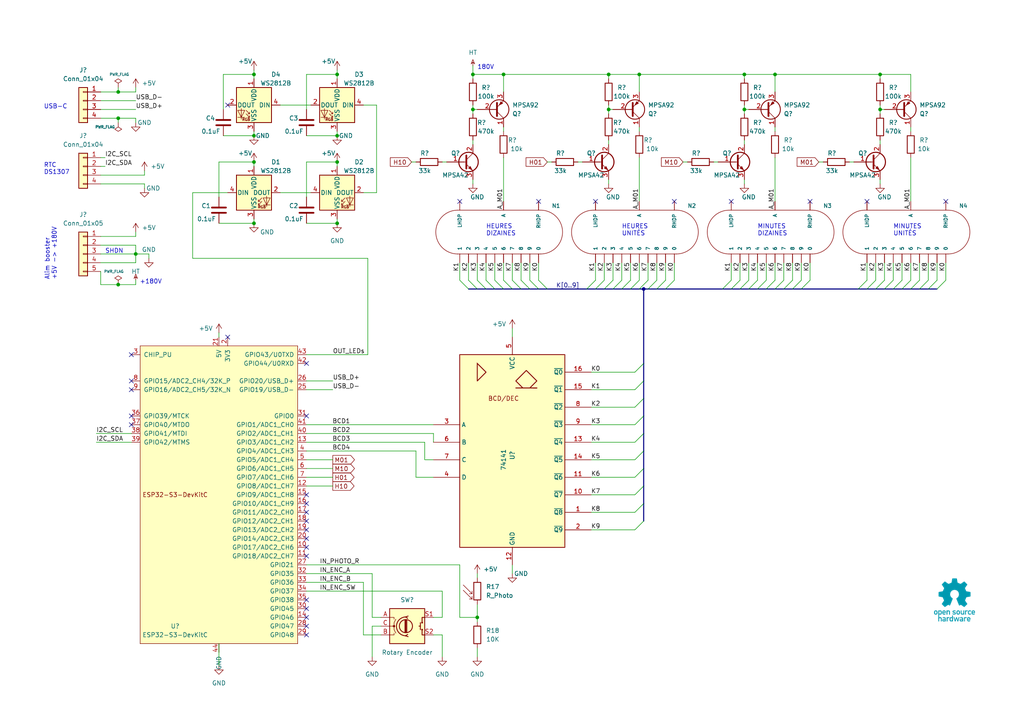
<source format=kicad_sch>
(kicad_sch (version 20230121) (generator eeschema)

  (uuid 85cb51be-adf5-40e2-a19a-4a872503aa84)

  (paper "A4")

  (title_block
    (title "Horloge Nixie")
    (date "2023-07-10")
    (rev "0.3")
    (company "Author : Laurent Claude - www.laurentclaude.fr")
    (comment 1 "License : Open Source Hardware - CC BY-SA 4.0")
  )

  

  (junction (at 186.69 83.82) (diameter 0) (color 0 0 0 0)
    (uuid 016d7f36-32ea-49d6-bafd-8295fc8bc8be)
  )
  (junction (at 34.29 82.55) (diameter 0) (color 0 0 0 0)
    (uuid 07e8ed18-dd99-4055-8bf1-ff1d52371749)
  )
  (junction (at 73.66 46.99) (diameter 0) (color 0 0 0 0)
    (uuid 089c27e4-385e-4ade-9a3b-63a9efb28db4)
  )
  (junction (at 39.37 73.66) (diameter 0) (color 0 0 0 0)
    (uuid 1cec89a6-015a-41e8-bcd2-229a168eeb34)
  )
  (junction (at 146.05 21.59) (diameter 0) (color 0 0 0 0)
    (uuid 5615ab07-9096-4018-9842-1f4f3d859fcc)
  )
  (junction (at 34.29 34.29) (diameter 0) (color 0 0 0 0)
    (uuid 5770e033-157f-474d-a18c-b6b60ed4d561)
  )
  (junction (at 97.79 46.99) (diameter 0) (color 0 0 0 0)
    (uuid 5e936536-4236-47f7-9873-119a8cc58e72)
  )
  (junction (at 97.79 21.59) (diameter 0) (color 0 0 0 0)
    (uuid 6592b354-1560-48e6-b71d-6ab28574f152)
  )
  (junction (at 255.27 21.59) (diameter 0) (color 0 0 0 0)
    (uuid 750a5ce3-1dab-42dd-beb6-3b0764571004)
  )
  (junction (at 137.16 31.75) (diameter 0) (color 0 0 0 0)
    (uuid 759463ca-0b71-4937-af17-d0ccb9733c77)
  )
  (junction (at 73.66 21.59) (diameter 0) (color 0 0 0 0)
    (uuid 8066e2e8-981e-4642-bb3e-a14547701754)
  )
  (junction (at 215.9 21.59) (diameter 0) (color 0 0 0 0)
    (uuid 9a0cfae8-16f0-4116-a468-69cdd529b886)
  )
  (junction (at 73.66 39.37) (diameter 0) (color 0 0 0 0)
    (uuid a009dcdc-61bf-44c9-a225-29805b49000c)
  )
  (junction (at 255.27 31.75) (diameter 0) (color 0 0 0 0)
    (uuid a5fcb0de-f46f-4431-9ca2-5c0d00ff6881)
  )
  (junction (at 176.53 21.59) (diameter 0) (color 0 0 0 0)
    (uuid aab12c5a-dd02-4b97-902f-b7455cc8b57c)
  )
  (junction (at 97.79 64.77) (diameter 0) (color 0 0 0 0)
    (uuid b2ab96d8-5570-4f0c-b35b-bce653fd8267)
  )
  (junction (at 34.29 26.67) (diameter 0) (color 0 0 0 0)
    (uuid c8a92d1b-5188-42e3-800f-545785f21a34)
  )
  (junction (at 97.79 39.37) (diameter 0) (color 0 0 0 0)
    (uuid cad22653-b0f4-4a5c-b708-736ce3e9a272)
  )
  (junction (at 73.66 64.77) (diameter 0) (color 0 0 0 0)
    (uuid cf763434-2528-44a5-af17-23d0b0738933)
  )
  (junction (at 176.53 31.75) (diameter 0) (color 0 0 0 0)
    (uuid d518429d-e0c1-4ce2-b043-453594b0f65a)
  )
  (junction (at 138.43 179.07) (diameter 0) (color 0 0 0 0)
    (uuid dcb943c9-1271-4511-aa1f-d7a6778b2ab5)
  )
  (junction (at 224.79 21.59) (diameter 0) (color 0 0 0 0)
    (uuid dcfedead-32c9-406e-861f-75e0bc1134e4)
  )
  (junction (at 185.42 21.59) (diameter 0) (color 0 0 0 0)
    (uuid f5943da8-6bff-4aee-bb3d-a26361081eb2)
  )
  (junction (at 215.9 31.75) (diameter 0) (color 0 0 0 0)
    (uuid f6d0607f-15b8-479b-ba98-6f588a60739b)
  )
  (junction (at 137.16 21.59) (diameter 0) (color 0 0 0 0)
    (uuid ff6d24e4-46d3-4158-945e-d13bcc9ce28a)
  )

  (no_connect (at 274.32 58.42) (uuid 0364b22a-793f-4abe-bb5b-f5e35d7e92a2))
  (no_connect (at 88.9 143.51) (uuid 036cfd5f-4bf1-4dfc-aa50-628a15f31aeb))
  (no_connect (at 38.1 113.03) (uuid 08762dad-d7f0-4526-8508-432866dbb6da))
  (no_connect (at 88.9 158.75) (uuid 1132b91e-2493-41bb-99a0-8f7c41b77d98))
  (no_connect (at 88.9 173.99) (uuid 12e21145-e0ce-48bf-b351-19cd05a795f5))
  (no_connect (at 66.04 97.79) (uuid 240dcbac-2fd0-4f5a-8754-3903c7d20fe8))
  (no_connect (at 38.1 123.19) (uuid 3d0530ca-63dd-4fcb-8771-5722d5f55147))
  (no_connect (at 38.1 110.49) (uuid 47b04f02-72f2-4d1e-a738-57a97644265c))
  (no_connect (at 88.9 179.07) (uuid 5d548aa3-9e48-4bf2-8526-2fca29ea2caf))
  (no_connect (at 251.46 58.42) (uuid 5e3d5473-b331-4472-a5a0-3125af633e4e))
  (no_connect (at 88.9 151.13) (uuid 5f730be9-a003-44b8-aff9-a102e27a12dd))
  (no_connect (at 88.9 184.15) (uuid 61d1bd54-e4f2-4f8f-9ac8-c5c9479823b0))
  (no_connect (at 172.72 58.42) (uuid 6fc8bede-2905-4ce2-a77c-e6588e783cde))
  (no_connect (at 156.21 58.42) (uuid 91e0d4eb-ab06-481d-a5e5-88cd2d053e6d))
  (no_connect (at 234.95 58.42) (uuid 92f17128-26b3-4fe5-922d-f9e72ac0b523))
  (no_connect (at 88.9 153.67) (uuid 9cdef9a5-5e5f-464c-aaf5-9a0a0eb83871))
  (no_connect (at 66.04 30.48) (uuid 9dfc0186-ddab-4cbb-a16d-50b209f69965))
  (no_connect (at 38.1 102.87) (uuid 9f187a70-fb2c-4fae-a70c-cbcdb4b946a8))
  (no_connect (at 195.58 58.42) (uuid a5472733-4939-4f2e-ad6f-673648f095b8))
  (no_connect (at 88.9 148.59) (uuid a5571648-4111-435b-a8fa-6a9913f41f62))
  (no_connect (at 88.9 156.21) (uuid a730832a-317a-4087-bfa1-d172735323b0))
  (no_connect (at 88.9 181.61) (uuid aa822a63-ba90-4ca3-8085-da9d55d29b96))
  (no_connect (at 88.9 120.65) (uuid b9e3896d-ef1c-475f-b320-e748d0edec82))
  (no_connect (at 88.9 161.29) (uuid ca1a5728-6bb1-4106-9d7b-7b60e4b9704f))
  (no_connect (at 38.1 120.65) (uuid ccf74a3d-3575-43bf-9110-f75f1582d0cc))
  (no_connect (at 88.9 105.41) (uuid ce6891d6-a78c-4b72-8ed7-ae254e16c718))
  (no_connect (at 133.35 58.42) (uuid cf366d22-2edd-4004-b2b7-261c4eee3e9b))
  (no_connect (at 212.09 58.42) (uuid d11bfada-85b7-4fc9-863a-7393e7935fc3))
  (no_connect (at 88.9 146.05) (uuid d4f7fb69-4b42-47c0-a773-def9183ff554))
  (no_connect (at 88.9 176.53) (uuid d7cbf3cb-3d0d-457c-adcd-c027802bb879))

  (bus_entry (at 186.69 125.73) (size -2.54 2.54)
    (stroke (width 0) (type default))
    (uuid 002258f1-c87d-420c-aa90-4a89148dc1df)
  )
  (bus_entry (at 138.43 83.82) (size -2.54 -2.54)
    (stroke (width 0) (type default))
    (uuid 0cee9690-63d8-4bd0-8e1c-d4ab91acc61b)
  )
  (bus_entry (at 232.41 83.82) (size 2.54 -2.54)
    (stroke (width 0) (type default))
    (uuid 0d8e9167-a791-424f-a66b-9f4219616c20)
  )
  (bus_entry (at 148.59 83.82) (size -2.54 -2.54)
    (stroke (width 0) (type default))
    (uuid 110fee78-e24e-43fb-bb87-a225700edd14)
  )
  (bus_entry (at 158.75 83.82) (size -2.54 -2.54)
    (stroke (width 0) (type default))
    (uuid 13d56eaf-5d55-4beb-a393-1ae49a260ed3)
  )
  (bus_entry (at 186.69 120.65) (size -2.54 2.54)
    (stroke (width 0) (type default))
    (uuid 165868a0-7790-4b61-9b1a-5e5f3552f4ef)
  )
  (bus_entry (at 177.8 83.82) (size 2.54 -2.54)
    (stroke (width 0) (type default))
    (uuid 19956e8b-235b-4216-babe-f91995b804d6)
  )
  (bus_entry (at 212.09 83.82) (size 2.54 -2.54)
    (stroke (width 0) (type default))
    (uuid 214aa496-d1f0-4397-91b0-d9bfcb6ec210)
  )
  (bus_entry (at 146.05 83.82) (size -2.54 -2.54)
    (stroke (width 0) (type default))
    (uuid 22bb564f-eb07-4720-9180-19db2205fb30)
  )
  (bus_entry (at 186.69 110.49) (size -2.54 2.54)
    (stroke (width 0) (type default))
    (uuid 2963953d-99e6-4cb6-967c-d241ca73c1a0)
  )
  (bus_entry (at 182.88 83.82) (size 2.54 -2.54)
    (stroke (width 0) (type default))
    (uuid 30f99afb-43cf-45f5-b3a5-48da69806aec)
  )
  (bus_entry (at 259.08 83.82) (size 2.54 -2.54)
    (stroke (width 0) (type default))
    (uuid 3a100365-8cff-4a52-841f-68e818c219e3)
  )
  (bus_entry (at 175.26 83.82) (size 2.54 -2.54)
    (stroke (width 0) (type default))
    (uuid 3dde9ccc-a34d-4cee-813d-549c339b7732)
  )
  (bus_entry (at 224.79 83.82) (size 2.54 -2.54)
    (stroke (width 0) (type default))
    (uuid 45d0bb26-afcf-4a51-9665-e7e60acf8ab5)
  )
  (bus_entry (at 209.55 83.82) (size 2.54 -2.54)
    (stroke (width 0) (type default))
    (uuid 4df71619-7142-45df-b446-0f5fc14904da)
  )
  (bus_entry (at 248.92 83.82) (size 2.54 -2.54)
    (stroke (width 0) (type default))
    (uuid 4f7c5769-c2b0-4294-b68e-57b012e5dc7e)
  )
  (bus_entry (at 187.96 83.82) (size 2.54 -2.54)
    (stroke (width 0) (type default))
    (uuid 51c1dcbc-33f6-4591-8b56-c3fe34bde0bd)
  )
  (bus_entry (at 217.17 83.82) (size 2.54 -2.54)
    (stroke (width 0) (type default))
    (uuid 57c15fb9-e79a-4789-9352-7fb76a303e58)
  )
  (bus_entry (at 186.69 130.81) (size -2.54 2.54)
    (stroke (width 0) (type default))
    (uuid 5c08e22d-bd19-45c8-a7e5-44051325a5c3)
  )
  (bus_entry (at 254 83.82) (size 2.54 -2.54)
    (stroke (width 0) (type default))
    (uuid 5cd203bc-ee38-40d6-bf46-ee30b4f40a08)
  )
  (bus_entry (at 219.71 83.82) (size 2.54 -2.54)
    (stroke (width 0) (type default))
    (uuid 68c030d1-1721-4dbe-8ae3-79255a89fca2)
  )
  (bus_entry (at 227.33 83.82) (size 2.54 -2.54)
    (stroke (width 0) (type default))
    (uuid 69f9ab20-4e77-4806-a2f1-5c6d52a7d62d)
  )
  (bus_entry (at 140.97 83.82) (size -2.54 -2.54)
    (stroke (width 0) (type default))
    (uuid 7faa56ee-fb9c-4c5d-b13a-03cba046fb44)
  )
  (bus_entry (at 264.16 83.82) (size 2.54 -2.54)
    (stroke (width 0) (type default))
    (uuid 892b27ce-e4f9-4a92-afa3-99899cd4844c)
  )
  (bus_entry (at 135.89 83.82) (size -2.54 -2.54)
    (stroke (width 0) (type default))
    (uuid 893bc4a7-a641-4e36-9a45-4b53f61a099e)
  )
  (bus_entry (at 156.21 83.82) (size -2.54 -2.54)
    (stroke (width 0) (type default))
    (uuid 8badf74b-6cf4-447e-b7d6-d60e89a69886)
  )
  (bus_entry (at 186.69 115.57) (size -2.54 2.54)
    (stroke (width 0) (type default))
    (uuid 9a5462f8-3244-4592-8cca-13d789b569ab)
  )
  (bus_entry (at 256.54 83.82) (size 2.54 -2.54)
    (stroke (width 0) (type default))
    (uuid 9d8a7191-5d3d-4978-b608-620899e27592)
  )
  (bus_entry (at 186.69 105.41) (size -2.54 2.54)
    (stroke (width 0) (type default))
    (uuid a1e6484e-1ef7-4cca-8103-9136971fa8fc)
  )
  (bus_entry (at 266.7 83.82) (size 2.54 -2.54)
    (stroke (width 0) (type default))
    (uuid a231292f-ca44-411a-8966-8c1863b9b52a)
  )
  (bus_entry (at 271.78 83.82) (size 2.54 -2.54)
    (stroke (width 0) (type default))
    (uuid a847198b-90c7-4147-b4e6-c2084145df42)
  )
  (bus_entry (at 186.69 146.05) (size -2.54 2.54)
    (stroke (width 0) (type default))
    (uuid a8acd723-5423-45b4-8a44-3f4dad798c87)
  )
  (bus_entry (at 186.69 151.13) (size -2.54 2.54)
    (stroke (width 0) (type default))
    (uuid aa4661f2-e3a6-4a89-9924-6b5fd719a3b6)
  )
  (bus_entry (at 180.34 83.82) (size 2.54 -2.54)
    (stroke (width 0) (type default))
    (uuid ac4c4406-31a2-4aa9-91c7-a27279ab3d9c)
  )
  (bus_entry (at 193.04 83.82) (size 2.54 -2.54)
    (stroke (width 0) (type default))
    (uuid b3664417-5b00-409f-b4d8-d8fc2534c251)
  )
  (bus_entry (at 143.51 83.82) (size -2.54 -2.54)
    (stroke (width 0) (type default))
    (uuid bd101000-62ba-4dea-b1a4-e146ac8b859c)
  )
  (bus_entry (at 214.63 83.82) (size 2.54 -2.54)
    (stroke (width 0) (type default))
    (uuid c25ea124-91dc-4261-b6a8-d6a82331b2f2)
  )
  (bus_entry (at 190.5 83.82) (size 2.54 -2.54)
    (stroke (width 0) (type default))
    (uuid c99fa424-7fbf-47c9-a1f0-038f3d954041)
  )
  (bus_entry (at 153.67 83.82) (size -2.54 -2.54)
    (stroke (width 0) (type default))
    (uuid cbd7b5a4-15f2-4079-a667-82c2a91767e7)
  )
  (bus_entry (at 261.62 83.82) (size 2.54 -2.54)
    (stroke (width 0) (type default))
    (uuid cdb37095-99d4-4965-867e-7233add92de7)
  )
  (bus_entry (at 229.87 83.82) (size 2.54 -2.54)
    (stroke (width 0) (type default))
    (uuid cdf47dd6-c72a-46ad-b6dc-95f46010d3c6)
  )
  (bus_entry (at 251.46 83.82) (size 2.54 -2.54)
    (stroke (width 0) (type default))
    (uuid ce4f30c9-e4fb-4b7e-8df2-404f4a195bbc)
  )
  (bus_entry (at 172.72 83.82) (size 2.54 -2.54)
    (stroke (width 0) (type default))
    (uuid ce9535ae-8e2e-4779-88fb-4312c73d94f2)
  )
  (bus_entry (at 269.24 83.82) (size 2.54 -2.54)
    (stroke (width 0) (type default))
    (uuid d601152e-24f6-4dc2-8868-35f63e9d6e6e)
  )
  (bus_entry (at 222.25 83.82) (size 2.54 -2.54)
    (stroke (width 0) (type default))
    (uuid d9898630-0652-4b8e-82a1-fb2b40535d3c)
  )
  (bus_entry (at 170.18 83.82) (size 2.54 -2.54)
    (stroke (width 0) (type default))
    (uuid e63cd199-bdb2-4b9e-a95b-46197985dcc8)
  )
  (bus_entry (at 151.13 83.82) (size -2.54 -2.54)
    (stroke (width 0) (type default))
    (uuid ee53ea4e-0af9-4b07-a2d3-ccae7521cc22)
  )
  (bus_entry (at 185.42 83.82) (size 2.54 -2.54)
    (stroke (width 0) (type default))
    (uuid f2190a6b-1ed0-4ba5-9c59-c23f0ca17d6f)
  )
  (bus_entry (at 186.69 135.89) (size -2.54 2.54)
    (stroke (width 0) (type default))
    (uuid f2e1671c-96b7-44cd-9d05-3c520dd1f33b)
  )
  (bus_entry (at 186.69 140.97) (size -2.54 2.54)
    (stroke (width 0) (type default))
    (uuid f53c06ed-d511-4e47-97c8-fb2bf8994050)
  )

  (wire (pts (xy 29.21 34.29) (xy 34.29 34.29))
    (stroke (width 0) (type default))
    (uuid 0029fe6d-dd7b-45e5-ad95-9f7331d90737)
  )
  (wire (pts (xy 259.08 76.2) (xy 259.08 81.28))
    (stroke (width 0) (type default))
    (uuid 002eb743-d1f4-48b1-b4be-6a47b81780a2)
  )
  (wire (pts (xy 185.42 76.2) (xy 185.42 81.28))
    (stroke (width 0) (type default))
    (uuid 00b8b6f0-8375-4bcc-9784-4f8ab8d4e0d1)
  )
  (wire (pts (xy 182.88 76.2) (xy 182.88 81.28))
    (stroke (width 0) (type default))
    (uuid 00d90ffb-0473-4e88-9e42-ceb2e307fa95)
  )
  (bus (pts (xy 187.96 83.82) (xy 190.5 83.82))
    (stroke (width 0) (type default))
    (uuid 00e4f242-3173-4a40-9fda-926a6184debe)
  )

  (wire (pts (xy 271.78 76.2) (xy 271.78 81.28))
    (stroke (width 0) (type default))
    (uuid 0125bbc6-cad5-4e89-b43d-84e712d32a9f)
  )
  (bus (pts (xy 175.26 83.82) (xy 177.8 83.82))
    (stroke (width 0) (type default))
    (uuid 0154e7e0-1062-47f8-938a-3fbe0b86d295)
  )
  (bus (pts (xy 186.69 83.82) (xy 187.96 83.82))
    (stroke (width 0) (type default))
    (uuid 03acfa4b-5599-40e5-b160-6d27f11c4656)
  )

  (wire (pts (xy 29.21 53.34) (xy 41.91 53.34))
    (stroke (width 0) (type default))
    (uuid 045ca92c-e0d8-4a0a-92be-51f16b59d349)
  )
  (wire (pts (xy 255.27 30.48) (xy 255.27 31.75))
    (stroke (width 0) (type default))
    (uuid 0479bf8d-e841-4f16-bbf4-c552f1f71bb6)
  )
  (wire (pts (xy 39.37 73.66) (xy 39.37 76.2))
    (stroke (width 0) (type default))
    (uuid 0504dfa6-d480-4af4-9925-ac8a9417c82c)
  )
  (wire (pts (xy 29.21 29.21) (xy 39.37 29.21))
    (stroke (width 0) (type default))
    (uuid 069bacfa-849f-4d32-9a49-9316f2cec2f7)
  )
  (wire (pts (xy 140.97 76.2) (xy 140.97 81.28))
    (stroke (width 0) (type default))
    (uuid 07b8214a-41f3-479a-ac1e-e0f986ecb780)
  )
  (bus (pts (xy 214.63 83.82) (xy 217.17 83.82))
    (stroke (width 0) (type default))
    (uuid 0f7bb420-1bc3-4871-a9ad-4bab5d0c2fdb)
  )

  (wire (pts (xy 125.73 179.07) (xy 128.27 179.07))
    (stroke (width 0) (type default))
    (uuid 0fcb4e0f-b917-4dfb-8717-ae4680c7a9f1)
  )
  (bus (pts (xy 186.69 140.97) (xy 186.69 146.05))
    (stroke (width 0) (type default))
    (uuid 101654a6-8761-4cec-bf16-948cb7157fdc)
  )

  (wire (pts (xy 156.21 76.2) (xy 156.21 81.28))
    (stroke (width 0) (type default))
    (uuid 106c4c08-9349-43d3-a9c8-a704e591f39f)
  )
  (wire (pts (xy 215.9 30.48) (xy 215.9 31.75))
    (stroke (width 0) (type default))
    (uuid 115dae77-de80-429f-a2bf-6995b3813ac6)
  )
  (wire (pts (xy 66.04 55.88) (xy 55.88 55.88))
    (stroke (width 0) (type default))
    (uuid 11706af1-6186-4b6d-ae7b-a5e7b4ef5514)
  )
  (wire (pts (xy 29.21 45.72) (xy 30.48 45.72))
    (stroke (width 0) (type default))
    (uuid 12805dbd-0f6f-4337-85b1-fdc1344feb12)
  )
  (wire (pts (xy 229.87 76.2) (xy 229.87 81.28))
    (stroke (width 0) (type default))
    (uuid 1309c506-4464-4af5-8d4c-e71be8524662)
  )
  (wire (pts (xy 255.27 21.59) (xy 255.27 22.86))
    (stroke (width 0) (type default))
    (uuid 1352f237-3962-4938-b994-232370658e2c)
  )
  (wire (pts (xy 224.79 76.2) (xy 224.79 81.28))
    (stroke (width 0) (type default))
    (uuid 138edba6-18a1-4004-a0dc-824b8f5e83bc)
  )
  (bus (pts (xy 153.67 83.82) (xy 156.21 83.82))
    (stroke (width 0) (type default))
    (uuid 16b60d3f-9af6-476d-9169-f03e6f6769ef)
  )

  (wire (pts (xy 120.65 138.43) (xy 120.65 130.81))
    (stroke (width 0) (type default))
    (uuid 18608e1f-e882-4370-bb6a-b98f70920705)
  )
  (wire (pts (xy 215.9 52.07) (xy 215.9 53.34))
    (stroke (width 0) (type default))
    (uuid 189e5f71-9980-4f07-8953-52f09086083e)
  )
  (wire (pts (xy 123.19 128.27) (xy 123.19 133.35))
    (stroke (width 0) (type default))
    (uuid 1af1de65-9858-4dbd-b992-79b8516e0099)
  )
  (wire (pts (xy 34.29 25.4) (xy 34.29 26.67))
    (stroke (width 0) (type default))
    (uuid 1ba58374-c729-4655-9223-aafe3305069f)
  )
  (wire (pts (xy 27.94 128.27) (xy 38.1 128.27))
    (stroke (width 0) (type default))
    (uuid 1ced1eee-fad7-44cc-bf0b-cd9f295e630c)
  )
  (wire (pts (xy 171.45 118.11) (xy 184.15 118.11))
    (stroke (width 0) (type default))
    (uuid 1e0e372d-829c-4802-898e-656a948fb141)
  )
  (wire (pts (xy 43.18 73.66) (xy 39.37 73.66))
    (stroke (width 0) (type default))
    (uuid 1f2af7e6-109f-4ab4-865b-b639c3b869b1)
  )
  (wire (pts (xy 138.43 175.26) (xy 138.43 179.07))
    (stroke (width 0) (type default))
    (uuid 1fff1133-1877-4a9c-bc11-1cb95c4dcef4)
  )
  (wire (pts (xy 107.95 181.61) (xy 110.49 181.61))
    (stroke (width 0) (type default))
    (uuid 202e5c38-8d94-455c-8160-02b383262907)
  )
  (wire (pts (xy 88.9 135.89) (xy 96.52 135.89))
    (stroke (width 0) (type default))
    (uuid 22248573-10af-4c80-85ad-677ea7fcaaff)
  )
  (wire (pts (xy 219.71 76.2) (xy 219.71 81.28))
    (stroke (width 0) (type default))
    (uuid 22dce552-b735-4988-9747-d77863f16d0e)
  )
  (wire (pts (xy 176.53 30.48) (xy 176.53 31.75))
    (stroke (width 0) (type default))
    (uuid 239f4421-e698-4e94-9b09-db7de99a7174)
  )
  (wire (pts (xy 43.18 74.93) (xy 43.18 73.66))
    (stroke (width 0) (type default))
    (uuid 2429f007-ba44-4527-a3e4-01ae0ca2b217)
  )
  (wire (pts (xy 137.16 52.07) (xy 137.16 53.34))
    (stroke (width 0) (type default))
    (uuid 24bab3a8-6eef-4780-a0a5-8c2e1df1052b)
  )
  (wire (pts (xy 215.9 21.59) (xy 224.79 21.59))
    (stroke (width 0) (type default))
    (uuid 24f5b5ca-dda0-4c3b-884a-ac39d88aadd8)
  )
  (wire (pts (xy 55.88 55.88) (xy 55.88 74.93))
    (stroke (width 0) (type default))
    (uuid 251249d9-c86d-47e5-8122-0ccf738f09a0)
  )
  (wire (pts (xy 88.9 113.03) (xy 96.52 113.03))
    (stroke (width 0) (type default))
    (uuid 2623910b-8e8d-4f86-a9c7-ab7e0d98a492)
  )
  (wire (pts (xy 264.16 76.2) (xy 264.16 81.28))
    (stroke (width 0) (type default))
    (uuid 26c7ef47-980b-4f81-be80-a74238e60d06)
  )
  (bus (pts (xy 259.08 83.82) (xy 261.62 83.82))
    (stroke (width 0) (type default))
    (uuid 28a7b1e1-7548-4a05-85d9-6790ba20f8c8)
  )

  (wire (pts (xy 224.79 26.67) (xy 224.79 21.59))
    (stroke (width 0) (type default))
    (uuid 28dccf2d-f903-4e9e-8e72-e36704d77020)
  )
  (wire (pts (xy 97.79 63.5) (xy 97.79 64.77))
    (stroke (width 0) (type default))
    (uuid 2a878a92-fed9-487e-9142-b51e589ca15d)
  )
  (wire (pts (xy 261.62 76.2) (xy 261.62 81.28))
    (stroke (width 0) (type default))
    (uuid 2ac507e5-a213-47d2-8bfa-b2e2813fc44a)
  )
  (wire (pts (xy 137.16 21.59) (xy 137.16 22.86))
    (stroke (width 0) (type default))
    (uuid 2af35554-b31b-4ec0-94c6-45b58cc687e6)
  )
  (wire (pts (xy 88.9 133.35) (xy 96.52 133.35))
    (stroke (width 0) (type default))
    (uuid 2b715ea9-57ca-445c-b0ce-84f4b9702501)
  )
  (wire (pts (xy 88.9 39.37) (xy 97.79 39.37))
    (stroke (width 0) (type default))
    (uuid 3022acb6-7137-40c0-8ff8-53f49ca761ea)
  )
  (wire (pts (xy 171.45 133.35) (xy 184.15 133.35))
    (stroke (width 0) (type default))
    (uuid 30445b29-eac8-4401-b44f-55e5c1957db8)
  )
  (wire (pts (xy 255.27 40.64) (xy 255.27 41.91))
    (stroke (width 0) (type default))
    (uuid 3136659e-d5c7-4f92-87d2-7360422861f7)
  )
  (bus (pts (xy 186.69 110.49) (xy 186.69 115.57))
    (stroke (width 0) (type default))
    (uuid 31e66c16-74ad-43fb-a904-4b60e4c5bc7c)
  )
  (bus (pts (xy 222.25 83.82) (xy 224.79 83.82))
    (stroke (width 0) (type default))
    (uuid 33557682-2064-4086-9fca-34892f32827b)
  )

  (wire (pts (xy 39.37 34.29) (xy 39.37 35.56))
    (stroke (width 0) (type default))
    (uuid 33920d9e-9de3-4996-8082-2731c360fef9)
  )
  (bus (pts (xy 185.42 83.82) (xy 186.69 83.82))
    (stroke (width 0) (type default))
    (uuid 33c68b44-4a79-40d8-ae58-3664ba370424)
  )
  (bus (pts (xy 172.72 83.82) (xy 175.26 83.82))
    (stroke (width 0) (type default))
    (uuid 3547f233-7beb-4a92-a541-413277dcf9d8)
  )

  (wire (pts (xy 73.66 46.99) (xy 73.66 48.26))
    (stroke (width 0) (type default))
    (uuid 35801a5d-ce70-401e-b547-cb7b8161d06a)
  )
  (wire (pts (xy 137.16 40.64) (xy 137.16 41.91))
    (stroke (width 0) (type default))
    (uuid 35cd83ee-8de9-4b9a-90ca-0c7d7b2cb8eb)
  )
  (wire (pts (xy 215.9 31.75) (xy 217.17 31.75))
    (stroke (width 0) (type default))
    (uuid 35d45d91-17e5-4f72-ad8e-ab1d68961a10)
  )
  (bus (pts (xy 219.71 83.82) (xy 222.25 83.82))
    (stroke (width 0) (type default))
    (uuid 385128f4-63ca-44b0-a5f7-eff9cc4c2dcd)
  )

  (wire (pts (xy 224.79 36.83) (xy 224.79 38.1))
    (stroke (width 0) (type default))
    (uuid 3a4e385c-bffe-4752-961d-d40970f27810)
  )
  (wire (pts (xy 185.42 45.72) (xy 185.42 58.42))
    (stroke (width 0) (type default))
    (uuid 3b74ea6d-c4e6-4413-9a07-c4dfe5ab94fe)
  )
  (bus (pts (xy 217.17 83.82) (xy 219.71 83.82))
    (stroke (width 0) (type default))
    (uuid 3e4315e5-f841-457c-aa25-6a6ee7a18feb)
  )

  (wire (pts (xy 107.95 179.07) (xy 107.95 166.37))
    (stroke (width 0) (type default))
    (uuid 3e8f0de5-6e00-4953-ba63-5c22a3d81428)
  )
  (wire (pts (xy 146.05 45.72) (xy 146.05 58.42))
    (stroke (width 0) (type default))
    (uuid 3eb477a0-7a31-4b3c-b058-9822ca99b6a2)
  )
  (wire (pts (xy 64.77 39.37) (xy 73.66 39.37))
    (stroke (width 0) (type default))
    (uuid 4012d713-3e85-4cf1-8db1-c7687711abee)
  )
  (wire (pts (xy 264.16 36.83) (xy 264.16 38.1))
    (stroke (width 0) (type default))
    (uuid 41cca86d-4eb7-4f55-8c91-17e54a56557b)
  )
  (wire (pts (xy 224.79 21.59) (xy 255.27 21.59))
    (stroke (width 0) (type default))
    (uuid 41da2418-908c-4224-b3b2-80e293333e6c)
  )
  (wire (pts (xy 227.33 76.2) (xy 227.33 81.28))
    (stroke (width 0) (type default))
    (uuid 4454df96-0aa2-4204-bf68-41b4a636ee7d)
  )
  (wire (pts (xy 146.05 36.83) (xy 146.05 38.1))
    (stroke (width 0) (type default))
    (uuid 44f598a2-a6f4-41d9-8203-9b331badc9ab)
  )
  (wire (pts (xy 63.5 57.15) (xy 63.5 46.99))
    (stroke (width 0) (type default))
    (uuid 4516e995-12a2-4036-bbe7-fc9521010c82)
  )
  (wire (pts (xy 29.21 78.74) (xy 29.21 82.55))
    (stroke (width 0) (type default))
    (uuid 453e85a8-46d3-43fd-bdb4-c7424bc2c318)
  )
  (bus (pts (xy 151.13 83.82) (xy 153.67 83.82))
    (stroke (width 0) (type default))
    (uuid 485d9747-2647-4c2d-97fd-a3a192a09df9)
  )

  (wire (pts (xy 266.7 76.2) (xy 266.7 81.28))
    (stroke (width 0) (type default))
    (uuid 48686150-9216-4dfb-8c04-71f0ce0503c4)
  )
  (wire (pts (xy 176.53 40.64) (xy 176.53 41.91))
    (stroke (width 0) (type default))
    (uuid 49004451-01f2-4883-81c7-2c7158bc8da1)
  )
  (wire (pts (xy 63.5 64.77) (xy 73.66 64.77))
    (stroke (width 0) (type default))
    (uuid 4cb7b7ab-71cb-4248-ba72-04ec85e1a60c)
  )
  (wire (pts (xy 73.66 63.5) (xy 73.66 64.77))
    (stroke (width 0) (type default))
    (uuid 4ce2c5fb-4a1d-472f-a2d2-60375bee4dd8)
  )
  (wire (pts (xy 148.59 95.25) (xy 148.59 97.79))
    (stroke (width 0) (type default))
    (uuid 4db08b61-96e4-4338-bb8a-30c1c0b5a49b)
  )
  (bus (pts (xy 158.75 83.82) (xy 170.18 83.82))
    (stroke (width 0) (type default))
    (uuid 4ef279dd-86c9-412a-9c6d-8972aa1243f7)
  )

  (wire (pts (xy 88.9 140.97) (xy 96.52 140.97))
    (stroke (width 0) (type default))
    (uuid 4f4f0dd2-531b-4ff5-8306-02a77f7b59fe)
  )
  (wire (pts (xy 34.29 34.29) (xy 39.37 34.29))
    (stroke (width 0) (type default))
    (uuid 4f890b34-e7a7-4196-b4ff-f6d7b95f8aa5)
  )
  (wire (pts (xy 185.42 21.59) (xy 215.9 21.59))
    (stroke (width 0) (type default))
    (uuid 4fc7f9db-b413-431e-b291-ee3e16cb8370)
  )
  (bus (pts (xy 212.09 83.82) (xy 214.63 83.82))
    (stroke (width 0) (type default))
    (uuid 526db967-1239-4da3-951b-999546420ab4)
  )
  (bus (pts (xy 138.43 83.82) (xy 140.97 83.82))
    (stroke (width 0) (type default))
    (uuid 54863652-bbb7-4443-b558-4b98d8330ca5)
  )

  (wire (pts (xy 246.38 46.99) (xy 247.65 46.99))
    (stroke (width 0) (type default))
    (uuid 55d5907d-591f-4c5a-835c-ddf7eea26b43)
  )
  (wire (pts (xy 207.01 46.99) (xy 208.28 46.99))
    (stroke (width 0) (type default))
    (uuid 5638b3ca-5412-4800-b6f2-4195e4f7e78a)
  )
  (bus (pts (xy 182.88 83.82) (xy 185.42 83.82))
    (stroke (width 0) (type default))
    (uuid 56f383d6-2f30-4b36-a937-559225c223da)
  )

  (wire (pts (xy 138.43 179.07) (xy 138.43 180.34))
    (stroke (width 0) (type default))
    (uuid 572a5e7e-a5de-4103-a62d-b87b2e35f675)
  )
  (wire (pts (xy 63.5 46.99) (xy 73.66 46.99))
    (stroke (width 0) (type default))
    (uuid 57c78879-22e3-461c-9f5b-b5e78a81b5ce)
  )
  (bus (pts (xy 209.55 83.82) (xy 212.09 83.82))
    (stroke (width 0) (type default))
    (uuid 587d570b-77f5-417f-b420-dfe622624f8a)
  )

  (wire (pts (xy 73.66 38.1) (xy 73.66 39.37))
    (stroke (width 0) (type default))
    (uuid 5a251dda-06a7-467a-bd96-657f1b09d108)
  )
  (wire (pts (xy 107.95 179.07) (xy 110.49 179.07))
    (stroke (width 0) (type default))
    (uuid 5a458a48-fc11-4ac1-9dc8-3fafb8e61965)
  )
  (bus (pts (xy 193.04 83.82) (xy 209.55 83.82))
    (stroke (width 0) (type default))
    (uuid 5aafa8cb-8bf1-427c-bb2d-6c63356ed58f)
  )

  (wire (pts (xy 237.49 46.99) (xy 238.76 46.99))
    (stroke (width 0) (type default))
    (uuid 5bf4987e-92a6-4d2b-bbeb-2ccd778ec9f4)
  )
  (wire (pts (xy 29.21 76.2) (xy 39.37 76.2))
    (stroke (width 0) (type default))
    (uuid 5c97c786-26fb-4f4d-8c50-329c62b3d77d)
  )
  (wire (pts (xy 167.64 46.99) (xy 168.91 46.99))
    (stroke (width 0) (type default))
    (uuid 5ec886f2-744e-4124-919b-7e46ffb37e0d)
  )
  (wire (pts (xy 29.21 31.75) (xy 39.37 31.75))
    (stroke (width 0) (type default))
    (uuid 5f7fe16d-79df-45cf-870d-7b949a33d14b)
  )
  (bus (pts (xy 251.46 83.82) (xy 254 83.82))
    (stroke (width 0) (type default))
    (uuid 600fff56-a6ec-4b2f-84c6-f7d5e3477585)
  )
  (bus (pts (xy 143.51 83.82) (xy 146.05 83.82))
    (stroke (width 0) (type default))
    (uuid 63519a3c-9248-463e-9b5c-71b2fe1f2d5b)
  )

  (wire (pts (xy 222.25 76.2) (xy 222.25 81.28))
    (stroke (width 0) (type default))
    (uuid 63c51683-9ed6-4031-b60d-ffe8b3bf9d52)
  )
  (wire (pts (xy 88.9 110.49) (xy 96.52 110.49))
    (stroke (width 0) (type default))
    (uuid 63e568b1-a227-4d4b-82d3-8fdf50cd0c21)
  )
  (wire (pts (xy 88.9 46.99) (xy 97.79 46.99))
    (stroke (width 0) (type default))
    (uuid 645bd932-5c97-4f57-a540-85801b55b200)
  )
  (wire (pts (xy 137.16 31.75) (xy 137.16 33.02))
    (stroke (width 0) (type default))
    (uuid 6593b87a-c503-4fee-a768-8c98ea29ff63)
  )
  (bus (pts (xy 229.87 83.82) (xy 232.41 83.82))
    (stroke (width 0) (type default))
    (uuid 659ed404-f319-42cf-96af-57f523d3e17e)
  )
  (bus (pts (xy 186.69 120.65) (xy 186.69 125.73))
    (stroke (width 0) (type default))
    (uuid 65b994e6-571c-4769-ae7f-185695987e8c)
  )

  (wire (pts (xy 171.45 128.27) (xy 184.15 128.27))
    (stroke (width 0) (type default))
    (uuid 670cc004-4943-4afe-88da-da6b6dcd8d0d)
  )
  (wire (pts (xy 138.43 187.96) (xy 138.43 190.5))
    (stroke (width 0) (type default))
    (uuid 68a1a935-4a31-44a2-ac7c-1dc06560f44f)
  )
  (bus (pts (xy 269.24 83.82) (xy 271.78 83.82))
    (stroke (width 0) (type default))
    (uuid 68e96043-6d01-458c-a773-78e1d5b1d043)
  )

  (wire (pts (xy 29.21 26.67) (xy 34.29 26.67))
    (stroke (width 0) (type default))
    (uuid 696e7658-e8d7-43e6-8d44-e817ed2f7ff4)
  )
  (wire (pts (xy 137.16 30.48) (xy 137.16 31.75))
    (stroke (width 0) (type default))
    (uuid 6b26ff9e-462b-40eb-9195-75b060f6e39d)
  )
  (bus (pts (xy 256.54 83.82) (xy 259.08 83.82))
    (stroke (width 0) (type default))
    (uuid 6b56c9c2-2283-4dfe-90ce-dbe40014f491)
  )
  (bus (pts (xy 261.62 83.82) (xy 264.16 83.82))
    (stroke (width 0) (type default))
    (uuid 6cdde30d-24e6-4824-a386-d9499f333793)
  )

  (wire (pts (xy 39.37 81.28) (xy 39.37 82.55))
    (stroke (width 0) (type default))
    (uuid 6d29ae52-b68c-4d28-9178-36fc0ca4fcc0)
  )
  (wire (pts (xy 88.9 64.77) (xy 97.79 64.77))
    (stroke (width 0) (type default))
    (uuid 6d71fbda-a658-403a-8f40-0b857f475794)
  )
  (wire (pts (xy 88.9 125.73) (xy 125.73 125.73))
    (stroke (width 0) (type default))
    (uuid 6dd1fb0d-950b-40d1-a2c7-b9d040d28f3b)
  )
  (wire (pts (xy 73.66 20.32) (xy 73.66 21.59))
    (stroke (width 0) (type default))
    (uuid 70bb92c0-dd4b-42c8-bc85-297cd75548f8)
  )
  (wire (pts (xy 81.28 30.48) (xy 90.17 30.48))
    (stroke (width 0) (type default))
    (uuid 71332da1-121c-4c39-9bc1-a78c4be2d599)
  )
  (wire (pts (xy 34.29 82.55) (xy 39.37 82.55))
    (stroke (width 0) (type default))
    (uuid 71a58f90-fcdc-4aa1-b555-f115a13711e3)
  )
  (wire (pts (xy 64.77 31.75) (xy 64.77 21.59))
    (stroke (width 0) (type default))
    (uuid 734e6e59-ad87-4eb9-9e59-687a9174fc09)
  )
  (wire (pts (xy 137.16 21.59) (xy 146.05 21.59))
    (stroke (width 0) (type default))
    (uuid 738ee8e0-f657-4edd-9062-c7d0c6b65f68)
  )
  (wire (pts (xy 64.77 21.59) (xy 73.66 21.59))
    (stroke (width 0) (type default))
    (uuid 773a6da7-5d5d-474a-baf6-4665b6c57332)
  )
  (bus (pts (xy 186.69 83.82) (xy 186.69 105.41))
    (stroke (width 0) (type default))
    (uuid 78dbb235-f9f4-4ee7-aa29-499f944b874e)
  )

  (wire (pts (xy 251.46 76.2) (xy 251.46 81.28))
    (stroke (width 0) (type default))
    (uuid 7943084f-b32c-45db-b457-f1f6ba5a3b9e)
  )
  (wire (pts (xy 97.79 21.59) (xy 97.79 22.86))
    (stroke (width 0) (type default))
    (uuid 79681715-aeb8-4146-8c69-838c2f4b7b68)
  )
  (wire (pts (xy 29.21 73.66) (xy 39.37 73.66))
    (stroke (width 0) (type default))
    (uuid 7a45adba-a5f4-4aba-931b-cb64b65d764a)
  )
  (bus (pts (xy 232.41 83.82) (xy 248.92 83.82))
    (stroke (width 0) (type default))
    (uuid 7a6f1ebb-5a17-4a16-9ca9-ff9077a583c1)
  )

  (wire (pts (xy 29.21 71.12) (xy 39.37 71.12))
    (stroke (width 0) (type default))
    (uuid 7aa372ac-cdc5-4e06-90f5-cc537c872ba2)
  )
  (wire (pts (xy 215.9 21.59) (xy 215.9 22.86))
    (stroke (width 0) (type default))
    (uuid 7cd6aec1-eddd-4df8-ae6b-18f3639be8bb)
  )
  (wire (pts (xy 88.9 163.83) (xy 133.35 163.83))
    (stroke (width 0) (type default))
    (uuid 7d269bf3-3a2d-460e-aa42-ba98366e386a)
  )
  (wire (pts (xy 195.58 76.2) (xy 195.58 81.28))
    (stroke (width 0) (type default))
    (uuid 7de64b45-9a38-4a2f-a2e0-7e8ccfae6895)
  )
  (wire (pts (xy 217.17 76.2) (xy 217.17 81.28))
    (stroke (width 0) (type default))
    (uuid 7efff4f6-a4bb-4da8-b36d-8feb6b392c86)
  )
  (wire (pts (xy 187.96 76.2) (xy 187.96 81.28))
    (stroke (width 0) (type default))
    (uuid 80445f7f-4d37-430a-8950-e2c8ad7a5136)
  )
  (wire (pts (xy 215.9 31.75) (xy 215.9 33.02))
    (stroke (width 0) (type default))
    (uuid 807b4fbb-64a0-4a95-8d4b-4dbc9dd0d5eb)
  )
  (wire (pts (xy 146.05 76.2) (xy 146.05 81.28))
    (stroke (width 0) (type default))
    (uuid 827f853f-f4a5-4fd1-b397-1843d82e3660)
  )
  (wire (pts (xy 171.45 123.19) (xy 184.15 123.19))
    (stroke (width 0) (type default))
    (uuid 843a1932-a957-400a-895d-d0191cf6c61e)
  )
  (wire (pts (xy 55.88 74.93) (xy 106.68 74.93))
    (stroke (width 0) (type default))
    (uuid 84e2a8b8-8aad-4b13-99a7-95cc19d74c13)
  )
  (wire (pts (xy 232.41 76.2) (xy 232.41 81.28))
    (stroke (width 0) (type default))
    (uuid 84fb5886-3c13-4330-be4a-056c2a994148)
  )
  (wire (pts (xy 133.35 76.2) (xy 133.35 81.28))
    (stroke (width 0) (type default))
    (uuid 850239cc-581e-4a2b-911e-16c01ad81f4b)
  )
  (bus (pts (xy 186.69 146.05) (xy 186.69 151.13))
    (stroke (width 0) (type default))
    (uuid 869e164b-44c0-4feb-ad0a-1ed6340b6d8e)
  )
  (bus (pts (xy 186.69 125.73) (xy 186.69 130.81))
    (stroke (width 0) (type default))
    (uuid 86ff8f29-9fcb-4089-b288-0dea00c3c2b5)
  )

  (wire (pts (xy 123.19 133.35) (xy 125.73 133.35))
    (stroke (width 0) (type default))
    (uuid 880673cd-44af-446b-ae8b-3fa118e0c1d5)
  )
  (wire (pts (xy 137.16 19.05) (xy 137.16 21.59))
    (stroke (width 0) (type default))
    (uuid 895e2733-1403-4954-80c2-5ba9ca3e3deb)
  )
  (wire (pts (xy 212.09 76.2) (xy 212.09 81.28))
    (stroke (width 0) (type default))
    (uuid 89806192-8545-4935-942b-46ea80a71bca)
  )
  (wire (pts (xy 138.43 166.37) (xy 138.43 167.64))
    (stroke (width 0) (type default))
    (uuid 89bd6c71-676f-4743-ac46-a776631fe511)
  )
  (wire (pts (xy 171.45 107.95) (xy 184.15 107.95))
    (stroke (width 0) (type default))
    (uuid 8a5b897e-d8a9-4b37-9b99-69afc544adb8)
  )
  (wire (pts (xy 88.9 128.27) (xy 123.19 128.27))
    (stroke (width 0) (type default))
    (uuid 8bff10a2-d6aa-46a9-93e3-2fd9542baf69)
  )
  (wire (pts (xy 39.37 68.58) (xy 29.21 68.58))
    (stroke (width 0) (type default))
    (uuid 8ccc2da0-4381-4d91-b3bf-40215a17e128)
  )
  (wire (pts (xy 88.9 123.19) (xy 125.73 123.19))
    (stroke (width 0) (type default))
    (uuid 8e726a04-e839-431e-8f87-da0a12ada1c2)
  )
  (bus (pts (xy 186.69 105.41) (xy 186.69 110.49))
    (stroke (width 0) (type default))
    (uuid 90ce9542-a09a-40c6-b8b9-639c5a2b582b)
  )

  (wire (pts (xy 128.27 184.15) (xy 128.27 190.5))
    (stroke (width 0) (type default))
    (uuid 912ca669-9211-425b-9e81-5ecca3402a39)
  )
  (wire (pts (xy 119.38 46.99) (xy 120.65 46.99))
    (stroke (width 0) (type default))
    (uuid 93446682-d5d5-4546-b0c8-62dbf0bb09c3)
  )
  (wire (pts (xy 135.89 76.2) (xy 135.89 81.28))
    (stroke (width 0) (type default))
    (uuid 95061b34-4d27-4987-908f-2c6eed295901)
  )
  (wire (pts (xy 255.27 52.07) (xy 255.27 53.34))
    (stroke (width 0) (type default))
    (uuid 95184c32-d7e4-44a6-8fb3-8a8520ef298c)
  )
  (bus (pts (xy 146.05 83.82) (xy 148.59 83.82))
    (stroke (width 0) (type default))
    (uuid 9606ea76-8640-4d18-8027-550c8bd218f5)
  )
  (bus (pts (xy 135.89 83.82) (xy 138.43 83.82))
    (stroke (width 0) (type default))
    (uuid 96526be6-a8ea-4042-9fd4-1c1db39f32cf)
  )

  (wire (pts (xy 148.59 76.2) (xy 148.59 81.28))
    (stroke (width 0) (type default))
    (uuid 96b68043-5a30-452d-af3c-2ae0917f4fff)
  )
  (wire (pts (xy 177.8 76.2) (xy 177.8 81.28))
    (stroke (width 0) (type default))
    (uuid 96e1e6fb-21a5-4704-90e5-766ecaac4f7a)
  )
  (bus (pts (xy 266.7 83.82) (xy 269.24 83.82))
    (stroke (width 0) (type default))
    (uuid 97cea890-1bc1-4761-8487-9e055a1f35e4)
  )

  (wire (pts (xy 171.45 113.03) (xy 184.15 113.03))
    (stroke (width 0) (type default))
    (uuid 9a036c34-60ee-45de-b1b3-e7235d416453)
  )
  (bus (pts (xy 224.79 83.82) (xy 227.33 83.82))
    (stroke (width 0) (type default))
    (uuid 9c22055a-f60e-4e7b-950c-4adb7341eecd)
  )

  (wire (pts (xy 88.9 166.37) (xy 107.95 166.37))
    (stroke (width 0) (type default))
    (uuid 9d68092b-f1ae-4df2-9732-b42c6d88ebab)
  )
  (wire (pts (xy 125.73 138.43) (xy 120.65 138.43))
    (stroke (width 0) (type default))
    (uuid a39ed46e-2293-4f5c-bf00-36678e2407f2)
  )
  (wire (pts (xy 39.37 71.12) (xy 39.37 73.66))
    (stroke (width 0) (type default))
    (uuid a4af93ce-5808-4b28-81e7-5a3166fd9bbc)
  )
  (wire (pts (xy 34.29 34.29) (xy 34.29 35.56))
    (stroke (width 0) (type default))
    (uuid a5fe0f7a-0fb6-41db-a8c7-b05e04df733c)
  )
  (bus (pts (xy 227.33 83.82) (xy 229.87 83.82))
    (stroke (width 0) (type default))
    (uuid a66e5b83-e8c1-4900-bcab-79bcdaea998e)
  )

  (wire (pts (xy 146.05 21.59) (xy 176.53 21.59))
    (stroke (width 0) (type default))
    (uuid a8714bbe-5077-4b19-9388-0425b2254bf2)
  )
  (wire (pts (xy 185.42 26.67) (xy 185.42 21.59))
    (stroke (width 0) (type default))
    (uuid a8b80b17-437e-4c6b-8245-64aa32e25a22)
  )
  (wire (pts (xy 264.16 26.67) (xy 264.16 21.59))
    (stroke (width 0) (type default))
    (uuid a8c469cd-7981-4b59-a12d-48dfac7fc360)
  )
  (wire (pts (xy 190.5 76.2) (xy 190.5 81.28))
    (stroke (width 0) (type default))
    (uuid aa73a779-d27a-4ae4-8066-1be41c4e3c80)
  )
  (bus (pts (xy 186.69 130.81) (xy 186.69 135.89))
    (stroke (width 0) (type default))
    (uuid ab21d26e-f2b1-41c9-bf81-060b57bcfa9c)
  )
  (bus (pts (xy 186.69 135.89) (xy 186.69 140.97))
    (stroke (width 0) (type default))
    (uuid ab36f5df-98ef-4d21-bb21-0715ef2bbf11)
  )

  (wire (pts (xy 97.79 20.32) (xy 97.79 21.59))
    (stroke (width 0) (type default))
    (uuid ac410d7d-fc00-4d68-9a5a-bf99a07a5f52)
  )
  (wire (pts (xy 255.27 31.75) (xy 256.54 31.75))
    (stroke (width 0) (type default))
    (uuid acad59ef-b999-49d4-a773-2ab27ce81e6c)
  )
  (wire (pts (xy 171.45 153.67) (xy 184.15 153.67))
    (stroke (width 0) (type default))
    (uuid acde2510-2109-4cc8-8260-0daee410ef50)
  )
  (wire (pts (xy 88.9 138.43) (xy 96.52 138.43))
    (stroke (width 0) (type default))
    (uuid ad4f8918-2df7-4535-b51b-28dba3149f3f)
  )
  (wire (pts (xy 88.9 130.81) (xy 120.65 130.81))
    (stroke (width 0) (type default))
    (uuid ae7dfdab-358f-475a-b883-57621e0abc26)
  )
  (wire (pts (xy 234.95 76.2) (xy 234.95 81.28))
    (stroke (width 0) (type default))
    (uuid af60b322-b2c0-4dd7-993c-b0b31638d9b4)
  )
  (wire (pts (xy 133.35 179.07) (xy 138.43 179.07))
    (stroke (width 0) (type default))
    (uuid afa33358-ea54-49f4-8452-061f38bfecf8)
  )
  (wire (pts (xy 63.5 96.52) (xy 63.5 97.79))
    (stroke (width 0) (type default))
    (uuid afff9d4e-b7db-441e-9511-795b0c9b0eef)
  )
  (wire (pts (xy 214.63 76.2) (xy 214.63 81.28))
    (stroke (width 0) (type default))
    (uuid b02ecefb-03b2-47f9-a39a-8ab83ff3f47c)
  )
  (wire (pts (xy 175.26 76.2) (xy 175.26 81.28))
    (stroke (width 0) (type default))
    (uuid b224ad48-7510-4159-a3c1-2a9d1f7fac1a)
  )
  (wire (pts (xy 146.05 26.67) (xy 146.05 21.59))
    (stroke (width 0) (type default))
    (uuid b2ca2e51-2f9b-40a3-8d5b-655680f3a2ca)
  )
  (bus (pts (xy 148.59 83.82) (xy 151.13 83.82))
    (stroke (width 0) (type default))
    (uuid b444bb54-4298-4b9c-8a56-a5a448903b8b)
  )

  (wire (pts (xy 88.9 168.91) (xy 105.41 168.91))
    (stroke (width 0) (type default))
    (uuid b56ae094-da74-4967-a5ad-693fae53b1be)
  )
  (bus (pts (xy 254 83.82) (xy 256.54 83.82))
    (stroke (width 0) (type default))
    (uuid b730b157-0127-40e9-adc3-36504b7c268b)
  )

  (wire (pts (xy 128.27 46.99) (xy 129.54 46.99))
    (stroke (width 0) (type default))
    (uuid b733047e-3276-4725-86a2-89cd9bfbaa9a)
  )
  (wire (pts (xy 171.45 148.59) (xy 184.15 148.59))
    (stroke (width 0) (type default))
    (uuid b740806b-1fcd-48cf-8b61-c96acd2c5d62)
  )
  (wire (pts (xy 180.34 76.2) (xy 180.34 81.28))
    (stroke (width 0) (type default))
    (uuid b855b247-2949-4810-bf20-c9452692c5d4)
  )
  (wire (pts (xy 107.95 190.5) (xy 107.95 181.61))
    (stroke (width 0) (type default))
    (uuid b92a1645-bb11-48cf-b1d1-00073cd39a16)
  )
  (wire (pts (xy 176.53 21.59) (xy 185.42 21.59))
    (stroke (width 0) (type default))
    (uuid b9cac4d0-e1e9-4d7c-b6e3-c31035178908)
  )
  (wire (pts (xy 151.13 76.2) (xy 151.13 81.28))
    (stroke (width 0) (type default))
    (uuid bb22d119-ef75-47aa-a6f5-e847a0888227)
  )
  (bus (pts (xy 177.8 83.82) (xy 180.34 83.82))
    (stroke (width 0) (type default))
    (uuid bb4deab7-9d6d-43ac-b71b-1330f0c8aca8)
  )

  (wire (pts (xy 29.21 82.55) (xy 34.29 82.55))
    (stroke (width 0) (type default))
    (uuid bb893aa6-8a87-4b86-ac8f-05d106d700d9)
  )
  (wire (pts (xy 153.67 76.2) (xy 153.67 81.28))
    (stroke (width 0) (type default))
    (uuid be548b99-095c-47e4-a7fd-276315ce0991)
  )
  (wire (pts (xy 128.27 171.45) (xy 128.27 179.07))
    (stroke (width 0) (type default))
    (uuid bf6cf42b-6e81-481e-bcee-e0ad94e598b8)
  )
  (wire (pts (xy 255.27 31.75) (xy 255.27 33.02))
    (stroke (width 0) (type default))
    (uuid c3b17892-ea5e-42ea-8af0-551542a0ea1f)
  )
  (wire (pts (xy 29.21 48.26) (xy 30.48 48.26))
    (stroke (width 0) (type default))
    (uuid c5b736a1-98b1-45f1-a82c-0a9902ea017c)
  )
  (wire (pts (xy 63.5 193.04) (xy 63.5 186.69))
    (stroke (width 0) (type default))
    (uuid c8adb017-39e1-4823-be48-877667d56a88)
  )
  (wire (pts (xy 125.73 184.15) (xy 128.27 184.15))
    (stroke (width 0) (type default))
    (uuid c97605ee-6f75-4692-9f99-8367793bfcd7)
  )
  (wire (pts (xy 109.22 30.48) (xy 109.22 55.88))
    (stroke (width 0) (type default))
    (uuid c9d1d2f4-da30-4cdb-9c6a-f46b67e65343)
  )
  (wire (pts (xy 137.16 31.75) (xy 138.43 31.75))
    (stroke (width 0) (type default))
    (uuid c9f4fab5-bf1b-4710-8580-c08c2c6849d6)
  )
  (wire (pts (xy 176.53 21.59) (xy 176.53 22.86))
    (stroke (width 0) (type default))
    (uuid cb18fa61-56f4-4ba1-81bd-fbd56093f412)
  )
  (bus (pts (xy 190.5 83.82) (xy 193.04 83.82))
    (stroke (width 0) (type default))
    (uuid cb3c6378-933d-4996-821a-8b518a765470)
  )

  (wire (pts (xy 185.42 36.83) (xy 185.42 38.1))
    (stroke (width 0) (type default))
    (uuid cc366a13-6600-47b9-94fa-3a6f9146cef3)
  )
  (wire (pts (xy 133.35 163.83) (xy 133.35 179.07))
    (stroke (width 0) (type default))
    (uuid ccf8eecf-9ed0-47c5-bd40-5fdddba4092a)
  )
  (wire (pts (xy 256.54 76.2) (xy 256.54 81.28))
    (stroke (width 0) (type default))
    (uuid cf565336-8cd5-411f-9380-0b36fd26aee4)
  )
  (wire (pts (xy 109.22 55.88) (xy 105.41 55.88))
    (stroke (width 0) (type default))
    (uuid d10d948a-b6d0-437c-b269-ad538d77a779)
  )
  (wire (pts (xy 176.53 31.75) (xy 177.8 31.75))
    (stroke (width 0) (type default))
    (uuid d1c0d218-fe9f-46db-8a7b-32a59daa37a0)
  )
  (wire (pts (xy 106.68 74.93) (xy 106.68 102.87))
    (stroke (width 0) (type default))
    (uuid d299339c-db70-46f6-8ea2-afafd505a918)
  )
  (wire (pts (xy 73.66 21.59) (xy 73.66 22.86))
    (stroke (width 0) (type default))
    (uuid d4562de3-6d46-41a9-96ca-1f884cfe2656)
  )
  (bus (pts (xy 140.97 83.82) (xy 143.51 83.82))
    (stroke (width 0) (type default))
    (uuid d4c12359-7d25-4158-8a57-f14272aa725e)
  )

  (wire (pts (xy 97.79 38.1) (xy 97.79 39.37))
    (stroke (width 0) (type default))
    (uuid d69f885f-1d40-459d-b8fe-33cd3f3b829a)
  )
  (wire (pts (xy 215.9 40.64) (xy 215.9 41.91))
    (stroke (width 0) (type default))
    (uuid d70afce5-d879-4659-b426-866c18f50752)
  )
  (wire (pts (xy 34.29 26.67) (xy 39.37 26.67))
    (stroke (width 0) (type default))
    (uuid d73a8be0-1e96-4c57-9789-90be16a5da4a)
  )
  (wire (pts (xy 41.91 53.34) (xy 41.91 54.61))
    (stroke (width 0) (type default))
    (uuid d80f60cb-3208-407c-8d8c-61aaace2a2d2)
  )
  (wire (pts (xy 176.53 31.75) (xy 176.53 33.02))
    (stroke (width 0) (type default))
    (uuid d8e7093e-45b1-40e4-8e76-0f5bb7681d3c)
  )
  (wire (pts (xy 125.73 128.27) (xy 125.73 125.73))
    (stroke (width 0) (type default))
    (uuid d9762e1f-308e-4cc7-b371-21c903de9111)
  )
  (wire (pts (xy 105.41 184.15) (xy 105.41 168.91))
    (stroke (width 0) (type default))
    (uuid da555905-a1c9-4fcb-984c-3bcdd7747b5d)
  )
  (wire (pts (xy 193.04 76.2) (xy 193.04 81.28))
    (stroke (width 0) (type default))
    (uuid dbc16fe8-fdc9-4c81-99b7-4ff72123f416)
  )
  (wire (pts (xy 41.91 49.53) (xy 41.91 50.8))
    (stroke (width 0) (type default))
    (uuid dcd48a50-98ba-4560-9d72-5e35265e7f94)
  )
  (wire (pts (xy 39.37 67.31) (xy 39.37 68.58))
    (stroke (width 0) (type default))
    (uuid de9a57cf-f4f3-412e-819b-d20cd5d66d75)
  )
  (wire (pts (xy 148.59 163.83) (xy 148.59 166.37))
    (stroke (width 0) (type default))
    (uuid e07207ce-0653-47c1-80e8-ebcc583ca8fb)
  )
  (wire (pts (xy 269.24 76.2) (xy 269.24 81.28))
    (stroke (width 0) (type default))
    (uuid e11d58ac-8f0d-4190-9c53-ec9e487ec447)
  )
  (bus (pts (xy 180.34 83.82) (xy 182.88 83.82))
    (stroke (width 0) (type default))
    (uuid e1ba963c-fd04-4fae-915a-e1b0b75e1bf2)
  )

  (wire (pts (xy 254 76.2) (xy 254 81.28))
    (stroke (width 0) (type default))
    (uuid e534eaf9-8ab6-4f95-905b-ba8005559896)
  )
  (wire (pts (xy 158.75 46.99) (xy 160.02 46.99))
    (stroke (width 0) (type default))
    (uuid e56bad4e-101f-47d6-aab6-58b9b8a8e7b6)
  )
  (wire (pts (xy 172.72 76.2) (xy 172.72 81.28))
    (stroke (width 0) (type default))
    (uuid e5788b67-34aa-49c8-9a84-d4341c1f066c)
  )
  (wire (pts (xy 224.79 45.72) (xy 224.79 58.42))
    (stroke (width 0) (type default))
    (uuid e5d00d59-3afd-4d23-bf0d-81ad155a8469)
  )
  (wire (pts (xy 29.21 50.8) (xy 41.91 50.8))
    (stroke (width 0) (type default))
    (uuid e66daa2d-c279-40f6-bb65-f3e5c4b59a77)
  )
  (wire (pts (xy 143.51 76.2) (xy 143.51 81.28))
    (stroke (width 0) (type default))
    (uuid e9de191e-d616-4f20-96d3-c6c26eaf7597)
  )
  (bus (pts (xy 156.21 83.82) (xy 158.75 83.82))
    (stroke (width 0) (type default))
    (uuid ea11d1d7-8b13-4c1b-bf7c-876ceaaa0262)
  )

  (wire (pts (xy 264.16 45.72) (xy 264.16 58.42))
    (stroke (width 0) (type default))
    (uuid eaf4b2dc-6b7e-4c73-b177-bd988476cc1c)
  )
  (wire (pts (xy 81.28 55.88) (xy 90.17 55.88))
    (stroke (width 0) (type default))
    (uuid eb6936ce-6546-4b19-a281-7799e9121577)
  )
  (wire (pts (xy 176.53 52.07) (xy 176.53 53.34))
    (stroke (width 0) (type default))
    (uuid eb829cc5-10be-4cd7-8e0a-0c9642f32d7d)
  )
  (wire (pts (xy 105.41 184.15) (xy 110.49 184.15))
    (stroke (width 0) (type default))
    (uuid ec1c22b1-9654-434d-9b5d-56e2db448700)
  )
  (wire (pts (xy 106.68 102.87) (xy 88.9 102.87))
    (stroke (width 0) (type default))
    (uuid ec89acfe-1000-4a48-8770-eafdf835c68b)
  )
  (wire (pts (xy 88.9 171.45) (xy 128.27 171.45))
    (stroke (width 0) (type default))
    (uuid ef7d39ed-5633-4e82-a715-d1bb2a238e86)
  )
  (wire (pts (xy 171.45 138.43) (xy 184.15 138.43))
    (stroke (width 0) (type default))
    (uuid efb47e6b-9593-4c9b-b418-c744dfad3a14)
  )
  (wire (pts (xy 171.45 143.51) (xy 184.15 143.51))
    (stroke (width 0) (type default))
    (uuid f11d9d18-040a-41bf-b4b7-5d255641433a)
  )
  (bus (pts (xy 264.16 83.82) (xy 266.7 83.82))
    (stroke (width 0) (type default))
    (uuid f1f8ccdd-1a21-4c50-9738-c42887f70023)
  )
  (bus (pts (xy 248.92 83.82) (xy 251.46 83.82))
    (stroke (width 0) (type default))
    (uuid f2ade77a-0e44-4ac9-8e03-cba5148a5d0b)
  )

  (wire (pts (xy 27.94 125.73) (xy 38.1 125.73))
    (stroke (width 0) (type default))
    (uuid f48f4cf6-ee17-4555-90de-7799aeffe9c2)
  )
  (wire (pts (xy 88.9 57.15) (xy 88.9 46.99))
    (stroke (width 0) (type default))
    (uuid f51fa05a-378d-414e-9739-02e87b47fb75)
  )
  (wire (pts (xy 255.27 21.59) (xy 264.16 21.59))
    (stroke (width 0) (type default))
    (uuid f68c1c22-7c8a-4b4b-a300-a9cc75132cd6)
  )
  (wire (pts (xy 39.37 26.67) (xy 39.37 25.4))
    (stroke (width 0) (type default))
    (uuid f7105544-ddbe-4a84-a008-1c647645167b)
  )
  (wire (pts (xy 274.32 76.2) (xy 274.32 81.28))
    (stroke (width 0) (type default))
    (uuid f9adc9ef-e9b3-452a-8753-f8c741c9ffb9)
  )
  (wire (pts (xy 138.43 76.2) (xy 138.43 81.28))
    (stroke (width 0) (type default))
    (uuid fa14cbf9-1a25-469c-b9a4-fa5a122863bc)
  )
  (wire (pts (xy 198.12 46.99) (xy 199.39 46.99))
    (stroke (width 0) (type default))
    (uuid fc2131a9-5c31-4e03-bf05-85ea2e9ee91e)
  )
  (bus (pts (xy 170.18 83.82) (xy 172.72 83.82))
    (stroke (width 0) (type default))
    (uuid fc5b9865-2998-4f94-bb00-0a948bd0fc95)
  )

  (wire (pts (xy 97.79 46.99) (xy 97.79 48.26))
    (stroke (width 0) (type default))
    (uuid fdd4d8c6-4498-4c39-a529-8bc3de9258cf)
  )
  (wire (pts (xy 105.41 30.48) (xy 109.22 30.48))
    (stroke (width 0) (type default))
    (uuid fde8d599-4a29-4897-a458-2c869aa567e5)
  )
  (bus (pts (xy 186.69 115.57) (xy 186.69 120.65))
    (stroke (width 0) (type default))
    (uuid fdf8f4fe-3bac-4975-a560-3d86050e48b8)
  )

  (wire (pts (xy 88.9 31.75) (xy 88.9 21.59))
    (stroke (width 0) (type default))
    (uuid fe0ad0a8-f5f7-48d9-958a-d6e72968fda5)
  )
  (wire (pts (xy 88.9 21.59) (xy 97.79 21.59))
    (stroke (width 0) (type default))
    (uuid fe310f08-96a6-4b91-9323-b52226b82d33)
  )

  (image (at 276.86 173.99) (scale 1.48101)
    (uuid c99b5a00-5566-4bd8-8171-d97ea5f72887)
    (data
      iVBORw0KGgoAAAANSUhEUgAAAF8AAABkCAYAAADg8eybAAAABHNCSVQICAgIfAhkiAAAAAlwSFlz
      AAAK8AAACvABQqw0mAAAE1VJREFUeJztnXt0VNW9xz/7zATCQx6i8pAq9vqCIlC1amu9LVWLr5AT
      qNG22lqUnAC9WK221eVqp60XLfb2tlw1OQGJ0nW1jZfkDChoX0HUahEtoi21agVREMFikFcmM+d3
      /9gnM8kkhJnJPhC68l0ra157//Zvf8/Ofvz2b/+24kiB690PzMohZRWOPTtsdUzAOtwK5IEvGk53
      2KEOtwI5wfWOAprITV8BBuPYH4WrVPdxpLT8CeTeUFSQvsfjSCF/YsjpDwuOFPInhZz+sKCX/MOI
      8Ml3vS/getd2I38EGJ9nrvFBvkLLvBbX+0LB+XNEuOS73lRgJbAE11uJ640qQMqpQL888/QL8uUH
      1xuF62l9YWWgf2gIj3yt+KNAn+CbS4BXcb2r85R0ZoEanJVXaq3Xq2g9Qev9aJgPIJx5fkfis1EH
      zMaxP+hCxgDgauCHwPEFaLEViAEP49i7uyhnGHA/UH6AFAngShx7WQE6dAnz5B+c+FZsBWbi2I9n
      5R8POMC1wGADGn0E/BKoxrFfySrrcmAhMPIgMkJ5AGbJz534tlgE3A18GqgEzjeqU3s8C1QDzwHf
      A27II6/xB2CO/MKIP9Jg9AGYHHAX8q9NPOj6LTQlzCT59xiU1ZNhrJ4myf8Z8IxBeT0Rz6DraQSm
      B9yPAy8DA43K7RnYDUzEsf9hSqDZRZZW7BajMnsObjFJPIS3yFpJZqX4r4AncOxLTQsNy7xwPbAz
      JNmHGjvR9TGOcMh37C3AnFBkH3rMCepjHOHu4breKuBzoZYRLp7CsT8flvCw7fnRkOWHjVD1D6/l
      u95EYF1o8g8dJuHYL4chOMyWPzdE2YcSodUjrKnmMOAdoDgU+RrvAK8BpwGjQyxnPzC6y72HAhFW
      nzYT88QngAVAI/Aijr0t/YvrDUfvXE1Gt1STBr5idH3uNigTCGczJQK8BXzMoNR1wNdx7PU5lD8B
      eAizHgybgZNw7JRBmaH0+V/FLPHzgHNyIh4I0p0T5DOFj6HrZRTda/mu1x84A93KJqE9xc4BCnfb
      aI9HcewD7a0eHK5XB1xpSJcUsAZtOFwX/L2CY+8tVGDu5LteEXARmuBWsk8hvBnTduATOPb2giW4
      3rHAX4BjTSmVBR94nczDeBn4HY7dkkvmfAbc64CafLXrBuZ0i3gAx96O681Be0uEAQs92zoNuCr4
      roIcd7vyabUD8tOrW9iKYz9qRJKWs9WIrNyQM0891VdzbQ+XZwQ9lfwXe7g8I+ip5Pe2/MOIA7v3
      9Qx5RtBTyT+ph8szgp5K/ik9XJ4R9FTyy3E9M3YnLafwVXKIyIf8Q3m08mT0atoELgrkHSrkzFM+
      K9wHgTfJ2HAmAuOAvvlolgfm4Xqrcl2qdwptEjFpYMtGM/BXtFmh1ebzdK6Zcydfm1NXBX8arhcF
      TifzMM4ELsxZZtc4G03crd2QMS+QYwq/B14iQ/bfcOxkocLCsOffizm3EQG+g2P/tAA9bgHmY66O
      9+HY3zQkCwiH/LHof0WTWIw+RtScQ/l90cd8ZhjWYRyOvcGkwLD2cFcDFxiW+gpgd+kvqR11PfQe
      g0k8jWP/u2GZoU01wzA9nwF84iBpPoF54iEkU3pY5P8f5n0130Wf6e0KK4N0JrETXR/jCMtXcz/6
      ILFJ1Bx0ZqF/N91KlwT1MY4wV7jGzi4ByTzkLQzSm4LJerRDeOQ79l8w1/V4OHZuu1E6nWeo3J1B
      PUJBmMf/rwWGGpJ2f8jpD4Sh3QracRCENdUcjY5jYOIE+d9w7LEF6LABvfruLpqA8Tj2OwZktYP5
      lq+tiLWYIR6g6hDny8ZgoNaYlbUNwuh2ZmPOIrkH7fpXCB4K8pvAReh6GYVZ8l3vFLQ9xRQexrGb
      Csqp8z1sUJf5Qf2MwRz52kF2CdDfmMzuD5ymBl7Q9VrSrQhWWTDZ8r8DnGdQ3vM4dvdOtuj8z5tR
      B9D1+44pYSbJ/5ZBWWCu1Zps/WCwnibJ/zp6Z8cEdmDOv7IukGcCzeh6GoE58h37CcAmvwcgwP8C
      j2d9vzgn231uejWj9wPa4vGgXMlDUjPapP2EEb0wH3shnwfwNnAhjn0Njn0FOsLUarTbtWtULy3P
      D+Sfj2NfgWNfg97yfDuH/MaJh/BWuJeg7SsH2lx/ELgRx97VSd7RYawmDyjX9QYBv0C7wHeGUIiH
      cM/hdvYA3gcqcOx4aOUWCtcrRZujj2vzbWjEQ/jH/9s+AA9NfPcOPIQJfZKlhkzXGRrxhwau91lc
      z9S5qEMD17sS1/vs4VajF73oRS960Yte9KIXvSgQepHlLu+PSs1GOB+hH/AnVKoaZ7p211i4dDSp
      yCIUm1HWz0FuQuQUkPVE/J9yw/RNaYkiCtebgUUJYg1B/HVI9B5mlWQ8yaq9J1Ak8COziKTuQDgN
      xQqiiYeYUd71Iqw6fjbKvxTUZJCdoDaQxGWOvTmdxl1+DCRnodR5CCmUeo79Rfcx9zJtzlgYn0BK
      5qNYi2Pfkc5XU/85fOs2FKtw7Lvb1dtS/4PItxGOB5ZRlHiEGeXbqa6fiLJmAWMRNmOpp9gyqJbY
      ZO079ED8KJLyXUQ+jVL7QD1Fc9EC5l7WrFiwYhB9E88D2R4C25DIBVSWvI67/HRIbUDviVq0v0bj
      PUidmX5QrvcI+tKBttiFsi6iYuoLQRpBG7p20H45vxdlnUPF1M59ZdyGb4PqzF18D9pI9yeqGsZg
      qWeB7CtC3iCSOJcbyv9JVcPnsVQjwpNU2pn4nzXxqxF5BPg1jn11m3rvDuod7NKp7aSS5xGNXohI
      FdmBPkT+QF+mA5BQfwbGZOmynn79PmNRnLgdTfxm4EZEvoL2CB6OlcwO2jwA+AOiPoeSq9C2mhEQ
      1XcW1jRciib+LZT6MkTOQlQdMAjxs90HLWALqHKEGaD+AfRH/B90Qm4AdWtQublEUmPw5VxQ/4Xg
      UVG6RktVd6OJ3wDqOkTNAjYCJ5Ms+v6BZXeJgcAzIFOAm5FUKRJpQeRnQT2WIUwNOHkN1FYS7+8h
      oX4IjEF4EsX5CFPR3E5g374fRBF1CQiIfJfKskcAqK7/K8pap3/LQrLoBuZc/h4ANd4JCPeAjNOk
      WHYg679x7F8BUNvgkFClwOlUNYxhVtnGNmTejFPaqMv0QLEYVOd3ndTVRdhJBEhSZC3l+rItwCZ0
      GBZ97YGG1ln866mc9pyWvWwryvdQndQnNwi+OIHuv9F1j9+IyEBgLY5dmk55X90KZl+5B6UE17MB
      8FOzqZyuXdtrvChCPXBZFETfR2JJ5oj80clX2dlnL9Cfe+uHtVFiV5p4jTeD1yGBjtpJSamLcRs0
      iQlAHxLrS0SdjG6FAC1s/fNTaUmR1G/xI4B0HjiivDyF69UCt5KUjbjeelDvo/wNwC+pKFvHkicH
      sG/fYCDF3mRm/1e1rAl6hkLuXgHkjfaNBhAJumlpvxE0p3w3c9DjKKmPAXuIWN/HbWhVpk+wh3N6
      lNaI35LMxCzTFd0OnEixDCQT3Kq9G4eymhAfUK1m46OD15JODaa+ansGzCcW89OfEsVJogc5+9bi
      /4QiK4E+dXKW/i9TlwJzWBQfT/P+1pOAH3Fz+b5Mxh07YHgS6E8sVsAGkvI7fsUwzaH1VqdZfIZi
      oYABoDJbj5LePItE0eFQTkJFJwG6JerWfiIAe/u9R99U6wnu43HdIhynJRA0JpAYPBT5O6jxCFOp
      tJfnX8mD4JvTPgDuIBb7Psd+6jgiydEo+R4wnSRX896f5zFyUgoYwqKlJ6ZnYdZxE/DRdY3FfGrq
      BVGgssKRSR7hyYTXgjdfpDPHrsortlAT3wMI/fqN4GtTOjhwWYDui8SahusWIaIoinw5+P1d5l7W
      3D79iMx9syKt7/8ZvLbexvONdAtbsGIQNfGvUlfXvYh/dXURXO9nuPHJxGI+cy5/j8rStajANUTJ
      pOA/aSMAfuRKYjGLWGMU39KHoFVQ16S0TkvH4dZr07G7vD/INTnro9KRTC6hKv7J9Pc1Ddfp6acS
      tL/qQPbtzcRnWxQ/GTd+OUAUkbtQ6kJgLgz/EjXxJjLTzrs6lipLcb0/AiPS6YQgMFH0XvBno6SM
      kZPepjr+LCpxKcJRfFj0dUSmBErlj51FFcBNIN/C9V5EeBUYiQSxmkVWBq93odQihHsYOcmBpj7A
      Cfo3pesza9pb1MT/CowDazWu9zykxpIeu3LAzFIPN/40iguw5CXchpdA9UMYi1I7WVx3Gkl+gPAE
      KBe3wQFrGymZAli4DbdYVJb9Xk/12IWeoo0FWkD9mK3rsp1NNyE8go5f2fqA7k53MU7JDoQvoYON
      Ho+ScuAo4E0k+r2CiQdwyqqCqdxm4GwU16GYArwB3EZl2QM6nb0YpW5H70SdjCZ+L8hsnFI9OCol
      EJkOaiV69Ps0qBZQuZ9qUUpQqatQEmyJqjMDTrYg6ipmlG+nwn4SkblAk/5dLgUsRD1GpKU2MyrG
      GqOM2DUJKzWA3ck17QaszGLjNRz7dNzlJyD+OCT1ErOmvd9BsVhjlOM/nEhKjcLyX2Nm2evtiF+4
      7DySKZ9ZZWsyZbhFWCPPwlcJnJKXuqz4wqWjSUXHU8R6ri/tPLz6ghV9KWo5m6hK4W99MT1OZaOq
      YQwROZHiAWvZtaeYvtFTULKDG0rfoLaxmORHk0gl91E57cDxlKsaxhBhLL7aRKXd8RisWzcYq88E
      UmoAqei61hljbnu42eQfDtQ2DCHRIjjlhTnO9kD01Kgj7VHbWExC7YQ+2w6e+MjBkUH+vyh6yT+M
      KIz8WMxicV3XUVprG4awYMWgTn9z3SJqG4vTa4FFdUd3WAeIKO57fESn+Res6EttYzEi7ccs1y3q
      dD1R21hMbWP7qOZu3WDcus6PLrXqV1enrZX3PzaUBSs6et/dVzeQhfHhncrIAfkOuH9HH4C4HeiP
      YhUiv8Apyxy9dL2voNcHJ6DjD68DVkNkHk7JjiDNr4CrQG4B9WV0+PV/AtVUlN5BjXcHqJvQpxnf
      RalbAlNvM45djOutBc5C1BepLP1tm7JfBwaxdd3ItOmiOn42Sl4A3qGi9ATc+HQU96DNvD7wMiKr
      SfW5O223chse1CYBFQumh+cCH4J6EKf0JmrqTwXLDdYYCm2dvR2nNK8jTPm2/FOBOwNSfYTPg1pK
      dVwHhbi3fhhIDH2ZwHqQl9Bz35tQyU6O6KifomP0NAGDEbWKGq8S1I/QxO8GBgXEt0VgpZLMaru6
      fiJ6Xn8coyZkgm5YXByk9ah5dBCKH6EbxivAC8CpKHUjkZZOXNIlhia+SeuhVuEu749Yv9N1Zxfa
      uDgK5EFq4nlFOsm/21FyJ3sSw/Hl39DBQi2Urw1H35z2AbR8ClGTceyJOGXnQGQskEDUF1jyZLbF
      ciOp1Mmw7VgsdWbQir8RFFTF0MQQtg4+Gn1nbhut/XqdhCkZvSLT2yRo8771AVn1OOVNJBPngLoI
      x56AY59HUeIkYB+KC6htyF7hbkEip7J18DGIfyaVU+NI6j/QId09iIyiovQUWg3aIvM7dIVdIF/y
      9xGx5nNz+T5mlW0MdnEAlZn7O+VNVJauznwueRt9mUGE3fuzr9dYyOzp/8BxWphZGsTHV8dozdQS
      ystTxCYnEb+9f/3MaRuAvwFn4C4NbnGW6ehW+EeEMr2dubw/wmeADxjarHWaU747vYcA6G1L9XcA
      muXELP2WUFnyOrHJyTaLrHOD8qpwSvbqxeO2xehduWG4j+Uczy3fazve5vrSTAC3SOQv+D603Uar
      jleipALdRbXK14NgxMpqFdJJUCQ1EASSyUxcHeHNDqOTSANK3YZELsZdvgZS40D9HMX7iMxj0fJz
      UamhiOoDLKO8XBvGa+IzEH8OqFOBokCY1s9S7UtR8lpH9VoPVqtluO2iDAQyWkahw7ofFGbvTKmK
      n4+SKmA/wgtYoq2doi4k55tCRQ+UUcnMWqLShw4Wdase5Dbd9aS0KdhSy0km38ey5pHyp6OUbhQq
      6KYWNpyFLw+AakaxFmRHoN9koPOZWQeoRLAZ8gxKOkaqTZHzxTZmybf8maBA1JR2XY/rbSH3a1p3
      A8MhchL6RiBIRT9Otk2usnQtrrcZfUB5HPAh7x61mtjkJK63CaWmgewHdrO/WM+IfDVTZ5apVJT9
      po1+b5Ez+bIBmIjIIziBMa9AGF5kWccFUj9JXV0fRFSwqT4yDyHaxcTnVtzlJ7Bo6YkouS34Ldsq
      2oD2fpgEPJF214DHQD4OjEPUivSehLR6Sqiz0+sENz6Zjt4FXUA9q1/UXBYuO49YY5Sa+NW43jLu
      j5+WRz0Nky/yUPD6c3b2+ZCa+G5ErchPhvpF8K4EUptIRTaSCSfQvk/2paHNp8zOmajH0u8tMmmU
      tHpQ/CeJpp3UxD8C+UNe+g1trgJ5AZiA7z/HyKZdwVS4hIgsyEdUjuQnW4BNiLQPoZWUZrQHgfbZ
      qbR/jZKvAevRrXQbSu5E3221KZADyPYgX8fLXipL6wO7/Z/Q8+jVwZixKfjLYFjL00FZb5GKZkKA
      JYoa0QvCN4m0OenolHnapYV16LXKDhQ/QXgS2ISvEgEtO4LPHfv08vIUtFwMaj56duUDL4L6MUMT
      JQfmsCP+H/xmwHt7Qa9SAAAAAElFTkSuQmCC
    )
  )

  (text "SHDN" (at 30.48 73.66 0)
    (effects (font (size 1.27 1.27)) (justify left bottom))
    (uuid 1086bdb6-c89d-4d43-9888-65809e7b1587)
  )
  (text "RTC\nDS1307" (at 12.7 50.8 0)
    (effects (font (size 1.27 1.27)) (justify left bottom))
    (uuid 18990832-7b1b-4383-be1f-0b41c03397d4)
  )
  (text "HEURES \nUNITÉS\n" (at 180.34 68.58 0)
    (effects (font (size 1.27 1.27)) (justify left bottom))
    (uuid 2337427b-6359-4b25-9484-9427da2211b6)
  )
  (text "180V" (at 138.43 20.32 0)
    (effects (font (size 1.27 1.27)) (justify left bottom))
    (uuid 584afcb6-e451-458e-96ed-8a34a7a90b59)
  )
  (text "MINUTES\nDIZAINES" (at 219.71 68.58 0)
    (effects (font (size 1.27 1.27)) (justify left bottom))
    (uuid 65603824-670c-4d5f-9b63-e55d36d4e14d)
  )
  (text "MINUTES\nUNITÉS\n" (at 259.08 68.58 0)
    (effects (font (size 1.27 1.27)) (justify left bottom))
    (uuid 69433959-203f-439f-98a0-4b729628cac2)
  )
  (text "Alim booster\n+5V -> +180V" (at 16.51 81.28 90)
    (effects (font (size 1.27 1.27)) (justify left bottom))
    (uuid 81812983-8f3b-4040-86e0-27e5b686f221)
  )
  (text "HEURES \nDIZAINES" (at 140.97 68.58 0)
    (effects (font (size 1.27 1.27)) (justify left bottom))
    (uuid a3367c04-e1ee-4783-ba7b-b862384263ec)
  )
  (text "+180V" (at 46.99 82.55 0)
    (effects (font (size 1.27 1.27)) (justify right bottom))
    (uuid aa755c56-e8a6-4132-8f31-c6a151498340)
  )
  (text "USB-C\n" (at 12.7 31.75 0)
    (effects (font (size 1.27 1.27)) (justify left bottom))
    (uuid f15abc14-cf87-44bb-b254-c775e25684f3)
  )

  (label "BCD1" (at 101.6 123.19 180) (fields_autoplaced)
    (effects (font (size 1.27 1.27)) (justify right bottom))
    (uuid 07075c6f-3333-46fa-893e-9f0d230f38cb)
  )
  (label "K8" (at 229.87 78.74 90) (fields_autoplaced)
    (effects (font (size 1.27 1.27)) (justify left bottom))
    (uuid 0dd39695-0f20-48b0-8ff8-42f74404ad78)
  )
  (label "USB_D+" (at 39.37 31.75 0) (fields_autoplaced)
    (effects (font (size 1.27 1.27)) (justify left bottom))
    (uuid 1147fe37-e581-4aad-b841-17e332f89154)
  )
  (label "A_M01" (at 264.16 54.61 270) (fields_autoplaced)
    (effects (font (size 1.27 1.27)) (justify right bottom))
    (uuid 11647ed0-ec94-4a2a-a4a7-3cde18f944c6)
  )
  (label "IN_ENC_A" (at 92.71 166.37 0) (fields_autoplaced)
    (effects (font (size 1.27 1.27)) (justify left bottom))
    (uuid 1777aac3-9ff5-47dc-bbe7-3063a78b3830)
  )
  (label "K5" (at 171.45 133.35 0) (fields_autoplaced)
    (effects (font (size 1.27 1.27)) (justify left bottom))
    (uuid 19e8c2f3-f14e-40de-8c87-8a7ce0d3a138)
  )
  (label "K8" (at 151.13 78.74 90) (fields_autoplaced)
    (effects (font (size 1.27 1.27)) (justify left bottom))
    (uuid 1b1d3ff6-e8a9-43af-a85c-fe7d8875cc09)
  )
  (label "A_M01" (at 146.05 54.61 270) (fields_autoplaced)
    (effects (font (size 1.27 1.27)) (justify right bottom))
    (uuid 1c4c2869-38c8-493a-aca4-24c81f4e48b0)
  )
  (label "I2C_SDA" (at 30.48 48.26 0) (fields_autoplaced)
    (effects (font (size 1.27 1.27)) (justify left bottom))
    (uuid 21aa5174-cdcd-4719-a58b-32d588a771ba)
  )
  (label "K5" (at 261.62 78.74 90) (fields_autoplaced)
    (effects (font (size 1.27 1.27)) (justify left bottom))
    (uuid 24aca46e-c19c-4ed6-ae0d-061ccd685116)
  )
  (label "K3" (at 217.17 78.74 90) (fields_autoplaced)
    (effects (font (size 1.27 1.27)) (justify left bottom))
    (uuid 2680dc5c-a47a-437a-8975-adf222355228)
  )
  (label "K3" (at 256.54 78.74 90) (fields_autoplaced)
    (effects (font (size 1.27 1.27)) (justify left bottom))
    (uuid 29a9c917-b19f-4683-86da-f505713658d8)
  )
  (label "K4" (at 259.08 78.74 90) (fields_autoplaced)
    (effects (font (size 1.27 1.27)) (justify left bottom))
    (uuid 2d74db79-27fa-4a3c-9e10-c023688022f6)
  )
  (label "K4" (at 219.71 78.74 90) (fields_autoplaced)
    (effects (font (size 1.27 1.27)) (justify left bottom))
    (uuid 2ed3650d-cba8-406b-ba17-29b5c1a47768)
  )
  (label "BCD3" (at 101.6 128.27 180) (fields_autoplaced)
    (effects (font (size 1.27 1.27)) (justify right bottom))
    (uuid 385c6261-1347-4bd4-982b-9db6e28e3be7)
  )
  (label "K1" (at 171.45 113.03 0) (fields_autoplaced)
    (effects (font (size 1.27 1.27)) (justify left bottom))
    (uuid 3b192fdf-c66c-47cf-8316-857d0cc0eded)
  )
  (label "K3" (at 171.45 123.19 0) (fields_autoplaced)
    (effects (font (size 1.27 1.27)) (justify left bottom))
    (uuid 3cce5fba-f612-4861-868d-65e1a70bf408)
  )
  (label "OUT_LEDs" (at 96.52 102.87 0) (fields_autoplaced)
    (effects (font (size 1.27 1.27)) (justify left bottom))
    (uuid 4096f10e-5d12-4fcd-9692-96b6351fdf31)
  )
  (label "K7" (at 266.7 78.74 90) (fields_autoplaced)
    (effects (font (size 1.27 1.27)) (justify left bottom))
    (uuid 40caabc7-3db1-45b4-a689-4ca062f523db)
  )
  (label "K7" (at 227.33 78.74 90) (fields_autoplaced)
    (effects (font (size 1.27 1.27)) (justify left bottom))
    (uuid 44f85992-3600-439b-96cf-1eaafdcbd793)
  )
  (label "K7" (at 187.96 78.74 90) (fields_autoplaced)
    (effects (font (size 1.27 1.27)) (justify left bottom))
    (uuid 470da044-d00d-44d0-8a98-489a60df8a2c)
  )
  (label "K1" (at 133.35 78.74 90) (fields_autoplaced)
    (effects (font (size 1.27 1.27)) (justify left bottom))
    (uuid 48a1184c-e16d-45e6-aae8-0114b47cde77)
  )
  (label "K2" (at 254 78.74 90) (fields_autoplaced)
    (effects (font (size 1.27 1.27)) (justify left bottom))
    (uuid 49879292-ed3e-43b0-bfa1-46acc3c64906)
  )
  (label "BCD2" (at 101.6 125.73 180) (fields_autoplaced)
    (effects (font (size 1.27 1.27)) (justify right bottom))
    (uuid 4ff1f27b-6274-43b9-ba8e-3b3bcc679c45)
  )
  (label "I2C_SDA" (at 27.94 128.27 0) (fields_autoplaced)
    (effects (font (size 1.27 1.27)) (justify left bottom))
    (uuid 534aca9c-c7a9-4aca-82b1-908920e565fc)
  )
  (label "K7" (at 148.59 78.74 90) (fields_autoplaced)
    (effects (font (size 1.27 1.27)) (justify left bottom))
    (uuid 55be97f8-074e-4aba-a61d-e9e8e4c6e00a)
  )
  (label "I2C_SCL" (at 30.48 45.72 0) (fields_autoplaced)
    (effects (font (size 1.27 1.27)) (justify left bottom))
    (uuid 590d2b98-64e9-44d1-ae3e-a183f7052b62)
  )
  (label "K0" (at 195.58 78.74 90) (fields_autoplaced)
    (effects (font (size 1.27 1.27)) (justify left bottom))
    (uuid 5df0580b-08d1-4e65-b07c-502980e15675)
  )
  (label "K9" (at 171.45 153.67 0) (fields_autoplaced)
    (effects (font (size 1.27 1.27)) (justify left bottom))
    (uuid 65a618ba-e506-4f9e-96bc-b99055d27dd9)
  )
  (label "IN_ENC_SW" (at 92.71 171.45 0) (fields_autoplaced)
    (effects (font (size 1.27 1.27)) (justify left bottom))
    (uuid 6650e0d8-66db-42f6-8c2d-22d5a80e32b8)
  )
  (label "K5" (at 222.25 78.74 90) (fields_autoplaced)
    (effects (font (size 1.27 1.27)) (justify left bottom))
    (uuid 6aac94fe-3aa7-47db-af73-91629c5007f8)
  )
  (label "K9" (at 193.04 78.74 90) (fields_autoplaced)
    (effects (font (size 1.27 1.27)) (justify left bottom))
    (uuid 6ae5fcc4-888e-4de9-9538-31068d70b4eb)
  )
  (label "A_M01" (at 185.42 54.61 270) (fields_autoplaced)
    (effects (font (size 1.27 1.27)) (justify right bottom))
    (uuid 6c23003e-a408-4f9f-b2f6-6a79511c66b1)
  )
  (label "K2" (at 135.89 78.74 90) (fields_autoplaced)
    (effects (font (size 1.27 1.27)) (justify left bottom))
    (uuid 6e952080-d3a9-4b84-b25f-8f3d7c619b54)
  )
  (label "K0" (at 171.45 107.95 0) (fields_autoplaced)
    (effects (font (size 1.27 1.27)) (justify left bottom))
    (uuid 6f09df3f-5351-4dfb-bc56-31e23a7d1eea)
  )
  (label "K6" (at 224.79 78.74 90) (fields_autoplaced)
    (effects (font (size 1.27 1.27)) (justify left bottom))
    (uuid 71eaab61-4664-4242-825d-221f593c90e9)
  )
  (label "K1" (at 212.09 78.74 90) (fields_autoplaced)
    (effects (font (size 1.27 1.27)) (justify left bottom))
    (uuid 73b11682-b266-4463-9676-1193cd0e310d)
  )
  (label "K1" (at 172.72 78.74 90) (fields_autoplaced)
    (effects (font (size 1.27 1.27)) (justify left bottom))
    (uuid 78dc0186-a150-4bef-b7a7-0979f5978ac2)
  )
  (label "K4" (at 180.34 78.74 90) (fields_autoplaced)
    (effects (font (size 1.27 1.27)) (justify left bottom))
    (uuid 78dcb463-4b24-4eb1-9c90-e01d254489ca)
  )
  (label "BCD4" (at 101.6 130.81 180) (fields_autoplaced)
    (effects (font (size 1.27 1.27)) (justify right bottom))
    (uuid 7b4108f4-a876-469d-9146-f27ca712f3cc)
  )
  (label "K6" (at 171.45 138.43 0) (fields_autoplaced)
    (effects (font (size 1.27 1.27)) (justify left bottom))
    (uuid 7c798088-9507-4781-b16a-aab0d2eb5f83)
  )
  (label "USB_D-" (at 96.52 113.03 0) (fields_autoplaced)
    (effects (font (size 1.27 1.27)) (justify left bottom))
    (uuid 7cf6e17c-6e10-4638-ba09-4ca5f330ff1b)
  )
  (label "K3" (at 177.8 78.74 90) (fields_autoplaced)
    (effects (font (size 1.27 1.27)) (justify left bottom))
    (uuid 809096ad-5d8a-4e37-9d36-263304a8542b)
  )
  (label "K3" (at 138.43 78.74 90) (fields_autoplaced)
    (effects (font (size 1.27 1.27)) (justify left bottom))
    (uuid 81325e78-c271-43bf-8479-fe3b80b1e383)
  )
  (label "IN_ENC_B" (at 92.71 168.91 0) (fields_autoplaced)
    (effects (font (size 1.27 1.27)) (justify left bottom))
    (uuid 819dfa0c-bd42-4352-a3ee-9d2db40db6f6)
  )
  (label "K2" (at 171.45 118.11 0) (fields_autoplaced)
    (effects (font (size 1.27 1.27)) (justify left bottom))
    (uuid 86839560-8c19-4ac6-9d5e-f06ea2a311db)
  )
  (label "K5" (at 143.51 78.74 90) (fields_autoplaced)
    (effects (font (size 1.27 1.27)) (justify left bottom))
    (uuid 8f0502fc-4f15-43b9-977f-c4d123d57214)
  )
  (label "K5" (at 182.88 78.74 90) (fields_autoplaced)
    (effects (font (size 1.27 1.27)) (justify left bottom))
    (uuid 90b0d93f-ad3e-4480-b5f2-4f0e68c79baa)
  )
  (label "K2" (at 175.26 78.74 90) (fields_autoplaced)
    (effects (font (size 1.27 1.27)) (justify left bottom))
    (uuid 92a3bbee-8ccb-4a88-8c42-aba62222f124)
  )
  (label "K9" (at 153.67 78.74 90) (fields_autoplaced)
    (effects (font (size 1.27 1.27)) (justify left bottom))
    (uuid 9935da8d-dd5a-42fe-bd89-96fda7af308f)
  )
  (label "A_M01" (at 224.79 54.61 270) (fields_autoplaced)
    (effects (font (size 1.27 1.27)) (justify right bottom))
    (uuid 9d53eab4-8842-46df-863a-ce51011ccb08)
  )
  (label "IN_PHOTO_R" (at 92.71 163.83 0) (fields_autoplaced)
    (effects (font (size 1.27 1.27)) (justify left bottom))
    (uuid a510b93e-04f8-4333-b181-ab2690b20964)
  )
  (label "K1" (at 251.46 78.74 90) (fields_autoplaced)
    (effects (font (size 1.27 1.27)) (justify left bottom))
    (uuid ad5ca32c-b163-4e2d-800c-aadc8e70d629)
  )
  (label "K4" (at 171.45 128.27 0) (fields_autoplaced)
    (effects (font (size 1.27 1.27)) (justify left bottom))
    (uuid ad66629f-dd83-4ac6-80cf-a2bfe25deae8)
  )
  (label "K0" (at 156.21 78.74 90) (fields_autoplaced)
    (effects (font (size 1.27 1.27)) (justify left bottom))
    (uuid ad8c7e4c-7184-4562-b3c5-7182302d670b)
  )
  (label "K9" (at 271.78 78.74 90) (fields_autoplaced)
    (effects (font (size 1.27 1.27)) (justify left bottom))
    (uuid b45b1264-f275-4a4a-8475-cac2a50735ad)
  )
  (label "K7" (at 171.45 143.51 0) (fields_autoplaced)
    (effects (font (size 1.27 1.27)) (justify left bottom))
    (uuid b6e15850-9407-4517-a5d4-17d6804234a0)
  )
  (label "K9" (at 232.41 78.74 90) (fields_autoplaced)
    (effects (font (size 1.27 1.27)) (justify left bottom))
    (uuid bb7c8fa5-18b6-4ca1-b957-02e3dfd8f80a)
  )
  (label "K[0..9]" (at 161.29 83.82 0) (fields_autoplaced)
    (effects (font (size 1.27 1.27)) (justify left bottom))
    (uuid c8ae6890-51c5-4507-bbf7-1c7523570a2e)
  )
  (label "K6" (at 185.42 78.74 90) (fields_autoplaced)
    (effects (font (size 1.27 1.27)) (justify left bottom))
    (uuid ca6a24cc-1e0b-42af-be4c-3b7ed6bb3d3a)
  )
  (label "K8" (at 269.24 78.74 90) (fields_autoplaced)
    (effects (font (size 1.27 1.27)) (justify left bottom))
    (uuid cd9bdaf8-c2b5-4d8e-8d66-25093fc21e6e)
  )
  (label "K0" (at 234.95 78.74 90) (fields_autoplaced)
    (effects (font (size 1.27 1.27)) (justify left bottom))
    (uuid d50fa7ac-9167-4bac-8e79-e8d3d2896aff)
  )
  (label "K8" (at 171.45 148.59 0) (fields_autoplaced)
    (effects (font (size 1.27 1.27)) (justify left bottom))
    (uuid d8441246-e354-432a-9e2f-1931ddeb837b)
  )
  (label "K8" (at 190.5 78.74 90) (fields_autoplaced)
    (effects (font (size 1.27 1.27)) (justify left bottom))
    (uuid dc1edb5f-583c-4985-9212-9c9dff82b170)
  )
  (label "K4" (at 140.97 78.74 90) (fields_autoplaced)
    (effects (font (size 1.27 1.27)) (justify left bottom))
    (uuid e4cb0bfd-db75-4a5e-a084-18266913efae)
  )
  (label "K6" (at 146.05 78.74 90) (fields_autoplaced)
    (effects (font (size 1.27 1.27)) (justify left bottom))
    (uuid e7efb710-0950-426d-beb7-6d4943a1832e)
  )
  (label "I2C_SCL" (at 27.94 125.73 0) (fields_autoplaced)
    (effects (font (size 1.27 1.27)) (justify left bottom))
    (uuid ee83f401-a128-4d90-a1f3-0a4329524d4c)
  )
  (label "K0" (at 274.32 78.74 90) (fields_autoplaced)
    (effects (font (size 1.27 1.27)) (justify left bottom))
    (uuid f00bbfe6-5c95-423a-9753-b40535eea1d4)
  )
  (label "USB_D+" (at 96.52 110.49 0) (fields_autoplaced)
    (effects (font (size 1.27 1.27)) (justify left bottom))
    (uuid f4c93b61-2dbd-4f61-b540-39ac03b925bb)
  )
  (label "K6" (at 264.16 78.74 90) (fields_autoplaced)
    (effects (font (size 1.27 1.27)) (justify left bottom))
    (uuid fd7f89aa-ceed-49a1-b13f-2ae5f6952f2f)
  )
  (label "K2" (at 214.63 78.74 90) (fields_autoplaced)
    (effects (font (size 1.27 1.27)) (justify left bottom))
    (uuid fe5a1a35-db76-4f73-baa4-8563709c0333)
  )
  (label "USB_D-" (at 39.37 29.21 0) (fields_autoplaced)
    (effects (font (size 1.27 1.27)) (justify left bottom))
    (uuid ff897553-ac21-4d72-b305-8236456b6e27)
  )

  (global_label "H01" (shape input) (at 158.75 46.99 180) (fields_autoplaced)
    (effects (font (size 1.27 1.27)) (justify right))
    (uuid 4874061e-99ab-4446-99de-9e6eb7c9b453)
    (property "Intersheetrefs" "${INTERSHEET_REFS}" (at 152.0153 46.99 0)
      (effects (font (size 1.27 1.27)) (justify right) hide)
    )
    (property "Références Inter-Feuilles" "${INTERSHEET_REFS}" (at 158.75 49.1808 0)
      (effects (font (size 1.27 1.27)) (justify right) hide)
    )
  )
  (global_label "H10" (shape output) (at 96.52 140.97 0) (fields_autoplaced)
    (effects (font (size 1.27 1.27)) (justify left))
    (uuid 6114e767-be29-478a-86a9-9f4d941d1667)
    (property "Intersheetrefs" "${INTERSHEET_REFS}" (at 103.2547 140.97 0)
      (effects (font (size 1.27 1.27)) (justify left) hide)
    )
    (property "Références Inter-Feuilles" "${INTERSHEET_REFS}" (at 96.52 143.1608 0)
      (effects (font (size 1.27 1.27)) (justify left) hide)
    )
  )
  (global_label "M01" (shape input) (at 237.49 46.99 180) (fields_autoplaced)
    (effects (font (size 1.27 1.27)) (justify right))
    (uuid 738a1e84-71f6-4f04-90a8-7cafbf6d1916)
    (property "Intersheetrefs" "${INTERSHEET_REFS}" (at 230.6344 46.99 0)
      (effects (font (size 1.27 1.27)) (justify right) hide)
    )
    (property "Références Inter-Feuilles" "${INTERSHEET_REFS}" (at 237.49 49.1808 0)
      (effects (font (size 1.27 1.27)) (justify right) hide)
    )
  )
  (global_label "M10" (shape input) (at 198.12 46.99 180) (fields_autoplaced)
    (effects (font (size 1.27 1.27)) (justify right))
    (uuid 8c29639e-e63a-4c40-ae03-3147c41ba7a2)
    (property "Intersheetrefs" "${INTERSHEET_REFS}" (at 191.2644 46.99 0)
      (effects (font (size 1.27 1.27)) (justify right) hide)
    )
    (property "Références Inter-Feuilles" "${INTERSHEET_REFS}" (at 198.12 49.1808 0)
      (effects (font (size 1.27 1.27)) (justify right) hide)
    )
  )
  (global_label "M10" (shape output) (at 96.52 135.89 0) (fields_autoplaced)
    (effects (font (size 1.27 1.27)) (justify left))
    (uuid 99c89310-3335-43b3-89b1-b931463b1358)
    (property "Intersheetrefs" "${INTERSHEET_REFS}" (at 103.3756 135.89 0)
      (effects (font (size 1.27 1.27)) (justify left) hide)
    )
    (property "Références Inter-Feuilles" "${INTERSHEET_REFS}" (at 96.52 138.0808 0)
      (effects (font (size 1.27 1.27)) (justify left) hide)
    )
  )
  (global_label "H10" (shape input) (at 119.38 46.99 180) (fields_autoplaced)
    (effects (font (size 1.27 1.27)) (justify right))
    (uuid db4a7ac8-bf05-4699-a1b6-6bb93f4f7e03)
    (property "Intersheetrefs" "${INTERSHEET_REFS}" (at 112.6453 46.99 0)
      (effects (font (size 1.27 1.27)) (justify right) hide)
    )
    (property "Références Inter-Feuilles" "${INTERSHEET_REFS}" (at 119.38 49.1808 0)
      (effects (font (size 1.27 1.27)) (justify right) hide)
    )
  )
  (global_label "H01" (shape output) (at 96.52 138.43 0) (fields_autoplaced)
    (effects (font (size 1.27 1.27)) (justify left))
    (uuid e16dba1a-834c-4f76-a43a-d413d9ddd85d)
    (property "Intersheetrefs" "${INTERSHEET_REFS}" (at 103.2547 138.43 0)
      (effects (font (size 1.27 1.27)) (justify left) hide)
    )
    (property "Références Inter-Feuilles" "${INTERSHEET_REFS}" (at 96.52 140.6208 0)
      (effects (font (size 1.27 1.27)) (justify left) hide)
    )
  )
  (global_label "M01" (shape output) (at 96.52 133.35 0) (fields_autoplaced)
    (effects (font (size 1.27 1.27)) (justify left))
    (uuid e658ed7f-2538-440b-8cd1-982e8ff7998e)
    (property "Intersheetrefs" "${INTERSHEET_REFS}" (at 103.3756 133.35 0)
      (effects (font (size 1.27 1.27)) (justify left) hide)
    )
    (property "Références Inter-Feuilles" "${INTERSHEET_REFS}" (at 96.52 135.5408 0)
      (effects (font (size 1.27 1.27)) (justify left) hide)
    )
  )

  (symbol (lib_id "power:GND") (at 176.53 53.34 0) (unit 1)
    (in_bom yes) (on_board yes) (dnp no)
    (uuid 02085740-cf2c-4b96-be7c-b40517645555)
    (property "Reference" "#PWR?" (at 176.53 59.69 0)
      (effects (font (size 1.27 1.27)) hide)
    )
    (property "Value" "GND" (at 177.8 57.15 0)
      (effects (font (size 1.27 1.27)))
    )
    (property "Footprint" "" (at 176.53 53.34 0)
      (effects (font (size 1.27 1.27)) hide)
    )
    (property "Datasheet" "" (at 176.53 53.34 0)
      (effects (font (size 1.27 1.27)) hide)
    )
    (pin "1" (uuid a7be30a8-2b7b-43cf-a298-55315008725d))
    (instances
      (project "Horloge_Nixie"
        (path "/dc21f98f-a6cf-4566-9c9b-d4c9ba5c5767"
          (reference "#PWR?") (unit 1)
        )
        (path "/dc21f98f-a6cf-4566-9c9b-d4c9ba5c5767/85850350-b5ad-4932-92cb-a375dee25730"
          (reference "#PWR012") (unit 1)
        )
      )
    )
  )

  (symbol (lib_id "Device:R") (at 146.05 41.91 180) (unit 1)
    (in_bom yes) (on_board yes) (dnp no)
    (uuid 02787926-227e-439b-a8b3-3510c1c1b9aa)
    (property "Reference" "R?" (at 148.59 40.64 0)
      (effects (font (size 1.27 1.27)))
    )
    (property "Value" "10k" (at 149.86 43.18 0)
      (effects (font (size 1.27 1.27)))
    )
    (property "Footprint" "Resistor_SMD:R_0805_2012Metric_Pad1.20x1.40mm_HandSolder" (at 147.828 41.91 90)
      (effects (font (size 1.27 1.27)) hide)
    )
    (property "Datasheet" "~" (at 146.05 41.91 0)
      (effects (font (size 1.27 1.27)) hide)
    )
    (pin "1" (uuid aeae07ac-16a2-4136-bb5d-f6de800bc8aa))
    (pin "2" (uuid e3068516-5b3f-4ecc-877c-80882cd39505))
    (instances
      (project "Horloge_Nixie"
        (path "/dc21f98f-a6cf-4566-9c9b-d4c9ba5c5767"
          (reference "R?") (unit 1)
        )
        (path "/dc21f98f-a6cf-4566-9c9b-d4c9ba5c5767/85850350-b5ad-4932-92cb-a375dee25730"
          (reference "R4") (unit 1)
        )
      )
    )
  )

  (symbol (lib_id "Transistor_BJT:BC557") (at 143.51 31.75 0) (mirror x) (unit 1)
    (in_bom yes) (on_board yes) (dnp no)
    (uuid 03787509-3523-4bfb-93d3-cfd32cc89e4b)
    (property "Reference" "Q?" (at 148.59 33.02 0)
      (effects (font (size 1.27 1.27)) (justify left))
    )
    (property "Value" "MPSA92" (at 148.59 30.48 0)
      (effects (font (size 1.27 1.27)) (justify left))
    )
    (property "Footprint" "Package_TO_SOT_THT:TO-92_Inline" (at 148.59 29.845 0)
      (effects (font (size 1.27 1.27) italic) (justify left) hide)
    )
    (property "Datasheet" "https://www.onsemi.com/pub/Collateral/BC556BTA-D.pdf" (at 143.51 31.75 0)
      (effects (font (size 1.27 1.27)) (justify left) hide)
    )
    (pin "1" (uuid 0374a53d-7f9d-4387-a498-44cc526a9e20))
    (pin "2" (uuid be3edefd-6600-4680-a22c-0460b58be5ee))
    (pin "3" (uuid 7fd1bead-5a66-486b-8ebc-a3d3d6a23884))
    (instances
      (project "Horloge_Nixie"
        (path "/dc21f98f-a6cf-4566-9c9b-d4c9ba5c5767"
          (reference "Q?") (unit 1)
        )
        (path "/dc21f98f-a6cf-4566-9c9b-d4c9ba5c5767/85850350-b5ad-4932-92cb-a375dee25730"
          (reference "Q2") (unit 1)
        )
      )
    )
  )

  (symbol (lib_id "power:+5V") (at 148.59 95.25 0) (unit 1)
    (in_bom yes) (on_board yes) (dnp no)
    (uuid 041dcba6-8dda-4b0f-a360-b5ac82f50a18)
    (property "Reference" "#PWR?" (at 148.59 99.06 0)
      (effects (font (size 1.27 1.27)) hide)
    )
    (property "Value" "+5V" (at 144.78 93.98 0)
      (effects (font (size 1.27 1.27)))
    )
    (property "Footprint" "" (at 148.59 95.25 0)
      (effects (font (size 1.27 1.27)) hide)
    )
    (property "Datasheet" "" (at 148.59 95.25 0)
      (effects (font (size 1.27 1.27)) hide)
    )
    (pin "1" (uuid 4dc80966-1d50-4dd3-ba78-81ba9134364f))
    (instances
      (project "Horloge_Nixie"
        (path "/dc21f98f-a6cf-4566-9c9b-d4c9ba5c5767"
          (reference "#PWR?") (unit 1)
        )
        (path "/dc21f98f-a6cf-4566-9c9b-d4c9ba5c5767/85850350-b5ad-4932-92cb-a375dee25730"
          (reference "#PWR022") (unit 1)
        )
      )
    )
  )

  (symbol (lib_id "Transistor_BJT:BC557") (at 182.88 31.75 0) (mirror x) (unit 1)
    (in_bom yes) (on_board yes) (dnp no)
    (uuid 0c193db8-2f74-442a-af78-e641792bf8f2)
    (property "Reference" "Q?" (at 187.96 33.02 0)
      (effects (font (size 1.27 1.27)) (justify left))
    )
    (property "Value" "MPSA92" (at 187.96 30.48 0)
      (effects (font (size 1.27 1.27)) (justify left))
    )
    (property "Footprint" "Package_TO_SOT_THT:TO-92_Inline" (at 187.96 29.845 0)
      (effects (font (size 1.27 1.27) italic) (justify left) hide)
    )
    (property "Datasheet" "https://www.onsemi.com/pub/Collateral/BC556BTA-D.pdf" (at 182.88 31.75 0)
      (effects (font (size 1.27 1.27)) (justify left) hide)
    )
    (pin "1" (uuid 05819a61-1123-4b7a-8916-022d0feacffb))
    (pin "2" (uuid 6e241f78-0cd2-4d31-8dc7-84d31b444bdb))
    (pin "3" (uuid 7580b437-8835-4002-abf7-5365a045d5dd))
    (instances
      (project "Horloge_Nixie"
        (path "/dc21f98f-a6cf-4566-9c9b-d4c9ba5c5767"
          (reference "Q?") (unit 1)
        )
        (path "/dc21f98f-a6cf-4566-9c9b-d4c9ba5c5767/85850350-b5ad-4932-92cb-a375dee25730"
          (reference "Q4") (unit 1)
        )
      )
    )
  )

  (symbol (lib_id "Transistor_BJT:MJE13007G") (at 252.73 46.99 0) (unit 1)
    (in_bom yes) (on_board yes) (dnp no)
    (uuid 0ca726e4-7b2d-4fba-9c3f-fa1046cb65f2)
    (property "Reference" "Q?" (at 248.92 44.45 0)
      (effects (font (size 1.27 1.27)) (justify left))
    )
    (property "Value" "MPSA42" (at 246.38 50.8 0)
      (effects (font (size 1.27 1.27)) (justify left))
    )
    (property "Footprint" "Package_TO_SOT_THT:TO-92_Inline" (at 259.08 48.895 0)
      (effects (font (size 1.27 1.27) italic) (justify left) hide)
    )
    (property "Datasheet" "http://www.onsemi.com/pub_link/Collateral/MJE13007-D.PDF" (at 252.73 46.99 0)
      (effects (font (size 1.27 1.27)) (justify left) hide)
    )
    (pin "1" (uuid 480e6b63-e30e-43bc-aa8a-dfef5a6eef68))
    (pin "2" (uuid aca3a45a-ce26-4750-a1b0-f7967c91b38d))
    (pin "3" (uuid 24c82d79-7d9c-4700-bf7e-2b7380bf8957))
    (instances
      (project "Horloge_Nixie"
        (path "/dc21f98f-a6cf-4566-9c9b-d4c9ba5c5767"
          (reference "Q?") (unit 1)
        )
        (path "/dc21f98f-a6cf-4566-9c9b-d4c9ba5c5767/85850350-b5ad-4932-92cb-a375dee25730"
          (reference "Q7") (unit 1)
        )
      )
    )
  )

  (symbol (lib_id "nixies-us:IN-14") (at 261.62 68.58 90) (unit 1)
    (in_bom yes) (on_board yes) (dnp no)
    (uuid 0d165883-6a0d-4726-8dfc-8b4476c221d1)
    (property "Reference" "N4" (at 279.4 59.69 90)
      (effects (font (size 1.143 1.143)))
    )
    (property "Value" "IN-14" (at 261.62 68.58 0)
      (effects (font (size 1.143 1.143)) (justify left bottom) hide)
    )
    (property "Footprint" "Kicad-VFD-Nixies-master:IN-14-mod" (at 257.81 67.818 0)
      (effects (font (size 0.508 0.508)) hide)
    )
    (property "Datasheet" "" (at 261.62 68.58 0)
      (effects (font (size 1.27 1.27)) hide)
    )
    (pin "1" (uuid f552fb96-e720-4d56-8f2e-f3767aa45cb3))
    (pin "10" (uuid 5706cb4a-c53f-4cdd-909b-b86732131903))
    (pin "11" (uuid 179d84a5-877d-4933-8bfa-7d7b0d8a54d1))
    (pin "12" (uuid 7c544fe4-d9b3-421e-9d62-cfd369b6d239))
    (pin "13" (uuid cedb12e4-933a-461a-9d94-6737ec2e4bde))
    (pin "2" (uuid fb091748-4708-4351-b4d4-5603927ebc4a))
    (pin "3" (uuid 454b5355-748d-436c-b2a8-c006b5a68833))
    (pin "4" (uuid 0ebe0c12-9077-4a7b-b575-b709b24301c4))
    (pin "5" (uuid a1f28f7a-36f6-42a1-925a-0c178aad2ae6))
    (pin "6" (uuid 2f665981-5ef9-4d46-b500-c24e3f76de79))
    (pin "7" (uuid 8534a6c0-4db7-46ae-8157-4b29599654db))
    (pin "8" (uuid 80a23417-b9f7-47ea-9221-37e2b74486ac))
    (pin "9" (uuid ce46e304-e47e-437c-84f7-bc31f7872ae0))
    (instances
      (project "Horloge_Nixie"
        (path "/dc21f98f-a6cf-4566-9c9b-d4c9ba5c5767/85850350-b5ad-4932-92cb-a375dee25730"
          (reference "N4") (unit 1)
        )
      )
    )
  )

  (symbol (lib_id "Device:R_Photo") (at 138.43 171.45 0) (unit 1)
    (in_bom yes) (on_board yes) (dnp no)
    (uuid 0d92da0c-98ef-4468-a6f4-731ddbae0fc9)
    (property "Reference" "R17" (at 140.97 170.18 0)
      (effects (font (size 1.27 1.27)) (justify left))
    )
    (property "Value" "R_Photo" (at 140.97 172.72 0)
      (effects (font (size 1.27 1.27)) (justify left))
    )
    (property "Footprint" "Resistor_THT:R_Axial_DIN0207_L6.3mm_D2.5mm_P5.08mm_Vertical" (at 139.7 177.8 90)
      (effects (font (size 1.27 1.27)) (justify left) hide)
    )
    (property "Datasheet" "~" (at 138.43 172.72 0)
      (effects (font (size 1.27 1.27)) hide)
    )
    (pin "1" (uuid ada629aa-0cdb-49a2-bcba-64efbae7b83c))
    (pin "2" (uuid 14234c71-4920-422e-90c6-76595e19a34f))
    (instances
      (project "Horloge_Nixie"
        (path "/dc21f98f-a6cf-4566-9c9b-d4c9ba5c5767/85850350-b5ad-4932-92cb-a375dee25730"
          (reference "R17") (unit 1)
        )
      )
    )
  )

  (symbol (lib_id "Transistor_BJT:MJE13007G") (at 173.99 46.99 0) (unit 1)
    (in_bom yes) (on_board yes) (dnp no)
    (uuid 0f18661e-c1ab-4cfa-9ad7-0c6b5dc8e354)
    (property "Reference" "Q?" (at 170.18 44.45 0)
      (effects (font (size 1.27 1.27)) (justify left))
    )
    (property "Value" "MPSA42" (at 167.64 50.8 0)
      (effects (font (size 1.27 1.27)) (justify left))
    )
    (property "Footprint" "Package_TO_SOT_THT:TO-92_Inline" (at 180.34 48.895 0)
      (effects (font (size 1.27 1.27) italic) (justify left) hide)
    )
    (property "Datasheet" "http://www.onsemi.com/pub_link/Collateral/MJE13007-D.PDF" (at 173.99 46.99 0)
      (effects (font (size 1.27 1.27)) (justify left) hide)
    )
    (pin "1" (uuid de7521a4-1de9-4ce9-84eb-86318e257b96))
    (pin "2" (uuid 4f3d0d2e-e3fe-4111-9cc2-ed270b9216ae))
    (pin "3" (uuid a46ed006-cec7-44e3-beea-af02af68b239))
    (instances
      (project "Horloge_Nixie"
        (path "/dc21f98f-a6cf-4566-9c9b-d4c9ba5c5767"
          (reference "Q?") (unit 1)
        )
        (path "/dc21f98f-a6cf-4566-9c9b-d4c9ba5c5767/85850350-b5ad-4932-92cb-a375dee25730"
          (reference "Q3") (unit 1)
        )
      )
    )
  )

  (symbol (lib_id "Device:R") (at 176.53 26.67 180) (unit 1)
    (in_bom yes) (on_board yes) (dnp no)
    (uuid 0fc1bacf-e0da-4573-8c73-937df022e25c)
    (property "Reference" "R?" (at 180.34 25.4 0)
      (effects (font (size 1.27 1.27)))
    )
    (property "Value" "100k" (at 180.34 27.94 0)
      (effects (font (size 1.27 1.27)))
    )
    (property "Footprint" "Resistor_SMD:R_0805_2012Metric_Pad1.20x1.40mm_HandSolder" (at 178.308 26.67 90)
      (effects (font (size 1.27 1.27)) hide)
    )
    (property "Datasheet" "~" (at 176.53 26.67 0)
      (effects (font (size 1.27 1.27)) hide)
    )
    (pin "1" (uuid eaa2a3bd-d2f7-4698-9f09-8122c1ecdbe5))
    (pin "2" (uuid b97cc491-de07-4555-9d03-f4b35f0e95e2))
    (instances
      (project "Horloge_Nixie"
        (path "/dc21f98f-a6cf-4566-9c9b-d4c9ba5c5767"
          (reference "R?") (unit 1)
        )
        (path "/dc21f98f-a6cf-4566-9c9b-d4c9ba5c5767/85850350-b5ad-4932-92cb-a375dee25730"
          (reference "R6") (unit 1)
        )
      )
    )
  )

  (symbol (lib_id "Transistor_BJT:BC557") (at 261.62 31.75 0) (mirror x) (unit 1)
    (in_bom yes) (on_board yes) (dnp no)
    (uuid 123d2b82-2043-4b75-83d5-5f1b4ddd38ce)
    (property "Reference" "Q?" (at 266.7 33.02 0)
      (effects (font (size 1.27 1.27)) (justify left))
    )
    (property "Value" "MPSA92" (at 266.7 30.48 0)
      (effects (font (size 1.27 1.27)) (justify left))
    )
    (property "Footprint" "Package_TO_SOT_THT:TO-92_Inline" (at 266.7 29.845 0)
      (effects (font (size 1.27 1.27) italic) (justify left) hide)
    )
    (property "Datasheet" "https://www.onsemi.com/pub/Collateral/BC556BTA-D.pdf" (at 261.62 31.75 0)
      (effects (font (size 1.27 1.27)) (justify left) hide)
    )
    (pin "1" (uuid 0b07ce13-a7b7-498b-887d-5d834eebc1e0))
    (pin "2" (uuid bef4cbc2-f955-41af-b3ef-50b849284f75))
    (pin "3" (uuid 866437b8-3997-4f24-9628-56f535bab0bc))
    (instances
      (project "Horloge_Nixie"
        (path "/dc21f98f-a6cf-4566-9c9b-d4c9ba5c5767"
          (reference "Q?") (unit 1)
        )
        (path "/dc21f98f-a6cf-4566-9c9b-d4c9ba5c5767/85850350-b5ad-4932-92cb-a375dee25730"
          (reference "Q8") (unit 1)
        )
      )
    )
  )

  (symbol (lib_id "Device:R") (at 215.9 26.67 180) (unit 1)
    (in_bom yes) (on_board yes) (dnp no)
    (uuid 1359a25a-6345-46da-83c7-a255fa7a8a82)
    (property "Reference" "R?" (at 219.71 25.4 0)
      (effects (font (size 1.27 1.27)))
    )
    (property "Value" "100k" (at 219.71 27.94 0)
      (effects (font (size 1.27 1.27)))
    )
    (property "Footprint" "Resistor_SMD:R_0805_2012Metric_Pad1.20x1.40mm_HandSolder" (at 217.678 26.67 90)
      (effects (font (size 1.27 1.27)) hide)
    )
    (property "Datasheet" "~" (at 215.9 26.67 0)
      (effects (font (size 1.27 1.27)) hide)
    )
    (pin "1" (uuid b5978968-84eb-4844-a7a1-3ba5580d4586))
    (pin "2" (uuid 6d7c7b09-3498-4f7e-98cb-97a2b602c459))
    (instances
      (project "Horloge_Nixie"
        (path "/dc21f98f-a6cf-4566-9c9b-d4c9ba5c5767"
          (reference "R?") (unit 1)
        )
        (path "/dc21f98f-a6cf-4566-9c9b-d4c9ba5c5767/85850350-b5ad-4932-92cb-a375dee25730"
          (reference "R10") (unit 1)
        )
      )
    )
  )

  (symbol (lib_id "Device:R") (at 124.46 46.99 90) (unit 1)
    (in_bom yes) (on_board yes) (dnp no)
    (uuid 1669c59f-5ab0-4823-843a-fa1ab299c80a)
    (property "Reference" "R?" (at 123.19 44.45 90)
      (effects (font (size 1.27 1.27)))
    )
    (property "Value" "33k" (at 123.19 49.53 90)
      (effects (font (size 1.27 1.27)))
    )
    (property "Footprint" "Resistor_SMD:R_0805_2012Metric_Pad1.20x1.40mm_HandSolder" (at 124.46 48.768 90)
      (effects (font (size 1.27 1.27)) hide)
    )
    (property "Datasheet" "~" (at 124.46 46.99 0)
      (effects (font (size 1.27 1.27)) hide)
    )
    (pin "1" (uuid c88d5f84-5c5d-41a4-bbee-cc3bc5b6cf58))
    (pin "2" (uuid 02f01fae-1edb-4bc9-8632-7e55b018a9f6))
    (instances
      (project "Horloge_Nixie"
        (path "/dc21f98f-a6cf-4566-9c9b-d4c9ba5c5767"
          (reference "R?") (unit 1)
        )
        (path "/dc21f98f-a6cf-4566-9c9b-d4c9ba5c5767/85850350-b5ad-4932-92cb-a375dee25730"
          (reference "R1") (unit 1)
        )
      )
    )
  )

  (symbol (lib_id "Device:R") (at 224.79 41.91 180) (unit 1)
    (in_bom yes) (on_board yes) (dnp no)
    (uuid 199e4760-ddb9-4a86-87ab-c5ff873dfc88)
    (property "Reference" "R?" (at 228.6 40.64 0)
      (effects (font (size 1.27 1.27)))
    )
    (property "Value" "10k" (at 228.6 43.18 0)
      (effects (font (size 1.27 1.27)))
    )
    (property "Footprint" "Resistor_SMD:R_0805_2012Metric_Pad1.20x1.40mm_HandSolder" (at 226.568 41.91 90)
      (effects (font (size 1.27 1.27)) hide)
    )
    (property "Datasheet" "~" (at 224.79 41.91 0)
      (effects (font (size 1.27 1.27)) hide)
    )
    (pin "1" (uuid 3c57bab6-d795-4291-954a-17f150976ba3))
    (pin "2" (uuid 2b099a15-d72f-4896-a5e8-4b9a4e30bf01))
    (instances
      (project "Horloge_Nixie"
        (path "/dc21f98f-a6cf-4566-9c9b-d4c9ba5c5767"
          (reference "R?") (unit 1)
        )
        (path "/dc21f98f-a6cf-4566-9c9b-d4c9ba5c5767/85850350-b5ad-4932-92cb-a375dee25730"
          (reference "R12") (unit 1)
        )
      )
    )
  )

  (symbol (lib_id "LED:WS2812B") (at 97.79 55.88 0) (unit 1)
    (in_bom yes) (on_board yes) (dnp no)
    (uuid 1f0ae004-3394-4213-98c8-a30115430518)
    (property "Reference" "D2" (at 104.14 46.99 0)
      (effects (font (size 1.27 1.27)))
    )
    (property "Value" "WS2812B" (at 104.14 49.53 0)
      (effects (font (size 1.27 1.27)))
    )
    (property "Footprint" "LED_SMD:LED_WS2812B_PLCC4_5.0x5.0mm_P3.2mm" (at 99.06 63.5 0)
      (effects (font (size 1.27 1.27)) (justify left top) hide)
    )
    (property "Datasheet" "https://cdn-shop.adafruit.com/datasheets/WS2812B.pdf" (at 100.33 65.405 0)
      (effects (font (size 1.27 1.27)) (justify left top) hide)
    )
    (pin "1" (uuid 9b836044-f898-4603-bea9-5b5c4ea932ec))
    (pin "2" (uuid 64f552e9-f3d1-4390-a420-b3c81549b3c1))
    (pin "3" (uuid 8ac473d5-777b-4f89-a0a1-b447f26e07a0))
    (pin "4" (uuid 1a6afc8d-7af6-4e3f-9f80-68c844d4d351))
    (instances
      (project "Horloge_Nixie"
        (path "/dc21f98f-a6cf-4566-9c9b-d4c9ba5c5767/85850350-b5ad-4932-92cb-a375dee25730"
          (reference "D2") (unit 1)
        )
      )
    )
  )

  (symbol (lib_id "power:GND") (at 138.43 190.5 0) (unit 1)
    (in_bom yes) (on_board yes) (dnp no) (fields_autoplaced)
    (uuid 1f6b528a-65d3-46dc-b3da-de1dd3064800)
    (property "Reference" "#PWR?" (at 138.43 196.85 0)
      (effects (font (size 1.27 1.27)) hide)
    )
    (property "Value" "GND" (at 138.43 195.58 0)
      (effects (font (size 1.27 1.27)))
    )
    (property "Footprint" "" (at 138.43 190.5 0)
      (effects (font (size 1.27 1.27)) hide)
    )
    (property "Datasheet" "" (at 138.43 190.5 0)
      (effects (font (size 1.27 1.27)) hide)
    )
    (pin "1" (uuid ba0f5a7e-60fe-4a2b-b058-bfb7f0992790))
    (instances
      (project "Horloge_Nixie"
        (path "/dc21f98f-a6cf-4566-9c9b-d4c9ba5c5767"
          (reference "#PWR?") (unit 1)
        )
        (path "/dc21f98f-a6cf-4566-9c9b-d4c9ba5c5767/85850350-b5ad-4932-92cb-a375dee25730"
          (reference "#PWR027") (unit 1)
        )
      )
    )
  )

  (symbol (lib_id "Device:R") (at 215.9 36.83 180) (unit 1)
    (in_bom yes) (on_board yes) (dnp no)
    (uuid 21430ac9-3e5b-4a1e-a9a5-64a87dd4510c)
    (property "Reference" "R?" (at 219.71 35.56 0)
      (effects (font (size 1.27 1.27)))
    )
    (property "Value" "470k" (at 219.71 38.1 0)
      (effects (font (size 1.27 1.27)))
    )
    (property "Footprint" "Resistor_SMD:R_0805_2012Metric_Pad1.20x1.40mm_HandSolder" (at 217.678 36.83 90)
      (effects (font (size 1.27 1.27)) hide)
    )
    (property "Datasheet" "~" (at 215.9 36.83 0)
      (effects (font (size 1.27 1.27)) hide)
    )
    (pin "1" (uuid dad11b8b-1fd4-452b-a809-ad54e733b243))
    (pin "2" (uuid 3b8d8e38-3dd3-4c5a-b48f-6e1ea8015fc0))
    (instances
      (project "Horloge_Nixie"
        (path "/dc21f98f-a6cf-4566-9c9b-d4c9ba5c5767"
          (reference "R?") (unit 1)
        )
        (path "/dc21f98f-a6cf-4566-9c9b-d4c9ba5c5767/85850350-b5ad-4932-92cb-a375dee25730"
          (reference "R11") (unit 1)
        )
      )
    )
  )

  (symbol (lib_id "nixies-us:IN-14") (at 143.51 68.58 90) (unit 1)
    (in_bom yes) (on_board yes) (dnp no)
    (uuid 22bf84d0-a69c-4340-81f9-2870ea883ab9)
    (property "Reference" "N1" (at 161.29 59.69 90)
      (effects (font (size 1.143 1.143)))
    )
    (property "Value" "IN-14" (at 143.51 68.58 0)
      (effects (font (size 1.143 1.143)) (justify left bottom) hide)
    )
    (property "Footprint" "Kicad-VFD-Nixies-master:IN-14-mod" (at 139.7 67.818 0)
      (effects (font (size 0.508 0.508)) hide)
    )
    (property "Datasheet" "" (at 143.51 68.58 0)
      (effects (font (size 1.27 1.27)) hide)
    )
    (pin "1" (uuid 0d8142a7-12fd-4d78-a262-b70b3285a97d))
    (pin "10" (uuid 41deaf84-e662-4a2d-ab35-4a197e032586))
    (pin "11" (uuid 6d68dac5-9f3c-40b5-b8cb-d0c82e21c63f))
    (pin "12" (uuid 5dd49c42-ee98-4a73-bfca-8227b3c7f388))
    (pin "13" (uuid 0f5bd9d5-bfe3-4775-aab9-09a66929f169))
    (pin "2" (uuid 30a93a97-f59d-4df6-a2e6-3b8f667fa777))
    (pin "3" (uuid 5bc31fcd-756c-4f95-8669-9c253e5b7d55))
    (pin "4" (uuid 563916cf-989b-401e-be56-d8800cbf00ba))
    (pin "5" (uuid 7c47070a-f83d-4b53-b4eb-042b32706ae5))
    (pin "6" (uuid 397fac57-dc21-4473-932f-773b4282f2d9))
    (pin "7" (uuid c3bed6d6-6558-4b11-92be-7b4d33a16082))
    (pin "8" (uuid 5c08f2f6-3a48-4f00-996f-58b3c8c2549f))
    (pin "9" (uuid 2f890eff-b596-444e-b70d-d980f8690bab))
    (instances
      (project "Horloge_Nixie"
        (path "/dc21f98f-a6cf-4566-9c9b-d4c9ba5c5767/85850350-b5ad-4932-92cb-a375dee25730"
          (reference "N1") (unit 1)
        )
      )
    )
  )

  (symbol (lib_id "nixies-us:IN-14") (at 182.88 68.58 90) (unit 1)
    (in_bom yes) (on_board yes) (dnp no)
    (uuid 28aa2ebd-87a1-4a48-bd60-064185fd05dc)
    (property "Reference" "N2" (at 200.66 59.69 90)
      (effects (font (size 1.143 1.143)))
    )
    (property "Value" "IN-14" (at 182.88 68.58 0)
      (effects (font (size 1.143 1.143)) (justify left bottom) hide)
    )
    (property "Footprint" "Kicad-VFD-Nixies-master:IN-14-mod" (at 179.07 67.818 0)
      (effects (font (size 0.508 0.508)) hide)
    )
    (property "Datasheet" "" (at 182.88 68.58 0)
      (effects (font (size 1.27 1.27)) hide)
    )
    (pin "1" (uuid 82c03f49-c915-4e54-91b5-6bec2f7d64c5))
    (pin "10" (uuid 93f0eb4a-d49d-4867-bded-ce3eb3f90fe8))
    (pin "11" (uuid c8f3e3c9-9026-4286-9e10-ed4ddad7bc27))
    (pin "12" (uuid b3fc6fbe-feac-4c43-b7b1-dd7d6bcef0fd))
    (pin "13" (uuid e31ef34e-b997-47d6-8c88-7ca6d2c2f490))
    (pin "2" (uuid 8f8ab96b-424d-4c12-8819-076395823d2b))
    (pin "3" (uuid 486a06b6-7fba-4f65-9d0a-1e8ac8f2d5ce))
    (pin "4" (uuid 81cda033-1da4-48bf-9866-def4f5fed7f6))
    (pin "5" (uuid 7c6b01e7-f338-4bc4-bbb2-5c9829571eeb))
    (pin "6" (uuid a6e7bc4e-83b5-4cd5-8b99-8af387132fac))
    (pin "7" (uuid b0e4ff7e-5c60-4fa4-bd93-ca4d92a44b4f))
    (pin "8" (uuid 077f9b23-7e02-42ac-a91f-208379e1b5af))
    (pin "9" (uuid 867ed5dc-ec75-4a19-bc3e-977a489d0a8d))
    (instances
      (project "Horloge_Nixie"
        (path "/dc21f98f-a6cf-4566-9c9b-d4c9ba5c5767/85850350-b5ad-4932-92cb-a375dee25730"
          (reference "N2") (unit 1)
        )
      )
    )
  )

  (symbol (lib_id "PCM_Espressif:ESP32-S3-DevKitC") (at 63.5 143.51 0) (unit 1)
    (in_bom yes) (on_board yes) (dnp no)
    (uuid 2dc24073-c3ed-4178-abef-7de8f85194b1)
    (property "Reference" "U?" (at 50.8 181.61 0)
      (effects (font (size 1.27 1.27)))
    )
    (property "Value" "ESP32-S3-DevKitC" (at 50.8 184.15 0)
      (effects (font (size 1.27 1.27)))
    )
    (property "Footprint" "PCM_Espressif:ESP32-S3-DevKitC_Laurent" (at 63.5 196.85 0)
      (effects (font (size 1.27 1.27)) hide)
    )
    (property "Datasheet" "" (at 3.81 146.05 0)
      (effects (font (size 1.27 1.27)) hide)
    )
    (pin "14" (uuid c815b8ea-ecc5-434d-915d-0df4ea60dc1b))
    (pin "19" (uuid 92fd225a-86ab-4cf6-b0f5-1250bdfb9c19))
    (pin "39" (uuid 912cc496-9700-4bea-ae62-5f4ef7522fc9))
    (pin "40" (uuid 8532a8d7-c2b9-4490-b59f-93eeceac0f17))
    (pin "41" (uuid 35e0adc0-005b-4669-9bd6-06aca6fb13e1))
    (pin "42" (uuid 65f87ab6-053c-4a42-acb0-d921def842ed))
    (pin "43" (uuid c5cc4060-0b3c-4168-bec9-4d7f8ee9b083))
    (pin "44" (uuid 99e7b951-d698-46e6-bab7-d475e1c241d1))
    (pin "2" (uuid 63774566-e4ad-4110-9047-fec7a3a6395e))
    (pin "1" (uuid e929b913-0225-4dd0-80e3-c58b1078ee8b))
    (pin "10" (uuid 053b6156-4fb2-4a71-982c-af8b050d9ffe))
    (pin "11" (uuid ea0e7ab0-92e8-464f-996e-04e64cd5815e))
    (pin "12" (uuid 451505eb-da57-462e-97d1-6091c0472e78))
    (pin "13" (uuid 992b6507-e222-46f2-a499-984ad975d9a4))
    (pin "15" (uuid 11623e09-a1bb-4fdb-a49e-9bf7508ae744))
    (pin "16" (uuid cb0cd82b-653b-47cc-ab99-c597dad70363))
    (pin "17" (uuid e3fe570b-8772-4a73-b961-416767f20758))
    (pin "18" (uuid 635cde88-1775-452a-a370-0b7858a3d6e5))
    (pin "20" (uuid 761a0650-6b53-4328-bd79-c798c10058b8))
    (pin "21" (uuid abfa4592-b02f-4676-9e9f-2b59ddd69156))
    (pin "22" (uuid 79170ad9-84e0-4798-a2be-2116de857536))
    (pin "23" (uuid d323b3a3-d267-4ae3-a693-5505586c851e))
    (pin "24" (uuid 11689f98-7f09-4499-87d4-3a8f250dd36a))
    (pin "25" (uuid 79f6e028-027d-4840-8c93-735d4b8115f5))
    (pin "26" (uuid 81150605-4fd7-43fa-aef5-54017df72c54))
    (pin "27" (uuid b2aa9c7c-4df2-4b83-8ed5-0caa150dbe49))
    (pin "28" (uuid f62c7041-229b-4edb-90dc-7f1beebe3b4c))
    (pin "29" (uuid 44207d36-5268-4429-951a-d3d8ffe28baf))
    (pin "3" (uuid 22518f19-39cb-4028-b7cf-7d62bfe1bf74))
    (pin "30" (uuid c5772291-8360-4d09-b557-250685eee4e9))
    (pin "31" (uuid f9f29690-d203-4a4f-8af6-577a238854dd))
    (pin "32" (uuid 52d5e332-0bc3-4356-a651-aa8a89838226))
    (pin "33" (uuid 5448e071-2d3a-4937-9db8-c01b8766ea66))
    (pin "34" (uuid 6ac096dc-9a66-4576-b665-fa7f2236ad64))
    (pin "35" (uuid 66985c6c-b126-481c-8879-0217b7a01b4e))
    (pin "36" (uuid 808ce428-d485-4b78-b410-34a9dbda025f))
    (pin "37" (uuid 8dce271b-f3e1-44fa-b5aa-c7ebeba74b48))
    (pin "38" (uuid 8ec6d1c1-eb71-4252-82f6-0dcb573a3fb4))
    (pin "4" (uuid 55f32697-c6a3-4a8a-913b-fa3f42adf120))
    (pin "5" (uuid ac49dcbc-e7a3-4e52-b6dc-fb16382e8c0c))
    (pin "6" (uuid 6a53a976-b945-4e21-8c48-dcf0eed3f7a2))
    (pin "7" (uuid 39e5b3bb-631b-4445-86b6-b4ad89c7dbd9))
    (pin "8" (uuid f4d8bd02-1237-4350-b019-bcfbebafbf6c))
    (pin "9" (uuid 20778998-2280-486a-98bf-df4c400f9f09))
    (instances
      (project "Horloge_Nixie"
        (path "/dc21f98f-a6cf-4566-9c9b-d4c9ba5c5767"
          (reference "U?") (unit 1)
        )
        (path "/dc21f98f-a6cf-4566-9c9b-d4c9ba5c5767/85850350-b5ad-4932-92cb-a375dee25730"
          (reference "U1") (unit 1)
        )
      )
    )
  )

  (symbol (lib_id "power:+5V") (at 39.37 67.31 0) (unit 1)
    (in_bom yes) (on_board yes) (dnp no)
    (uuid 3818a137-2227-4f40-811c-674178c53745)
    (property "Reference" "#PWR?" (at 39.37 71.12 0)
      (effects (font (size 1.27 1.27)) hide)
    )
    (property "Value" "+5V" (at 43.18 66.04 0)
      (effects (font (size 1.27 1.27)))
    )
    (property "Footprint" "" (at 39.37 67.31 0)
      (effects (font (size 1.27 1.27)) hide)
    )
    (property "Datasheet" "" (at 39.37 67.31 0)
      (effects (font (size 1.27 1.27)) hide)
    )
    (pin "1" (uuid 6f34baa7-59c5-44c0-b7cc-92896fc8d746))
    (instances
      (project "Horloge_Nixie"
        (path "/dc21f98f-a6cf-4566-9c9b-d4c9ba5c5767"
          (reference "#PWR?") (unit 1)
        )
        (path "/dc21f98f-a6cf-4566-9c9b-d4c9ba5c5767/85850350-b5ad-4932-92cb-a375dee25730"
          (reference "#PWR016") (unit 1)
        )
      )
    )
  )

  (symbol (lib_id "power:GND") (at 215.9 53.34 0) (unit 1)
    (in_bom yes) (on_board yes) (dnp no)
    (uuid 4358756f-7583-4337-ad49-83287e2fee5a)
    (property "Reference" "#PWR?" (at 215.9 59.69 0)
      (effects (font (size 1.27 1.27)) hide)
    )
    (property "Value" "GND" (at 217.17 57.15 0)
      (effects (font (size 1.27 1.27)))
    )
    (property "Footprint" "" (at 215.9 53.34 0)
      (effects (font (size 1.27 1.27)) hide)
    )
    (property "Datasheet" "" (at 215.9 53.34 0)
      (effects (font (size 1.27 1.27)) hide)
    )
    (pin "1" (uuid 0c4c8016-8570-487e-9093-84d5e5f279b6))
    (instances
      (project "Horloge_Nixie"
        (path "/dc21f98f-a6cf-4566-9c9b-d4c9ba5c5767"
          (reference "#PWR?") (unit 1)
        )
        (path "/dc21f98f-a6cf-4566-9c9b-d4c9ba5c5767/85850350-b5ad-4932-92cb-a375dee25730"
          (reference "#PWR013") (unit 1)
        )
      )
    )
  )

  (symbol (lib_id "power:GND") (at 97.79 64.77 0) (unit 1)
    (in_bom yes) (on_board yes) (dnp no) (fields_autoplaced)
    (uuid 44609d7a-dbbb-43a7-996b-52be18826be3)
    (property "Reference" "#PWR?" (at 97.79 71.12 0)
      (effects (font (size 1.27 1.27)) hide)
    )
    (property "Value" "GND" (at 97.79 69.85 0)
      (effects (font (size 1.27 1.27)))
    )
    (property "Footprint" "" (at 97.79 64.77 0)
      (effects (font (size 1.27 1.27)) hide)
    )
    (property "Datasheet" "" (at 97.79 64.77 0)
      (effects (font (size 1.27 1.27)) hide)
    )
    (pin "1" (uuid 52ae296f-b5b6-4e97-8c66-3deaa2560e51))
    (instances
      (project "Horloge_Nixie"
        (path "/dc21f98f-a6cf-4566-9c9b-d4c9ba5c5767"
          (reference "#PWR?") (unit 1)
        )
        (path "/dc21f98f-a6cf-4566-9c9b-d4c9ba5c5767/85850350-b5ad-4932-92cb-a375dee25730"
          (reference "#PWR018") (unit 1)
        )
      )
    )
  )

  (symbol (lib_id "Transistor_BJT:BC557") (at 222.25 31.75 0) (mirror x) (unit 1)
    (in_bom yes) (on_board yes) (dnp no)
    (uuid 487425bd-d3d6-47c4-a1c2-69de23b17acc)
    (property "Reference" "Q?" (at 227.33 33.02 0)
      (effects (font (size 1.27 1.27)) (justify left))
    )
    (property "Value" "MPSA92" (at 227.33 30.48 0)
      (effects (font (size 1.27 1.27)) (justify left))
    )
    (property "Footprint" "Package_TO_SOT_THT:TO-92_Inline" (at 227.33 29.845 0)
      (effects (font (size 1.27 1.27) italic) (justify left) hide)
    )
    (property "Datasheet" "https://www.onsemi.com/pub/Collateral/BC556BTA-D.pdf" (at 222.25 31.75 0)
      (effects (font (size 1.27 1.27)) (justify left) hide)
    )
    (pin "1" (uuid b36e6734-8333-4a5f-8fc1-8066b3ec8557))
    (pin "2" (uuid 9f8c8727-2f15-45b7-a948-cfdc249252e9))
    (pin "3" (uuid af36b47f-f7de-4513-a1b5-dde2ea5d9edd))
    (instances
      (project "Horloge_Nixie"
        (path "/dc21f98f-a6cf-4566-9c9b-d4c9ba5c5767"
          (reference "Q?") (unit 1)
        )
        (path "/dc21f98f-a6cf-4566-9c9b-d4c9ba5c5767/85850350-b5ad-4932-92cb-a375dee25730"
          (reference "Q6") (unit 1)
        )
      )
    )
  )

  (symbol (lib_id "Connector_Generic:Conn_01x05") (at 24.13 73.66 0) (mirror y) (unit 1)
    (in_bom yes) (on_board yes) (dnp no) (fields_autoplaced)
    (uuid 4b33c1bb-b6ce-41da-b1a7-444dddb36773)
    (property "Reference" "J?" (at 24.13 62.23 0)
      (effects (font (size 1.27 1.27)))
    )
    (property "Value" "Conn_01x05" (at 24.13 64.77 0)
      (effects (font (size 1.27 1.27)))
    )
    (property "Footprint" "Connector_PinHeader_2.54mm:PinHeader_1x05_P2.54mm_Vertical" (at 24.13 73.66 0)
      (effects (font (size 1.27 1.27)) hide)
    )
    (property "Datasheet" "~" (at 24.13 73.66 0)
      (effects (font (size 1.27 1.27)) hide)
    )
    (pin "1" (uuid 03d32b35-7cd5-4375-b1ed-2f0a5da69b00))
    (pin "2" (uuid b57011a7-aff1-4f5f-aec9-b04100927c2d))
    (pin "3" (uuid 65f54ce2-e3fd-4b3d-913d-d86996a86c82))
    (pin "4" (uuid 48c82707-c3a1-46d0-93bc-81c78ca82347))
    (pin "5" (uuid 45cf26b7-00cb-4597-96ca-4462ddc37866))
    (instances
      (project "Horloge_Nixie"
        (path "/dc21f98f-a6cf-4566-9c9b-d4c9ba5c5767"
          (reference "J?") (unit 1)
        )
        (path "/dc21f98f-a6cf-4566-9c9b-d4c9ba5c5767/85850350-b5ad-4932-92cb-a375dee25730"
          (reference "J3") (unit 1)
        )
      )
    )
  )

  (symbol (lib_id "power:GND") (at 128.27 190.5 0) (unit 1)
    (in_bom yes) (on_board yes) (dnp no) (fields_autoplaced)
    (uuid 4b9527f6-8388-4d7b-a268-0e4eae231620)
    (property "Reference" "#PWR?" (at 128.27 196.85 0)
      (effects (font (size 1.27 1.27)) hide)
    )
    (property "Value" "GND" (at 128.27 195.58 0)
      (effects (font (size 1.27 1.27)))
    )
    (property "Footprint" "" (at 128.27 190.5 0)
      (effects (font (size 1.27 1.27)) hide)
    )
    (property "Datasheet" "" (at 128.27 190.5 0)
      (effects (font (size 1.27 1.27)) hide)
    )
    (pin "1" (uuid f57aadea-fe1e-4dd6-adbb-17f669fb930b))
    (instances
      (project "Horloge_Nixie"
        (path "/dc21f98f-a6cf-4566-9c9b-d4c9ba5c5767"
          (reference "#PWR?") (unit 1)
        )
        (path "/dc21f98f-a6cf-4566-9c9b-d4c9ba5c5767/85850350-b5ad-4932-92cb-a375dee25730"
          (reference "#PWR026") (unit 1)
        )
      )
    )
  )

  (symbol (lib_id "power:GND") (at 148.59 166.37 0) (unit 1)
    (in_bom yes) (on_board yes) (dnp no)
    (uuid 4b975ee6-18d0-445b-b8fe-811668f35ca6)
    (property "Reference" "#PWR?" (at 148.59 172.72 0)
      (effects (font (size 1.27 1.27)) hide)
    )
    (property "Value" "GND" (at 151.13 166.37 0)
      (effects (font (size 1.27 1.27)))
    )
    (property "Footprint" "" (at 148.59 166.37 0)
      (effects (font (size 1.27 1.27)) hide)
    )
    (property "Datasheet" "" (at 148.59 166.37 0)
      (effects (font (size 1.27 1.27)) hide)
    )
    (pin "1" (uuid ce82d29e-2a62-4a0c-a79e-c9c91a96f395))
    (instances
      (project "Horloge_Nixie"
        (path "/dc21f98f-a6cf-4566-9c9b-d4c9ba5c5767"
          (reference "#PWR?") (unit 1)
        )
        (path "/dc21f98f-a6cf-4566-9c9b-d4c9ba5c5767/85850350-b5ad-4932-92cb-a375dee25730"
          (reference "#PWR023") (unit 1)
        )
      )
    )
  )

  (symbol (lib_id "Device:R") (at 203.2 46.99 90) (unit 1)
    (in_bom yes) (on_board yes) (dnp no)
    (uuid 5b595f8e-9ce0-4344-b7f5-7126c012a731)
    (property "Reference" "R?" (at 201.93 44.45 90)
      (effects (font (size 1.27 1.27)))
    )
    (property "Value" "33k" (at 201.93 49.53 90)
      (effects (font (size 1.27 1.27)))
    )
    (property "Footprint" "Resistor_SMD:R_0805_2012Metric_Pad1.20x1.40mm_HandSolder" (at 203.2 48.768 90)
      (effects (font (size 1.27 1.27)) hide)
    )
    (property "Datasheet" "~" (at 203.2 46.99 0)
      (effects (font (size 1.27 1.27)) hide)
    )
    (pin "1" (uuid 4d7919b2-735a-40e3-b6fc-9ea2047a26b7))
    (pin "2" (uuid 18bfcd22-9604-4e5c-9f3f-22bf6c3c74f0))
    (instances
      (project "Horloge_Nixie"
        (path "/dc21f98f-a6cf-4566-9c9b-d4c9ba5c5767"
          (reference "R?") (unit 1)
        )
        (path "/dc21f98f-a6cf-4566-9c9b-d4c9ba5c5767/85850350-b5ad-4932-92cb-a375dee25730"
          (reference "R9") (unit 1)
        )
      )
    )
  )

  (symbol (lib_id "power:GND") (at 43.18 74.93 0) (unit 1)
    (in_bom yes) (on_board yes) (dnp no)
    (uuid 5f2b1880-39a3-4fce-b426-3b16bc9c39e9)
    (property "Reference" "#PWR?" (at 43.18 81.28 0)
      (effects (font (size 1.27 1.27)) hide)
    )
    (property "Value" "GND" (at 43.18 72.39 0)
      (effects (font (size 1.27 1.27)))
    )
    (property "Footprint" "" (at 43.18 74.93 0)
      (effects (font (size 1.27 1.27)) hide)
    )
    (property "Datasheet" "" (at 43.18 74.93 0)
      (effects (font (size 1.27 1.27)) hide)
    )
    (pin "1" (uuid 26d9173e-e2f8-4243-aa2a-7f526355a40b))
    (instances
      (project "Horloge_Nixie"
        (path "/dc21f98f-a6cf-4566-9c9b-d4c9ba5c5767"
          (reference "#PWR?") (unit 1)
        )
        (path "/dc21f98f-a6cf-4566-9c9b-d4c9ba5c5767/85850350-b5ad-4932-92cb-a375dee25730"
          (reference "#PWR019") (unit 1)
        )
      )
    )
  )

  (symbol (lib_id "Transistor_BJT:MJE13007G") (at 134.62 46.99 0) (unit 1)
    (in_bom yes) (on_board yes) (dnp no)
    (uuid 63bc0011-29e7-4bc3-8003-22d7bd5fe3f4)
    (property "Reference" "Q?" (at 130.81 44.45 0)
      (effects (font (size 1.27 1.27)) (justify left))
    )
    (property "Value" "MPSA42" (at 128.27 50.8 0)
      (effects (font (size 1.27 1.27)) (justify left))
    )
    (property "Footprint" "Package_TO_SOT_THT:TO-92_Inline" (at 140.97 48.895 0)
      (effects (font (size 1.27 1.27) italic) (justify left) hide)
    )
    (property "Datasheet" "http://www.onsemi.com/pub_link/Collateral/MJE13007-D.PDF" (at 134.62 46.99 0)
      (effects (font (size 1.27 1.27)) (justify left) hide)
    )
    (pin "1" (uuid 4030fdb4-8c16-458a-9735-73d00c23d22e))
    (pin "2" (uuid ab449ba7-43df-45f8-9186-06fc70dc5653))
    (pin "3" (uuid d86ce948-aaac-4ecb-94ee-8d6559aa7a70))
    (instances
      (project "Horloge_Nixie"
        (path "/dc21f98f-a6cf-4566-9c9b-d4c9ba5c5767"
          (reference "Q?") (unit 1)
        )
        (path "/dc21f98f-a6cf-4566-9c9b-d4c9ba5c5767/85850350-b5ad-4932-92cb-a375dee25730"
          (reference "Q1") (unit 1)
        )
      )
    )
  )

  (symbol (lib_id "Device:R") (at 242.57 46.99 90) (unit 1)
    (in_bom yes) (on_board yes) (dnp no)
    (uuid 65ed49d1-b91d-4bcb-8c37-7c05504ef579)
    (property "Reference" "R?" (at 241.3 44.45 90)
      (effects (font (size 1.27 1.27)))
    )
    (property "Value" "33k" (at 241.3 49.53 90)
      (effects (font (size 1.27 1.27)))
    )
    (property "Footprint" "Resistor_SMD:R_0805_2012Metric_Pad1.20x1.40mm_HandSolder" (at 242.57 48.768 90)
      (effects (font (size 1.27 1.27)) hide)
    )
    (property "Datasheet" "~" (at 242.57 46.99 0)
      (effects (font (size 1.27 1.27)) hide)
    )
    (pin "1" (uuid 680c9530-0905-4e2b-b2ec-e3915904005d))
    (pin "2" (uuid 8d8ce6a2-7ae7-4f10-b182-d5cb7cb47cee))
    (instances
      (project "Horloge_Nixie"
        (path "/dc21f98f-a6cf-4566-9c9b-d4c9ba5c5767"
          (reference "R?") (unit 1)
        )
        (path "/dc21f98f-a6cf-4566-9c9b-d4c9ba5c5767/85850350-b5ad-4932-92cb-a375dee25730"
          (reference "R13") (unit 1)
        )
      )
    )
  )

  (symbol (lib_id "Transistor_BJT:MJE13007G") (at 213.36 46.99 0) (unit 1)
    (in_bom yes) (on_board yes) (dnp no)
    (uuid 68506607-bff5-41c0-96fd-a704d99595a8)
    (property "Reference" "Q?" (at 209.55 44.45 0)
      (effects (font (size 1.27 1.27)) (justify left))
    )
    (property "Value" "MPSA42" (at 207.01 50.8 0)
      (effects (font (size 1.27 1.27)) (justify left))
    )
    (property "Footprint" "Package_TO_SOT_THT:TO-92_Inline" (at 219.71 48.895 0)
      (effects (font (size 1.27 1.27) italic) (justify left) hide)
    )
    (property "Datasheet" "http://www.onsemi.com/pub_link/Collateral/MJE13007-D.PDF" (at 213.36 46.99 0)
      (effects (font (size 1.27 1.27)) (justify left) hide)
    )
    (pin "1" (uuid 0123db79-f183-41da-a5f3-22cb6f4d5703))
    (pin "2" (uuid 4f8200de-9b65-49c7-afce-9df25a5683a8))
    (pin "3" (uuid 8d65d8c5-eb96-497b-99a4-3743bd75c03c))
    (instances
      (project "Horloge_Nixie"
        (path "/dc21f98f-a6cf-4566-9c9b-d4c9ba5c5767"
          (reference "Q?") (unit 1)
        )
        (path "/dc21f98f-a6cf-4566-9c9b-d4c9ba5c5767/85850350-b5ad-4932-92cb-a375dee25730"
          (reference "Q5") (unit 1)
        )
      )
    )
  )

  (symbol (lib_id "power:PWR_FLAG") (at 34.29 25.4 0) (unit 1)
    (in_bom yes) (on_board yes) (dnp no)
    (uuid 6950b441-afe1-4b1e-b57f-adb3df9944bf)
    (property "Reference" "#FLG01" (at 34.29 23.495 0)
      (effects (font (size 1.27 1.27)) hide)
    )
    (property "Value" "PWR_FLAG" (at 31.75 21.59 0)
      (effects (font (size 0.75 0.75)) (justify left))
    )
    (property "Footprint" "" (at 34.29 25.4 0)
      (effects (font (size 1.27 1.27)) hide)
    )
    (property "Datasheet" "~" (at 34.29 25.4 0)
      (effects (font (size 1.27 1.27)) hide)
    )
    (pin "1" (uuid d420c1a4-8d44-401c-862b-9847b70af4ca))
    (instances
      (project "Horloge_Nixie"
        (path "/dc21f98f-a6cf-4566-9c9b-d4c9ba5c5767/85850350-b5ad-4932-92cb-a375dee25730"
          (reference "#FLG01") (unit 1)
        )
      )
    )
  )

  (symbol (lib_id "74xx_IEEE:74141") (at 148.59 130.81 0) (unit 1)
    (in_bom yes) (on_board yes) (dnp no)
    (uuid 6ac4e9c3-16ef-4bd5-ab18-adfbda188a45)
    (property "Reference" "U?" (at 148.59 132.08 90)
      (effects (font (size 1.27 1.27)))
    )
    (property "Value" "74141" (at 146.05 133.35 90)
      (effects (font (size 1.27 1.27)))
    )
    (property "Footprint" "Package_DIP:DIP-16_W7.62mm_LongPads" (at 148.59 130.81 0)
      (effects (font (size 1.27 1.27)) hide)
    )
    (property "Datasheet" "" (at 148.59 130.81 0)
      (effects (font (size 1.27 1.27)) hide)
    )
    (pin "12" (uuid 394ed9b0-5ff4-461d-9409-5179a32a185c))
    (pin "5" (uuid 856513c4-bfcc-45b5-aedb-03a35cc09ef7))
    (pin "1" (uuid fd132651-dc4a-4f7f-b034-0aea0f132ef7))
    (pin "10" (uuid 61e3221b-92f6-452a-a6a2-f71e0a8a827a))
    (pin "11" (uuid 64009bfa-0d9f-4997-9f45-548daf21e59a))
    (pin "13" (uuid c6d760a9-ab52-4ff2-8c67-a9024b59f604))
    (pin "14" (uuid 26a99c44-6bcd-4077-a174-6a7d202065db))
    (pin "15" (uuid 050a88af-bb5f-463e-9fba-e8f300410b13))
    (pin "16" (uuid 3520faa0-d7fc-46f3-b3ea-321e1b5d94b2))
    (pin "2" (uuid af2b954a-3eaf-4769-96a0-651e97fa4537))
    (pin "3" (uuid 5de369ff-c3e5-42bc-97c4-f06e05914c60))
    (pin "4" (uuid a8a8f693-b95c-4c02-998c-5cd5a355d1fa))
    (pin "6" (uuid 746b1759-8d35-44ef-b194-246685ba4a4a))
    (pin "7" (uuid b2c07c58-ccf7-4b26-8fdf-c88b0fa7164f))
    (pin "8" (uuid 483822e7-7bd0-4ab4-93ce-7face384e174))
    (pin "9" (uuid df1c7371-1b99-42a5-83fc-3e157b27a8ef))
    (instances
      (project "Horloge_Nixie"
        (path "/dc21f98f-a6cf-4566-9c9b-d4c9ba5c5767"
          (reference "U?") (unit 1)
        )
        (path "/dc21f98f-a6cf-4566-9c9b-d4c9ba5c5767/85850350-b5ad-4932-92cb-a375dee25730"
          (reference "U2") (unit 1)
        )
      )
    )
  )

  (symbol (lib_id "power:HT") (at 137.16 19.05 0) (unit 1)
    (in_bom yes) (on_board yes) (dnp no)
    (uuid 70e32290-bf14-436b-a63e-a1fec4100158)
    (property "Reference" "#PWR?" (at 137.16 16.002 0)
      (effects (font (size 1.27 1.27)) hide)
    )
    (property "Value" "HT" (at 137.16 15.24 0)
      (effects (font (size 1.27 1.27)))
    )
    (property "Footprint" "" (at 137.16 19.05 0)
      (effects (font (size 1.27 1.27)) hide)
    )
    (property "Datasheet" "" (at 137.16 19.05 0)
      (effects (font (size 1.27 1.27)) hide)
    )
    (pin "1" (uuid 5f0e0554-5ecc-4a4c-9280-b57b1a9a83be))
    (instances
      (project "Horloge_Nixie"
        (path "/dc21f98f-a6cf-4566-9c9b-d4c9ba5c5767"
          (reference "#PWR?") (unit 1)
        )
        (path "/dc21f98f-a6cf-4566-9c9b-d4c9ba5c5767/85850350-b5ad-4932-92cb-a375dee25730"
          (reference "#PWR01") (unit 1)
        )
      )
    )
  )

  (symbol (lib_id "power:GND") (at 73.66 64.77 0) (unit 1)
    (in_bom yes) (on_board yes) (dnp no)
    (uuid 725bd56d-e319-4af7-9ffb-87280e6e7771)
    (property "Reference" "#PWR?" (at 73.66 71.12 0)
      (effects (font (size 1.27 1.27)) hide)
    )
    (property "Value" "GND" (at 77.47 67.31 0)
      (effects (font (size 1.27 1.27)))
    )
    (property "Footprint" "" (at 73.66 64.77 0)
      (effects (font (size 1.27 1.27)) hide)
    )
    (property "Datasheet" "" (at 73.66 64.77 0)
      (effects (font (size 1.27 1.27)) hide)
    )
    (pin "1" (uuid b7045ddf-0c69-4171-a4aa-df8960f89d61))
    (instances
      (project "Horloge_Nixie"
        (path "/dc21f98f-a6cf-4566-9c9b-d4c9ba5c5767"
          (reference "#PWR?") (unit 1)
        )
        (path "/dc21f98f-a6cf-4566-9c9b-d4c9ba5c5767/85850350-b5ad-4932-92cb-a375dee25730"
          (reference "#PWR017") (unit 1)
        )
      )
    )
  )

  (symbol (lib_id "Connector_Generic:Conn_01x04") (at 24.13 48.26 0) (mirror y) (unit 1)
    (in_bom yes) (on_board yes) (dnp no) (fields_autoplaced)
    (uuid 72e95360-3d9d-4402-abf9-895236b95029)
    (property "Reference" "J?" (at 24.13 39.37 0)
      (effects (font (size 1.27 1.27)))
    )
    (property "Value" "Conn_01x04" (at 24.13 41.91 0)
      (effects (font (size 1.27 1.27)))
    )
    (property "Footprint" "Connector_PinHeader_2.54mm:PinHeader_1x04_P2.54mm_Vertical" (at 24.13 48.26 0)
      (effects (font (size 1.27 1.27)) hide)
    )
    (property "Datasheet" "~" (at 24.13 48.26 0)
      (effects (font (size 1.27 1.27)) hide)
    )
    (pin "1" (uuid 79d0c32d-6c68-4362-a7db-28079de7e4cd))
    (pin "2" (uuid 25005e4a-8d82-4f4f-af13-1e169490ca0f))
    (pin "3" (uuid 7d58afc0-4b52-4bbe-bafc-2507ec295ff6))
    (pin "4" (uuid dd95d85f-32b3-421e-9400-b782b9695099))
    (instances
      (project "Horloge_Nixie"
        (path "/dc21f98f-a6cf-4566-9c9b-d4c9ba5c5767"
          (reference "J?") (unit 1)
        )
        (path "/dc21f98f-a6cf-4566-9c9b-d4c9ba5c5767/85850350-b5ad-4932-92cb-a375dee25730"
          (reference "J2") (unit 1)
        )
      )
    )
  )

  (symbol (lib_id "Device:C") (at 64.77 35.56 0) (unit 1)
    (in_bom yes) (on_board yes) (dnp no)
    (uuid 74a814b0-47b8-47f3-a174-6d18665a2960)
    (property "Reference" "C4" (at 59.69 34.29 0)
      (effects (font (size 1.27 1.27)) (justify left))
    )
    (property "Value" "0.1uF" (at 58.42 38.1 0)
      (effects (font (size 1.27 1.27)) (justify left))
    )
    (property "Footprint" "Capacitor_SMD:C_0805_2012Metric_Pad1.18x1.45mm_HandSolder" (at 65.7352 39.37 0)
      (effects (font (size 1.27 1.27)) hide)
    )
    (property "Datasheet" "~" (at 64.77 35.56 0)
      (effects (font (size 1.27 1.27)) hide)
    )
    (pin "1" (uuid d4250943-a9e0-4a48-87d0-539d4e13a625))
    (pin "2" (uuid 0fae861c-87f2-437b-9847-0f73114173b1))
    (instances
      (project "Horloge_Nixie"
        (path "/dc21f98f-a6cf-4566-9c9b-d4c9ba5c5767/85850350-b5ad-4932-92cb-a375dee25730"
          (reference "C4") (unit 1)
        )
      )
    )
  )

  (symbol (lib_id "Device:C") (at 63.5 60.96 0) (unit 1)
    (in_bom yes) (on_board yes) (dnp no)
    (uuid 798ce0df-a846-4b4b-a1f0-644b2ade44d8)
    (property "Reference" "C1" (at 58.42 59.69 0)
      (effects (font (size 1.27 1.27)) (justify left))
    )
    (property "Value" "0.1uF" (at 57.15 63.5 0)
      (effects (font (size 1.27 1.27)) (justify left))
    )
    (property "Footprint" "Capacitor_SMD:C_0805_2012Metric_Pad1.18x1.45mm_HandSolder" (at 64.4652 64.77 0)
      (effects (font (size 1.27 1.27)) hide)
    )
    (property "Datasheet" "~" (at 63.5 60.96 0)
      (effects (font (size 1.27 1.27)) hide)
    )
    (pin "1" (uuid e5e45951-5017-4074-ad3c-7ed00d8ec81d))
    (pin "2" (uuid 7bb69888-2fe6-4240-bfdf-79cbc253bee9))
    (instances
      (project "Horloge_Nixie"
        (path "/dc21f98f-a6cf-4566-9c9b-d4c9ba5c5767/85850350-b5ad-4932-92cb-a375dee25730"
          (reference "C1") (unit 1)
        )
      )
    )
  )

  (symbol (lib_id "power:+5V") (at 73.66 46.99 0) (unit 1)
    (in_bom yes) (on_board yes) (dnp no)
    (uuid 818d0261-7a91-4da5-b68f-5d5a41153c2d)
    (property "Reference" "#PWR?" (at 73.66 50.8 0)
      (effects (font (size 1.27 1.27)) hide)
    )
    (property "Value" "+5V" (at 71.12 44.45 0)
      (effects (font (size 1.27 1.27)))
    )
    (property "Footprint" "" (at 73.66 46.99 0)
      (effects (font (size 1.27 1.27)) hide)
    )
    (property "Datasheet" "" (at 73.66 46.99 0)
      (effects (font (size 1.27 1.27)) hide)
    )
    (pin "1" (uuid 5fcc3852-5212-4a9f-aa63-072f1f8b9140))
    (instances
      (project "Horloge_Nixie"
        (path "/dc21f98f-a6cf-4566-9c9b-d4c9ba5c5767"
          (reference "#PWR?") (unit 1)
        )
        (path "/dc21f98f-a6cf-4566-9c9b-d4c9ba5c5767/85850350-b5ad-4932-92cb-a375dee25730"
          (reference "#PWR08") (unit 1)
        )
      )
    )
  )

  (symbol (lib_id "power:PWR_FLAG") (at 34.29 82.55 0) (unit 1)
    (in_bom yes) (on_board yes) (dnp no)
    (uuid 8199bcd5-0434-45b8-82cc-aeaf96aa8e5b)
    (property "Reference" "#FLG03" (at 34.29 80.645 0)
      (effects (font (size 1.27 1.27)) hide)
    )
    (property "Value" "PWR_FLAG" (at 33.02 78.74 0)
      (effects (font (size 0.75 0.75)))
    )
    (property "Footprint" "" (at 34.29 82.55 0)
      (effects (font (size 1.27 1.27)) hide)
    )
    (property "Datasheet" "~" (at 34.29 82.55 0)
      (effects (font (size 1.27 1.27)) hide)
    )
    (pin "1" (uuid 37275370-cb27-433b-a193-6b14724445d5))
    (instances
      (project "Horloge_Nixie"
        (path "/dc21f98f-a6cf-4566-9c9b-d4c9ba5c5767/85850350-b5ad-4932-92cb-a375dee25730"
          (reference "#FLG03") (unit 1)
        )
      )
    )
  )

  (symbol (lib_id "power:GND") (at 41.91 54.61 0) (unit 1)
    (in_bom yes) (on_board yes) (dnp no)
    (uuid 85558e42-516b-4c20-9cbc-faed16bdfa72)
    (property "Reference" "#PWR?" (at 41.91 60.96 0)
      (effects (font (size 1.27 1.27)) hide)
    )
    (property "Value" "GND" (at 44.45 54.61 0)
      (effects (font (size 1.27 1.27)))
    )
    (property "Footprint" "" (at 41.91 54.61 0)
      (effects (font (size 1.27 1.27)) hide)
    )
    (property "Datasheet" "" (at 41.91 54.61 0)
      (effects (font (size 1.27 1.27)) hide)
    )
    (pin "1" (uuid 7cbd3057-f993-4908-9e17-6987bbabf822))
    (instances
      (project "Horloge_Nixie"
        (path "/dc21f98f-a6cf-4566-9c9b-d4c9ba5c5767"
          (reference "#PWR?") (unit 1)
        )
        (path "/dc21f98f-a6cf-4566-9c9b-d4c9ba5c5767/85850350-b5ad-4932-92cb-a375dee25730"
          (reference "#PWR015") (unit 1)
        )
      )
    )
  )

  (symbol (lib_id "power:GND") (at 97.79 39.37 0) (unit 1)
    (in_bom yes) (on_board yes) (dnp no)
    (uuid 855ecbf9-9c57-47e4-95ee-23a85c3aca8a)
    (property "Reference" "#PWR?" (at 97.79 45.72 0)
      (effects (font (size 1.27 1.27)) hide)
    )
    (property "Value" "GND" (at 100.33 39.37 0)
      (effects (font (size 1.27 1.27)))
    )
    (property "Footprint" "" (at 97.79 39.37 0)
      (effects (font (size 1.27 1.27)) hide)
    )
    (property "Datasheet" "" (at 97.79 39.37 0)
      (effects (font (size 1.27 1.27)) hide)
    )
    (pin "1" (uuid b2c45934-31c9-49b3-9c09-5bb14fa52b66))
    (instances
      (project "Horloge_Nixie"
        (path "/dc21f98f-a6cf-4566-9c9b-d4c9ba5c5767"
          (reference "#PWR?") (unit 1)
        )
        (path "/dc21f98f-a6cf-4566-9c9b-d4c9ba5c5767/85850350-b5ad-4932-92cb-a375dee25730"
          (reference "#PWR07") (unit 1)
        )
      )
    )
  )

  (symbol (lib_id "power:GND") (at 137.16 53.34 0) (unit 1)
    (in_bom yes) (on_board yes) (dnp no)
    (uuid 86642da6-ff57-4343-86c1-b65867989c6f)
    (property "Reference" "#PWR?" (at 137.16 59.69 0)
      (effects (font (size 1.27 1.27)) hide)
    )
    (property "Value" "GND" (at 138.43 57.15 0)
      (effects (font (size 1.27 1.27)))
    )
    (property "Footprint" "" (at 137.16 53.34 0)
      (effects (font (size 1.27 1.27)) hide)
    )
    (property "Datasheet" "" (at 137.16 53.34 0)
      (effects (font (size 1.27 1.27)) hide)
    )
    (pin "1" (uuid 63c2613a-cce7-4d86-b2de-5a666285bf7e))
    (instances
      (project "Horloge_Nixie"
        (path "/dc21f98f-a6cf-4566-9c9b-d4c9ba5c5767"
          (reference "#PWR?") (unit 1)
        )
        (path "/dc21f98f-a6cf-4566-9c9b-d4c9ba5c5767/85850350-b5ad-4932-92cb-a375dee25730"
          (reference "#PWR011") (unit 1)
        )
      )
    )
  )

  (symbol (lib_id "Device:C") (at 88.9 60.96 0) (unit 1)
    (in_bom yes) (on_board yes) (dnp no)
    (uuid 86e998ae-f816-45bf-a877-a5766caf6510)
    (property "Reference" "C2" (at 83.82 59.69 0)
      (effects (font (size 1.27 1.27)) (justify left))
    )
    (property "Value" "0.1uF" (at 82.55 63.5 0)
      (effects (font (size 1.27 1.27)) (justify left))
    )
    (property "Footprint" "Capacitor_SMD:C_0805_2012Metric_Pad1.18x1.45mm_HandSolder" (at 89.8652 64.77 0)
      (effects (font (size 1.27 1.27)) hide)
    )
    (property "Datasheet" "~" (at 88.9 60.96 0)
      (effects (font (size 1.27 1.27)) hide)
    )
    (pin "1" (uuid d9aa7e8b-5a72-40b4-990a-47d5cff10073))
    (pin "2" (uuid e8bd07b2-69bd-4ca5-94df-5cab639d547d))
    (instances
      (project "Horloge_Nixie"
        (path "/dc21f98f-a6cf-4566-9c9b-d4c9ba5c5767/85850350-b5ad-4932-92cb-a375dee25730"
          (reference "C2") (unit 1)
        )
      )
    )
  )

  (symbol (lib_id "Device:R") (at 137.16 26.67 180) (unit 1)
    (in_bom yes) (on_board yes) (dnp no)
    (uuid 8b7b34c9-cb78-4fe8-bacd-da5c7b644dcd)
    (property "Reference" "R?" (at 140.97 25.4 0)
      (effects (font (size 1.27 1.27)))
    )
    (property "Value" "100k" (at 140.97 27.94 0)
      (effects (font (size 1.27 1.27)))
    )
    (property "Footprint" "Resistor_SMD:R_0805_2012Metric_Pad1.20x1.40mm_HandSolder" (at 138.938 26.67 90)
      (effects (font (size 1.27 1.27)) hide)
    )
    (property "Datasheet" "~" (at 137.16 26.67 0)
      (effects (font (size 1.27 1.27)) hide)
    )
    (pin "1" (uuid 9abcd89c-8b65-423e-bc5f-170295fc27cc))
    (pin "2" (uuid 4d3620c7-19b9-41af-9494-d81381662436))
    (instances
      (project "Horloge_Nixie"
        (path "/dc21f98f-a6cf-4566-9c9b-d4c9ba5c5767"
          (reference "R?") (unit 1)
        )
        (path "/dc21f98f-a6cf-4566-9c9b-d4c9ba5c5767/85850350-b5ad-4932-92cb-a375dee25730"
          (reference "R2") (unit 1)
        )
      )
    )
  )

  (symbol (lib_id "Device:R") (at 137.16 36.83 180) (unit 1)
    (in_bom yes) (on_board yes) (dnp no)
    (uuid 8be7a2ea-b82d-40b8-a825-92428c1d04dd)
    (property "Reference" "R?" (at 139.7 35.56 0)
      (effects (font (size 1.27 1.27)))
    )
    (property "Value" "470k" (at 140.97 38.1 0)
      (effects (font (size 1.27 1.27)))
    )
    (property "Footprint" "Resistor_SMD:R_0805_2012Metric_Pad1.20x1.40mm_HandSolder" (at 138.938 36.83 90)
      (effects (font (size 1.27 1.27)) hide)
    )
    (property "Datasheet" "~" (at 137.16 36.83 0)
      (effects (font (size 1.27 1.27)) hide)
    )
    (pin "1" (uuid 1d45f8a6-4753-4fae-9e25-bb4ffcecdcfa))
    (pin "2" (uuid 83cec7ef-71bf-4f1f-831b-95ca0fba5c60))
    (instances
      (project "Horloge_Nixie"
        (path "/dc21f98f-a6cf-4566-9c9b-d4c9ba5c5767"
          (reference "R?") (unit 1)
        )
        (path "/dc21f98f-a6cf-4566-9c9b-d4c9ba5c5767/85850350-b5ad-4932-92cb-a375dee25730"
          (reference "R3") (unit 1)
        )
      )
    )
  )

  (symbol (lib_id "Device:R") (at 264.16 41.91 180) (unit 1)
    (in_bom yes) (on_board yes) (dnp no)
    (uuid 8efa8390-0fb2-43f9-a2ff-1010f64758ea)
    (property "Reference" "R?" (at 267.97 40.64 0)
      (effects (font (size 1.27 1.27)))
    )
    (property "Value" "10k" (at 267.97 43.18 0)
      (effects (font (size 1.27 1.27)))
    )
    (property "Footprint" "Resistor_SMD:R_0805_2012Metric_Pad1.20x1.40mm_HandSolder" (at 265.938 41.91 90)
      (effects (font (size 1.27 1.27)) hide)
    )
    (property "Datasheet" "~" (at 264.16 41.91 0)
      (effects (font (size 1.27 1.27)) hide)
    )
    (pin "1" (uuid 6757fcbf-c498-4848-a91f-bbb265bbbde7))
    (pin "2" (uuid b045f665-5dc2-4ca1-b51f-b5c3e628809a))
    (instances
      (project "Horloge_Nixie"
        (path "/dc21f98f-a6cf-4566-9c9b-d4c9ba5c5767"
          (reference "R?") (unit 1)
        )
        (path "/dc21f98f-a6cf-4566-9c9b-d4c9ba5c5767/85850350-b5ad-4932-92cb-a375dee25730"
          (reference "R16") (unit 1)
        )
      )
    )
  )

  (symbol (lib_id "Device:R") (at 185.42 41.91 180) (unit 1)
    (in_bom yes) (on_board yes) (dnp no)
    (uuid 9207a63a-9d04-457a-af85-e605b977a44d)
    (property "Reference" "R?" (at 187.96 40.64 0)
      (effects (font (size 1.27 1.27)))
    )
    (property "Value" "10k" (at 189.23 43.18 0)
      (effects (font (size 1.27 1.27)))
    )
    (property "Footprint" "Resistor_SMD:R_0805_2012Metric_Pad1.20x1.40mm_HandSolder" (at 187.198 41.91 90)
      (effects (font (size 1.27 1.27)) hide)
    )
    (property "Datasheet" "~" (at 185.42 41.91 0)
      (effects (font (size 1.27 1.27)) hide)
    )
    (pin "1" (uuid 686e0fca-2bcf-4c34-910b-d0146f6af471))
    (pin "2" (uuid d15942fb-b71a-4d7b-97da-7e13d37d4229))
    (instances
      (project "Horloge_Nixie"
        (path "/dc21f98f-a6cf-4566-9c9b-d4c9ba5c5767"
          (reference "R?") (unit 1)
        )
        (path "/dc21f98f-a6cf-4566-9c9b-d4c9ba5c5767/85850350-b5ad-4932-92cb-a375dee25730"
          (reference "R8") (unit 1)
        )
      )
    )
  )

  (symbol (lib_id "LED:WS2812B") (at 97.79 30.48 0) (mirror y) (unit 1)
    (in_bom yes) (on_board yes) (dnp no)
    (uuid 920cc3eb-a9aa-4c86-83b6-03eae4e08e3b)
    (property "Reference" "D3" (at 104.14 21.59 0)
      (effects (font (size 1.27 1.27)))
    )
    (property "Value" "WS2812B" (at 104.14 24.13 0)
      (effects (font (size 1.27 1.27)))
    )
    (property "Footprint" "LED_SMD:LED_WS2812B_PLCC4_5.0x5.0mm_P3.2mm" (at 96.52 38.1 0)
      (effects (font (size 1.27 1.27)) (justify left top) hide)
    )
    (property "Datasheet" "https://cdn-shop.adafruit.com/datasheets/WS2812B.pdf" (at 95.25 40.005 0)
      (effects (font (size 1.27 1.27)) (justify left top) hide)
    )
    (pin "1" (uuid 843be1d8-72eb-4723-92c0-10a8f9db9f4e))
    (pin "2" (uuid 787febe7-4ca2-410c-9e02-f2db748cf878))
    (pin "3" (uuid 93641112-9f8b-4443-a65f-a0d3058d1954))
    (pin "4" (uuid 8c0fd8e5-fd54-4bba-8359-a4b511d0d9cc))
    (instances
      (project "Horloge_Nixie"
        (path "/dc21f98f-a6cf-4566-9c9b-d4c9ba5c5767/85850350-b5ad-4932-92cb-a375dee25730"
          (reference "D3") (unit 1)
        )
      )
    )
  )

  (symbol (lib_id "Device:R") (at 138.43 184.15 0) (unit 1)
    (in_bom yes) (on_board yes) (dnp no) (fields_autoplaced)
    (uuid 959a1c7b-f39c-4c34-be81-e0dd61fc20ba)
    (property "Reference" "R18" (at 140.97 182.88 0)
      (effects (font (size 1.27 1.27)) (justify left))
    )
    (property "Value" "10K" (at 140.97 185.42 0)
      (effects (font (size 1.27 1.27)) (justify left))
    )
    (property "Footprint" "Resistor_SMD:R_0805_2012Metric_Pad1.20x1.40mm_HandSolder" (at 136.652 184.15 90)
      (effects (font (size 1.27 1.27)) hide)
    )
    (property "Datasheet" "~" (at 138.43 184.15 0)
      (effects (font (size 1.27 1.27)) hide)
    )
    (pin "1" (uuid 649b9a16-0571-49db-b42d-e77736b09f85))
    (pin "2" (uuid 8e191104-29ea-47c5-9890-a3b168adbe51))
    (instances
      (project "Horloge_Nixie"
        (path "/dc21f98f-a6cf-4566-9c9b-d4c9ba5c5767/85850350-b5ad-4932-92cb-a375dee25730"
          (reference "R18") (unit 1)
        )
      )
    )
  )

  (symbol (lib_id "power:GND") (at 63.5 193.04 0) (unit 1)
    (in_bom yes) (on_board yes) (dnp no) (fields_autoplaced)
    (uuid 9ba98227-268a-482b-926c-b477cf9d74af)
    (property "Reference" "#PWR?" (at 63.5 199.39 0)
      (effects (font (size 1.27 1.27)) hide)
    )
    (property "Value" "GND" (at 63.5 198.12 0)
      (effects (font (size 1.27 1.27)))
    )
    (property "Footprint" "" (at 63.5 193.04 0)
      (effects (font (size 1.27 1.27)) hide)
    )
    (property "Datasheet" "" (at 63.5 193.04 0)
      (effects (font (size 1.27 1.27)) hide)
    )
    (pin "1" (uuid 4c52d1ac-b439-4fa3-a30f-3054ea65cab0))
    (instances
      (project "Horloge_Nixie"
        (path "/dc21f98f-a6cf-4566-9c9b-d4c9ba5c5767"
          (reference "#PWR?") (unit 1)
        )
        (path "/dc21f98f-a6cf-4566-9c9b-d4c9ba5c5767/85850350-b5ad-4932-92cb-a375dee25730"
          (reference "#PWR028") (unit 1)
        )
      )
    )
  )

  (symbol (lib_id "power:+5V") (at 73.66 20.32 0) (unit 1)
    (in_bom yes) (on_board yes) (dnp no)
    (uuid aad71150-5194-411f-987e-cca084fcd7b8)
    (property "Reference" "#PWR?" (at 73.66 24.13 0)
      (effects (font (size 1.27 1.27)) hide)
    )
    (property "Value" "+5V" (at 71.12 17.78 0)
      (effects (font (size 1.27 1.27)))
    )
    (property "Footprint" "" (at 73.66 20.32 0)
      (effects (font (size 1.27 1.27)) hide)
    )
    (property "Datasheet" "" (at 73.66 20.32 0)
      (effects (font (size 1.27 1.27)) hide)
    )
    (pin "1" (uuid cc126290-8641-4d97-96e6-6872ff2307e4))
    (instances
      (project "Horloge_Nixie"
        (path "/dc21f98f-a6cf-4566-9c9b-d4c9ba5c5767"
          (reference "#PWR?") (unit 1)
        )
        (path "/dc21f98f-a6cf-4566-9c9b-d4c9ba5c5767/85850350-b5ad-4932-92cb-a375dee25730"
          (reference "#PWR02") (unit 1)
        )
      )
    )
  )

  (symbol (lib_id "nixies-us:IN-14") (at 222.25 68.58 90) (unit 1)
    (in_bom yes) (on_board yes) (dnp no)
    (uuid ac753dfe-a143-4d3f-8a9c-00d94b77009b)
    (property "Reference" "N3" (at 240.03 59.69 90)
      (effects (font (size 1.143 1.143)))
    )
    (property "Value" "IN-14" (at 222.25 68.58 0)
      (effects (font (size 1.143 1.143)) (justify left bottom) hide)
    )
    (property "Footprint" "Kicad-VFD-Nixies-master:IN-14-mod" (at 218.44 67.818 0)
      (effects (font (size 0.508 0.508)) hide)
    )
    (property "Datasheet" "" (at 222.25 68.58 0)
      (effects (font (size 1.27 1.27)) hide)
    )
    (pin "1" (uuid 955d4f76-7fdd-41dd-8ea9-ec4c451ffeea))
    (pin "10" (uuid d8c19dbf-97e3-4f52-a7ba-6186975bba17))
    (pin "11" (uuid 72515060-17c2-450e-8b70-932b307a54b3))
    (pin "12" (uuid 33ff5db9-4f21-4370-83ad-b9ce7121cfc7))
    (pin "13" (uuid 128e74af-a2d2-43f8-b517-92e0de0340b6))
    (pin "2" (uuid 64742bff-3636-4b10-ba48-e6f32d79e128))
    (pin "3" (uuid bc4dbdc3-02f1-4dc6-8ee8-5914c56a80b0))
    (pin "4" (uuid 0eb5e0f2-951c-4812-87e9-79ee5ab167c6))
    (pin "5" (uuid f516b7b5-3776-4e19-87dc-323c4813495a))
    (pin "6" (uuid ac30736d-472e-4698-a19b-4a5e0219ce32))
    (pin "7" (uuid 2c02fcbc-53b0-4f7e-a6a7-52ae92dab260))
    (pin "8" (uuid 891cd989-708e-4431-a037-4b7a8b28a50a))
    (pin "9" (uuid 18d879de-0500-40b4-974a-9ac5351b85d0))
    (instances
      (project "Horloge_Nixie"
        (path "/dc21f98f-a6cf-4566-9c9b-d4c9ba5c5767/85850350-b5ad-4932-92cb-a375dee25730"
          (reference "N3") (unit 1)
        )
      )
    )
  )

  (symbol (lib_id "power:GND") (at 107.95 190.5 0) (unit 1)
    (in_bom yes) (on_board yes) (dnp no) (fields_autoplaced)
    (uuid b1b528e2-ed04-4277-a62b-2fe47d48e121)
    (property "Reference" "#PWR?" (at 107.95 196.85 0)
      (effects (font (size 1.27 1.27)) hide)
    )
    (property "Value" "GND" (at 107.95 195.58 0)
      (effects (font (size 1.27 1.27)))
    )
    (property "Footprint" "" (at 107.95 190.5 0)
      (effects (font (size 1.27 1.27)) hide)
    )
    (property "Datasheet" "" (at 107.95 190.5 0)
      (effects (font (size 1.27 1.27)) hide)
    )
    (pin "1" (uuid df3d0145-98a3-413e-9c4b-c89d58400866))
    (instances
      (project "Horloge_Nixie"
        (path "/dc21f98f-a6cf-4566-9c9b-d4c9ba5c5767"
          (reference "#PWR?") (unit 1)
        )
        (path "/dc21f98f-a6cf-4566-9c9b-d4c9ba5c5767/85850350-b5ad-4932-92cb-a375dee25730"
          (reference "#PWR025") (unit 1)
        )
      )
    )
  )

  (symbol (lib_id "Connector_Generic:Conn_01x04") (at 24.13 29.21 0) (mirror y) (unit 1)
    (in_bom yes) (on_board yes) (dnp no) (fields_autoplaced)
    (uuid c3280cc1-b9fe-4ecd-84d2-4de8d66c519e)
    (property "Reference" "J?" (at 24.13 20.32 0)
      (effects (font (size 1.27 1.27)))
    )
    (property "Value" "Conn_01x04" (at 24.13 22.86 0)
      (effects (font (size 1.27 1.27)))
    )
    (property "Footprint" "Connector_PinHeader_2.54mm:PinHeader_1x04_P2.54mm_Vertical" (at 24.13 29.21 0)
      (effects (font (size 1.27 1.27)) hide)
    )
    (property "Datasheet" "~" (at 24.13 29.21 0)
      (effects (font (size 1.27 1.27)) hide)
    )
    (pin "1" (uuid 04bffbe0-046d-4b1a-8e50-4866a8784504))
    (pin "2" (uuid 3e1d46fe-c2e7-4ff3-becf-e3c1ed448ef9))
    (pin "3" (uuid 7b5a5629-79c6-4973-94b8-76e225bbab7d))
    (pin "4" (uuid e73131a0-8ade-4b0e-9346-1fb03d12980b))
    (instances
      (project "Horloge_Nixie"
        (path "/dc21f98f-a6cf-4566-9c9b-d4c9ba5c5767"
          (reference "J?") (unit 1)
        )
        (path "/dc21f98f-a6cf-4566-9c9b-d4c9ba5c5767/85850350-b5ad-4932-92cb-a375dee25730"
          (reference "J1") (unit 1)
        )
      )
    )
  )

  (symbol (lib_id "power:+5V") (at 63.5 96.52 0) (unit 1)
    (in_bom yes) (on_board yes) (dnp no)
    (uuid c4c39dd7-1988-4d0b-b707-a2bb43bc4c5e)
    (property "Reference" "#PWR?" (at 63.5 100.33 0)
      (effects (font (size 1.27 1.27)) hide)
    )
    (property "Value" "+5V" (at 59.69 95.25 0)
      (effects (font (size 1.27 1.27)))
    )
    (property "Footprint" "" (at 63.5 96.52 0)
      (effects (font (size 1.27 1.27)) hide)
    )
    (property "Datasheet" "" (at 63.5 96.52 0)
      (effects (font (size 1.27 1.27)) hide)
    )
    (pin "1" (uuid e671691c-4602-47f7-9c51-316c5bc5787d))
    (instances
      (project "Horloge_Nixie"
        (path "/dc21f98f-a6cf-4566-9c9b-d4c9ba5c5767"
          (reference "#PWR?") (unit 1)
        )
        (path "/dc21f98f-a6cf-4566-9c9b-d4c9ba5c5767/85850350-b5ad-4932-92cb-a375dee25730"
          (reference "#PWR021") (unit 1)
        )
      )
    )
  )

  (symbol (lib_id "power:HT") (at 39.37 81.28 0) (unit 1)
    (in_bom yes) (on_board yes) (dnp no)
    (uuid ca70d771-8b82-4385-ad28-10c5efea9e4d)
    (property "Reference" "#PWR?" (at 39.37 78.232 0)
      (effects (font (size 1.27 1.27)) hide)
    )
    (property "Value" "HT" (at 39.37 78.74 0)
      (effects (font (size 1.27 1.27)))
    )
    (property "Footprint" "" (at 39.37 81.28 0)
      (effects (font (size 1.27 1.27)) hide)
    )
    (property "Datasheet" "" (at 39.37 81.28 0)
      (effects (font (size 1.27 1.27)) hide)
    )
    (pin "1" (uuid ba11c4ce-84ef-4380-9a74-ca5b4aa4cd6b))
    (instances
      (project "Horloge_Nixie"
        (path "/dc21f98f-a6cf-4566-9c9b-d4c9ba5c5767"
          (reference "#PWR?") (unit 1)
        )
        (path "/dc21f98f-a6cf-4566-9c9b-d4c9ba5c5767/85850350-b5ad-4932-92cb-a375dee25730"
          (reference "#PWR020") (unit 1)
        )
      )
    )
  )

  (symbol (lib_id "Device:R") (at 163.83 46.99 90) (unit 1)
    (in_bom yes) (on_board yes) (dnp no)
    (uuid cc0c83d7-9b8e-4c15-829a-dc5dd86497d0)
    (property "Reference" "R?" (at 162.56 44.45 90)
      (effects (font (size 1.27 1.27)))
    )
    (property "Value" "33k" (at 162.56 49.53 90)
      (effects (font (size 1.27 1.27)))
    )
    (property "Footprint" "Resistor_SMD:R_0805_2012Metric_Pad1.20x1.40mm_HandSolder" (at 163.83 48.768 90)
      (effects (font (size 1.27 1.27)) hide)
    )
    (property "Datasheet" "~" (at 163.83 46.99 0)
      (effects (font (size 1.27 1.27)) hide)
    )
    (pin "1" (uuid 351faa7b-e247-4d30-bff0-45541ff1e5ba))
    (pin "2" (uuid a435fbac-9af5-4898-a0f6-1f879a02ee51))
    (instances
      (project "Horloge_Nixie"
        (path "/dc21f98f-a6cf-4566-9c9b-d4c9ba5c5767"
          (reference "R?") (unit 1)
        )
        (path "/dc21f98f-a6cf-4566-9c9b-d4c9ba5c5767/85850350-b5ad-4932-92cb-a375dee25730"
          (reference "R5") (unit 1)
        )
      )
    )
  )

  (symbol (lib_id "Device:RotaryEncoder_Switch") (at 118.11 181.61 0) (unit 1)
    (in_bom yes) (on_board yes) (dnp no)
    (uuid ce68a31a-568b-4e57-b0bb-55bda0e65ee5)
    (property "Reference" "SW?" (at 118.11 173.99 0)
      (effects (font (size 1.27 1.27)))
    )
    (property "Value" "Rotary Encoder" (at 118.11 189.23 0)
      (effects (font (size 1.27 1.27)))
    )
    (property "Footprint" "Connector_PinHeader_2.54mm:PinHeader_1x05_P2.54mm_Vertical" (at 114.3 177.546 0)
      (effects (font (size 1.27 1.27)) hide)
    )
    (property "Datasheet" "~" (at 118.11 175.006 0)
      (effects (font (size 1.27 1.27)) hide)
    )
    (pin "A" (uuid eca9a647-1bdd-4a93-b414-4fe34ea7f0cb))
    (pin "B" (uuid a99bae1a-f713-4962-980f-54186fc3947e))
    (pin "C" (uuid b2cd2fa9-f10d-4bb8-bf2c-fb2d52c32e55))
    (pin "S1" (uuid ddbea5c6-ba45-458c-b0cd-b9800182324e))
    (pin "S2" (uuid 1026cf38-4071-46b7-9406-2fb505ed1841))
    (instances
      (project "Horloge_Nixie"
        (path "/dc21f98f-a6cf-4566-9c9b-d4c9ba5c5767"
          (reference "SW?") (unit 1)
        )
        (path "/dc21f98f-a6cf-4566-9c9b-d4c9ba5c5767/85850350-b5ad-4932-92cb-a375dee25730"
          (reference "SW1") (unit 1)
        )
      )
    )
  )

  (symbol (lib_id "power:+5V") (at 138.43 166.37 0) (unit 1)
    (in_bom yes) (on_board yes) (dnp no)
    (uuid d01aaca5-b1bc-4a6e-851f-93df17dbe16f)
    (property "Reference" "#PWR?" (at 138.43 170.18 0)
      (effects (font (size 1.27 1.27)) hide)
    )
    (property "Value" "+5V" (at 142.24 165.1 0)
      (effects (font (size 1.27 1.27)))
    )
    (property "Footprint" "" (at 138.43 166.37 0)
      (effects (font (size 1.27 1.27)) hide)
    )
    (property "Datasheet" "" (at 138.43 166.37 0)
      (effects (font (size 1.27 1.27)) hide)
    )
    (pin "1" (uuid d9d51e2a-3c91-42c8-a42b-25a8ab38b5aa))
    (instances
      (project "Horloge_Nixie"
        (path "/dc21f98f-a6cf-4566-9c9b-d4c9ba5c5767"
          (reference "#PWR?") (unit 1)
        )
        (path "/dc21f98f-a6cf-4566-9c9b-d4c9ba5c5767/85850350-b5ad-4932-92cb-a375dee25730"
          (reference "#PWR024") (unit 1)
        )
      )
    )
  )

  (symbol (lib_id "Device:R") (at 176.53 36.83 180) (unit 1)
    (in_bom yes) (on_board yes) (dnp no)
    (uuid d5f17e5b-2b4b-4896-9943-499373ca0d64)
    (property "Reference" "R?" (at 179.07 35.56 0)
      (effects (font (size 1.27 1.27)))
    )
    (property "Value" "470k" (at 180.34 38.1 0)
      (effects (font (size 1.27 1.27)))
    )
    (property "Footprint" "Resistor_SMD:R_0805_2012Metric_Pad1.20x1.40mm_HandSolder" (at 178.308 36.83 90)
      (effects (font (size 1.27 1.27)) hide)
    )
    (property "Datasheet" "~" (at 176.53 36.83 0)
      (effects (font (size 1.27 1.27)) hide)
    )
    (pin "1" (uuid dadcec8e-36cd-4cfe-a651-a3b12a858409))
    (pin "2" (uuid b1be1dfb-4d85-49d6-8257-fe9f67ded3ce))
    (instances
      (project "Horloge_Nixie"
        (path "/dc21f98f-a6cf-4566-9c9b-d4c9ba5c5767"
          (reference "R?") (unit 1)
        )
        (path "/dc21f98f-a6cf-4566-9c9b-d4c9ba5c5767/85850350-b5ad-4932-92cb-a375dee25730"
          (reference "R7") (unit 1)
        )
      )
    )
  )

  (symbol (lib_id "power:+5V") (at 41.91 49.53 0) (unit 1)
    (in_bom yes) (on_board yes) (dnp no)
    (uuid da69ffc8-0d7d-461f-80bd-bccb9c4a9070)
    (property "Reference" "#PWR?" (at 41.91 53.34 0)
      (effects (font (size 1.27 1.27)) hide)
    )
    (property "Value" "+5V" (at 45.72 48.26 0)
      (effects (font (size 1.27 1.27)))
    )
    (property "Footprint" "" (at 41.91 49.53 0)
      (effects (font (size 1.27 1.27)) hide)
    )
    (property "Datasheet" "" (at 41.91 49.53 0)
      (effects (font (size 1.27 1.27)) hide)
    )
    (pin "1" (uuid 5c9a98dc-c792-4039-a83e-e666d212c153))
    (instances
      (project "Horloge_Nixie"
        (path "/dc21f98f-a6cf-4566-9c9b-d4c9ba5c5767"
          (reference "#PWR?") (unit 1)
        )
        (path "/dc21f98f-a6cf-4566-9c9b-d4c9ba5c5767/85850350-b5ad-4932-92cb-a375dee25730"
          (reference "#PWR010") (unit 1)
        )
      )
    )
  )

  (symbol (lib_id "Device:C") (at 88.9 35.56 0) (unit 1)
    (in_bom yes) (on_board yes) (dnp no)
    (uuid e01ea40c-ec47-4225-9e8e-8942f38402fc)
    (property "Reference" "C3" (at 83.82 34.29 0)
      (effects (font (size 1.27 1.27)) (justify left))
    )
    (property "Value" "0.1uF" (at 82.55 38.1 0)
      (effects (font (size 1.27 1.27)) (justify left))
    )
    (property "Footprint" "Capacitor_SMD:C_0805_2012Metric_Pad1.18x1.45mm_HandSolder" (at 89.8652 39.37 0)
      (effects (font (size 1.27 1.27)) hide)
    )
    (property "Datasheet" "~" (at 88.9 35.56 0)
      (effects (font (size 1.27 1.27)) hide)
    )
    (pin "1" (uuid 6853787b-e8a1-434b-ab5d-56815d035c16))
    (pin "2" (uuid 53bc8631-697d-4daa-bc30-dc139db411fe))
    (instances
      (project "Horloge_Nixie"
        (path "/dc21f98f-a6cf-4566-9c9b-d4c9ba5c5767/85850350-b5ad-4932-92cb-a375dee25730"
          (reference "C3") (unit 1)
        )
      )
    )
  )

  (symbol (lib_id "power:GND") (at 39.37 35.56 0) (unit 1)
    (in_bom yes) (on_board yes) (dnp no)
    (uuid e0d70055-1cd3-44d7-b28d-1bdff66a42fd)
    (property "Reference" "#PWR?" (at 39.37 41.91 0)
      (effects (font (size 1.27 1.27)) hide)
    )
    (property "Value" "GND" (at 41.91 35.56 0)
      (effects (font (size 1.27 1.27)))
    )
    (property "Footprint" "" (at 39.37 35.56 0)
      (effects (font (size 1.27 1.27)) hide)
    )
    (property "Datasheet" "" (at 39.37 35.56 0)
      (effects (font (size 1.27 1.27)) hide)
    )
    (pin "1" (uuid c2b482c6-1395-4aef-ae03-848bd10b6fd1))
    (instances
      (project "Horloge_Nixie"
        (path "/dc21f98f-a6cf-4566-9c9b-d4c9ba5c5767"
          (reference "#PWR?") (unit 1)
        )
        (path "/dc21f98f-a6cf-4566-9c9b-d4c9ba5c5767/85850350-b5ad-4932-92cb-a375dee25730"
          (reference "#PWR05") (unit 1)
        )
      )
    )
  )

  (symbol (lib_id "LED:WS2812B") (at 73.66 30.48 0) (mirror y) (unit 1)
    (in_bom yes) (on_board yes) (dnp no)
    (uuid e3a7e6bc-4f0c-42b6-8482-cc63a2145bc9)
    (property "Reference" "D4" (at 80.01 21.59 0)
      (effects (font (size 1.27 1.27)))
    )
    (property "Value" "WS2812B" (at 80.01 24.13 0)
      (effects (font (size 1.27 1.27)))
    )
    (property "Footprint" "LED_SMD:LED_WS2812B_PLCC4_5.0x5.0mm_P3.2mm" (at 72.39 38.1 0)
      (effects (font (size 1.27 1.27)) (justify left top) hide)
    )
    (property "Datasheet" "https://cdn-shop.adafruit.com/datasheets/WS2812B.pdf" (at 71.12 40.005 0)
      (effects (font (size 1.27 1.27)) (justify left top) hide)
    )
    (pin "1" (uuid 1d852e1b-2061-4c2e-80bb-4a2d281bbc14))
    (pin "2" (uuid 8859fe3a-32db-4512-8ff1-eb81c905466c))
    (pin "3" (uuid 8548e553-d6f2-4ec9-a917-8e41b78b6a2d))
    (pin "4" (uuid e4825d36-bc6e-43ac-b3f3-16fb8dba5a21))
    (instances
      (project "Horloge_Nixie"
        (path "/dc21f98f-a6cf-4566-9c9b-d4c9ba5c5767/85850350-b5ad-4932-92cb-a375dee25730"
          (reference "D4") (unit 1)
        )
      )
    )
  )

  (symbol (lib_id "power:+5V") (at 97.79 20.32 0) (unit 1)
    (in_bom yes) (on_board yes) (dnp no)
    (uuid e5cc2163-3eaa-436f-a57c-1881577d5ae4)
    (property "Reference" "#PWR?" (at 97.79 24.13 0)
      (effects (font (size 1.27 1.27)) hide)
    )
    (property "Value" "+5V" (at 95.25 17.78 0)
      (effects (font (size 1.27 1.27)))
    )
    (property "Footprint" "" (at 97.79 20.32 0)
      (effects (font (size 1.27 1.27)) hide)
    )
    (property "Datasheet" "" (at 97.79 20.32 0)
      (effects (font (size 1.27 1.27)) hide)
    )
    (pin "1" (uuid 050858fa-afdc-4361-99bb-a583629fadf1))
    (instances
      (project "Horloge_Nixie"
        (path "/dc21f98f-a6cf-4566-9c9b-d4c9ba5c5767"
          (reference "#PWR?") (unit 1)
        )
        (path "/dc21f98f-a6cf-4566-9c9b-d4c9ba5c5767/85850350-b5ad-4932-92cb-a375dee25730"
          (reference "#PWR03") (unit 1)
        )
      )
    )
  )

  (symbol (lib_id "LED:WS2812B") (at 73.66 55.88 0) (unit 1)
    (in_bom yes) (on_board yes) (dnp no)
    (uuid ec147e4e-86f8-4c34-84ff-408c219efc16)
    (property "Reference" "D1" (at 80.01 46.99 0)
      (effects (font (size 1.27 1.27)))
    )
    (property "Value" "WS2812B" (at 80.01 49.53 0)
      (effects (font (size 1.27 1.27)))
    )
    (property "Footprint" "LED_SMD:LED_WS2812B_PLCC4_5.0x5.0mm_P3.2mm" (at 74.93 63.5 0)
      (effects (font (size 1.27 1.27)) (justify left top) hide)
    )
    (property "Datasheet" "https://cdn-shop.adafruit.com/datasheets/WS2812B.pdf" (at 76.2 65.405 0)
      (effects (font (size 1.27 1.27)) (justify left top) hide)
    )
    (pin "1" (uuid 1f1ceec7-2081-4ccd-8b1e-623b02030130))
    (pin "2" (uuid 2e3ec26c-ad26-40cc-be2b-594418b4f09c))
    (pin "3" (uuid cbf79c94-2ee9-4344-b9da-3bfb490685e7))
    (pin "4" (uuid 855915bc-2534-47f7-b604-eeec9e6b0b03))
    (instances
      (project "Horloge_Nixie"
        (path "/dc21f98f-a6cf-4566-9c9b-d4c9ba5c5767/85850350-b5ad-4932-92cb-a375dee25730"
          (reference "D1") (unit 1)
        )
      )
    )
  )

  (symbol (lib_id "power:PWR_FLAG") (at 34.29 35.56 180) (unit 1)
    (in_bom yes) (on_board yes) (dnp no)
    (uuid eca1bfb1-665c-447e-bfbe-99f93269c8d9)
    (property "Reference" "#FLG02" (at 34.29 37.465 0)
      (effects (font (size 1.27 1.27)) hide)
    )
    (property "Value" "PWR_FLAG" (at 30.48 36.83 0)
      (effects (font (size 0.75 0.75)))
    )
    (property "Footprint" "" (at 34.29 35.56 0)
      (effects (font (size 1.27 1.27)) hide)
    )
    (property "Datasheet" "~" (at 34.29 35.56 0)
      (effects (font (size 1.27 1.27)) hide)
    )
    (pin "1" (uuid d17aacfb-6cdb-4476-927c-b070613cc5a6))
    (instances
      (project "Horloge_Nixie"
        (path "/dc21f98f-a6cf-4566-9c9b-d4c9ba5c5767/85850350-b5ad-4932-92cb-a375dee25730"
          (reference "#FLG02") (unit 1)
        )
      )
    )
  )

  (symbol (lib_id "power:GND") (at 73.66 39.37 0) (unit 1)
    (in_bom yes) (on_board yes) (dnp no)
    (uuid ed29159c-63a6-48ed-807d-e4867734f508)
    (property "Reference" "#PWR?" (at 73.66 45.72 0)
      (effects (font (size 1.27 1.27)) hide)
    )
    (property "Value" "GND" (at 76.2 39.37 0)
      (effects (font (size 1.27 1.27)))
    )
    (property "Footprint" "" (at 73.66 39.37 0)
      (effects (font (size 1.27 1.27)) hide)
    )
    (property "Datasheet" "" (at 73.66 39.37 0)
      (effects (font (size 1.27 1.27)) hide)
    )
    (pin "1" (uuid e23f072d-3fe0-425c-8ee4-c032bcd7097c))
    (instances
      (project "Horloge_Nixie"
        (path "/dc21f98f-a6cf-4566-9c9b-d4c9ba5c5767"
          (reference "#PWR?") (unit 1)
        )
        (path "/dc21f98f-a6cf-4566-9c9b-d4c9ba5c5767/85850350-b5ad-4932-92cb-a375dee25730"
          (reference "#PWR06") (unit 1)
        )
      )
    )
  )

  (symbol (lib_id "Device:R") (at 255.27 36.83 180) (unit 1)
    (in_bom yes) (on_board yes) (dnp no)
    (uuid ed433585-dc61-424a-820c-37cda7e01adc)
    (property "Reference" "R?" (at 259.08 35.56 0)
      (effects (font (size 1.27 1.27)))
    )
    (property "Value" "470k" (at 259.08 38.1 0)
      (effects (font (size 1.27 1.27)))
    )
    (property "Footprint" "Resistor_SMD:R_0805_2012Metric_Pad1.20x1.40mm_HandSolder" (at 257.048 36.83 90)
      (effects (font (size 1.27 1.27)) hide)
    )
    (property "Datasheet" "~" (at 255.27 36.83 0)
      (effects (font (size 1.27 1.27)) hide)
    )
    (pin "1" (uuid 3de2016a-366b-407a-aaea-35e67af1a3c8))
    (pin "2" (uuid cb0038ed-e223-417a-911c-a691a49ede1b))
    (instances
      (project "Horloge_Nixie"
        (path "/dc21f98f-a6cf-4566-9c9b-d4c9ba5c5767"
          (reference "R?") (unit 1)
        )
        (path "/dc21f98f-a6cf-4566-9c9b-d4c9ba5c5767/85850350-b5ad-4932-92cb-a375dee25730"
          (reference "R15") (unit 1)
        )
      )
    )
  )

  (symbol (lib_id "power:+5V") (at 97.79 46.99 0) (unit 1)
    (in_bom yes) (on_board yes) (dnp no)
    (uuid f3d7af53-1dc4-4daa-a724-697c32dedf02)
    (property "Reference" "#PWR?" (at 97.79 50.8 0)
      (effects (font (size 1.27 1.27)) hide)
    )
    (property "Value" "+5V" (at 95.25 44.45 0)
      (effects (font (size 1.27 1.27)))
    )
    (property "Footprint" "" (at 97.79 46.99 0)
      (effects (font (size 1.27 1.27)) hide)
    )
    (property "Datasheet" "" (at 97.79 46.99 0)
      (effects (font (size 1.27 1.27)) hide)
    )
    (pin "1" (uuid 132b2ab1-568e-442f-aeb9-cdb3bfa269e0))
    (instances
      (project "Horloge_Nixie"
       
... [3099 chars truncated]
</source>
